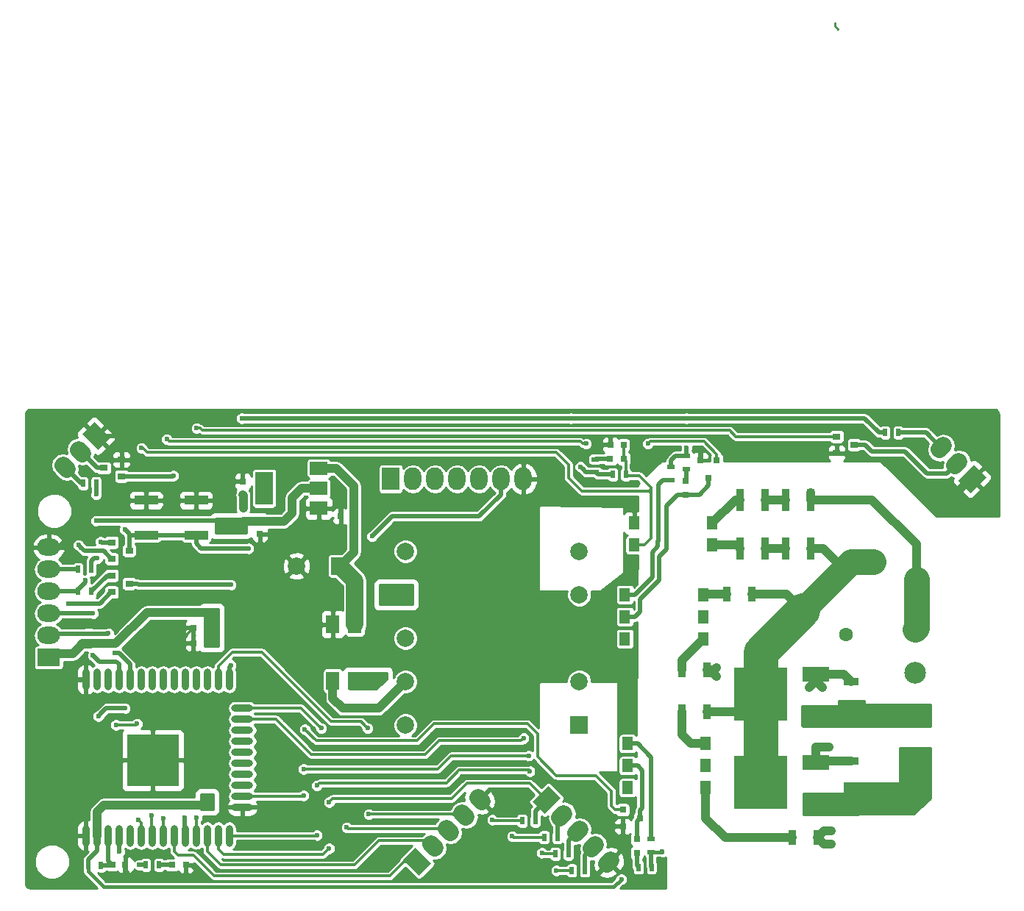
<source format=gbr>
%TF.GenerationSoftware,KiCad,Pcbnew,4.0.7*%
%TF.CreationDate,2017-11-04T19:59:07+02:00*%
%TF.ProjectId,BleTouchDimmer,426C65546F75636844696D6D65722E6B,rev?*%
%TF.FileFunction,Copper,L1,Top,Signal*%
%FSLAX46Y46*%
G04 Gerber Fmt 4.6, Leading zero omitted, Abs format (unit mm)*
G04 Created by KiCad (PCBNEW 4.0.7) date 11/04/17 19:59:07*
%MOMM*%
%LPD*%
G01*
G04 APERTURE LIST*
%ADD10C,0.100000*%
%ADD11R,2.750000X1.000000*%
%ADD12R,0.900000X2.500000*%
%ADD13R,1.300000X1.500000*%
%ADD14R,0.800100X0.800100*%
%ADD15R,0.900000X1.700000*%
%ADD16R,1.700000X0.900000*%
%ADD17R,1.550000X2.100000*%
%ADD18C,2.500000*%
%ADD19R,2.500000X2.500000*%
%ADD20R,3.048000X1.651000*%
%ADD21R,6.096000X6.096000*%
%ADD22R,2.000000X2.000000*%
%ADD23C,2.000000*%
%ADD24R,0.800000X0.750000*%
%ADD25R,0.750000X0.800000*%
%ADD26R,0.800000X0.800000*%
%ADD27C,2.000000*%
%ADD28O,2.000000X2.600000*%
%ADD29R,2.000000X2.600000*%
%ADD30O,2.600000X2.000000*%
%ADD31R,2.600000X2.000000*%
%ADD32R,0.900000X0.800000*%
%ADD33R,0.900000X0.500000*%
%ADD34R,0.500000X0.900000*%
%ADD35C,1.600000*%
%ADD36R,2.000000X1.500000*%
%ADD37R,2.000000X3.800000*%
%ADD38O,0.900000X2.500000*%
%ADD39O,2.500000X0.900000*%
%ADD40R,6.000000X6.000000*%
%ADD41C,0.600000*%
%ADD42C,0.250000*%
%ADD43C,0.300000*%
%ADD44C,0.500000*%
%ADD45C,1.000000*%
%ADD46C,0.400000*%
%ADD47C,3.000000*%
%ADD48C,4.000000*%
%ADD49C,0.254000*%
G04 APERTURE END LIST*
D10*
D11*
X124287000Y-78200000D03*
X118537000Y-78200000D03*
X118537000Y-74200000D03*
X124287000Y-74200000D03*
D12*
X189791000Y-79756000D03*
X186891000Y-79756000D03*
X189791000Y-74168000D03*
X186891000Y-74168000D03*
X194998000Y-79756000D03*
X192098000Y-79756000D03*
X194998000Y-74168000D03*
X192098000Y-74168000D03*
D13*
X174697000Y-79375000D03*
X174697000Y-76835000D03*
X183697000Y-76835000D03*
X183697000Y-79375000D03*
D14*
X184211000Y-69611240D03*
X182311000Y-69611240D03*
X183261000Y-71610220D03*
D13*
X182626000Y-85090000D03*
X182626000Y-87630000D03*
X182626000Y-90170000D03*
X173626000Y-90170000D03*
X173626000Y-87630000D03*
X173626000Y-85090000D03*
D14*
X173395640Y-109844800D03*
X173395640Y-111744800D03*
X175394620Y-110794800D03*
D15*
X185367000Y-85026500D03*
X188267000Y-85026500D03*
X180160000Y-93726000D03*
X183060000Y-93726000D03*
X180160000Y-98552000D03*
X183060000Y-98552000D03*
X192860000Y-113030000D03*
X195760000Y-113030000D03*
D16*
X199644000Y-95070000D03*
X199644000Y-97970000D03*
X199644000Y-104214000D03*
X199644000Y-107114000D03*
D13*
X182935000Y-102235000D03*
X182935000Y-104775000D03*
X182935000Y-107315000D03*
X173935000Y-107315000D03*
X173935000Y-104775000D03*
X173935000Y-102235000D03*
D17*
X142557500Y-94996000D03*
X140017500Y-94996000D03*
X140017500Y-88496000D03*
X142557500Y-88496000D03*
D18*
X207010000Y-89060000D03*
X207010000Y-94060000D03*
D19*
X207010000Y-104060000D03*
D18*
X207010000Y-99060000D03*
D20*
X195580000Y-98806000D03*
D21*
X189230000Y-96520000D03*
D20*
X195580000Y-94234000D03*
X195580000Y-108966000D03*
D21*
X189230000Y-106680000D03*
D20*
X195580000Y-104394000D03*
D22*
X168369000Y-100090000D03*
D23*
X168369000Y-95090000D03*
X168369000Y-85090000D03*
X168369000Y-80090000D03*
X148369000Y-80090000D03*
X148369000Y-85090000D03*
X148369000Y-90090000D03*
X148369000Y-95090000D03*
X148369000Y-100090000D03*
D24*
X173470000Y-67818000D03*
X171970000Y-67818000D03*
X140918500Y-76073000D03*
X142418500Y-76073000D03*
D25*
X131635500Y-76593000D03*
X131635500Y-78093000D03*
D26*
X129641600Y-72021800D03*
X129641600Y-73621800D03*
D27*
X109396030Y-70606234D02*
X108971766Y-70181970D01*
X111192081Y-68810183D02*
X110767817Y-68385919D01*
D10*
G36*
X112563868Y-65175654D02*
X114402346Y-67014132D01*
X112988132Y-68428346D01*
X111149654Y-66589868D01*
X112563868Y-65175654D01*
X112563868Y-65175654D01*
G37*
G36*
X215240346Y-71542868D02*
X213401868Y-73381346D01*
X211987654Y-71967132D01*
X213826132Y-70128654D01*
X215240346Y-71542868D01*
X215240346Y-71542868D01*
G37*
D27*
X211605817Y-70171081D02*
X212030081Y-69746817D01*
X209809766Y-68375030D02*
X210234030Y-67950766D01*
D28*
X161925000Y-71755000D03*
X159385000Y-71755000D03*
X156845000Y-71755000D03*
X154305000Y-71755000D03*
X151765000Y-71755000D03*
X149225000Y-71755000D03*
D29*
X146685000Y-71755000D03*
D30*
X107315000Y-79629000D03*
X107315000Y-82169000D03*
X107315000Y-84709000D03*
X107315000Y-87249000D03*
X107315000Y-89789000D03*
D31*
X107315000Y-92329000D03*
D27*
X156705073Y-108427663D02*
X157129337Y-108851927D01*
X154909022Y-110223714D02*
X155333286Y-110647978D01*
X153112970Y-112019766D02*
X153537234Y-112444030D01*
X151316919Y-113815817D02*
X151741183Y-114240081D01*
D10*
G36*
X149945132Y-117450346D02*
X148106654Y-115611868D01*
X149520868Y-114197654D01*
X151359346Y-116036132D01*
X149945132Y-117450346D01*
X149945132Y-117450346D01*
G37*
G36*
X162965654Y-108924132D02*
X164804132Y-107085654D01*
X166218346Y-108499868D01*
X164379868Y-110338346D01*
X162965654Y-108924132D01*
X162965654Y-108924132D01*
G37*
D27*
X166600183Y-110295919D02*
X166175919Y-110720183D01*
X168396234Y-112091970D02*
X167971970Y-112516234D01*
X170192286Y-113888022D02*
X169768022Y-114312286D01*
X171988337Y-115684073D02*
X171564073Y-116108337D01*
D32*
X115681000Y-71435000D03*
X115681000Y-69535000D03*
X113681000Y-70485000D03*
X200009000Y-67818000D03*
X198009000Y-68768000D03*
X198009000Y-66868000D03*
X116570000Y-80010000D03*
X114570000Y-80960000D03*
X114570000Y-79060000D03*
X114570000Y-82870000D03*
X114570000Y-84770000D03*
X116570000Y-83820000D03*
D33*
X129692400Y-75094400D03*
X129692400Y-76594400D03*
D34*
X163310000Y-111125000D03*
X161810000Y-111125000D03*
X164350000Y-113030000D03*
X165850000Y-113030000D03*
X167120000Y-114935000D03*
X165620000Y-114935000D03*
X169025000Y-116840000D03*
X167525000Y-116840000D03*
X112192500Y-82169000D03*
X110692500Y-82169000D03*
X110692500Y-84709000D03*
X112192500Y-84709000D03*
X111835500Y-116268500D03*
X113335500Y-116268500D03*
D35*
X207184000Y-83280000D03*
X202184000Y-81280000D03*
D24*
X123964000Y-88900000D03*
X125464000Y-88900000D03*
X116129500Y-116205000D03*
X114629500Y-116205000D03*
X123964000Y-90678000D03*
X125464000Y-90678000D03*
D26*
X123101000Y-116205000D03*
X121501000Y-116205000D03*
X171920000Y-69469000D03*
X173520000Y-69469000D03*
X180594000Y-73571000D03*
X180594000Y-71971000D03*
X175006000Y-114820600D03*
X175006000Y-113220600D03*
D34*
X112764000Y-72263000D03*
X111264000Y-72263000D03*
X205093000Y-66421000D03*
X203593000Y-66421000D03*
D33*
X111887000Y-89547000D03*
X111887000Y-91047000D03*
D34*
X120003000Y-116205000D03*
X118503000Y-116205000D03*
D33*
X170243500Y-70981000D03*
X170243500Y-69481000D03*
D34*
X172224000Y-71247000D03*
X173724000Y-71247000D03*
D33*
X180721000Y-69100000D03*
X180721000Y-70600000D03*
X178943000Y-71870000D03*
X178943000Y-70370000D03*
D34*
X175195800Y-116484400D03*
X176695800Y-116484400D03*
D33*
X176657000Y-113219800D03*
X176657000Y-114719800D03*
D36*
X138405000Y-75134500D03*
X138405000Y-70534500D03*
X138405000Y-72834500D03*
D37*
X132105000Y-72834500D03*
D38*
X111590000Y-94840000D03*
X112860000Y-94840000D03*
X114130000Y-94840000D03*
X115400000Y-94840000D03*
X116670000Y-94840000D03*
X117940000Y-94840000D03*
X119210000Y-94840000D03*
X120480000Y-94840000D03*
X121750000Y-94840000D03*
X123020000Y-94840000D03*
X124290000Y-94840000D03*
X125560000Y-94840000D03*
X126830000Y-94840000D03*
X128100000Y-94840000D03*
D39*
X129590000Y-98125000D03*
X129590000Y-99395000D03*
X129590000Y-100665000D03*
X129590000Y-101935000D03*
X129590000Y-103205000D03*
X129590000Y-104475000D03*
X129590000Y-105745000D03*
X129590000Y-107015000D03*
X129590000Y-108285000D03*
X129590000Y-109555000D03*
D38*
X128100000Y-112840000D03*
X126830000Y-112840000D03*
X125560000Y-112840000D03*
X124290000Y-112840000D03*
X123020000Y-112840000D03*
X121750000Y-112840000D03*
X120480000Y-112840000D03*
X119210000Y-112840000D03*
X117940000Y-112840000D03*
X116670000Y-112840000D03*
X115400000Y-112840000D03*
X114130000Y-112840000D03*
X112860000Y-112840000D03*
X111590000Y-112840000D03*
D40*
X119290000Y-104140000D03*
D22*
X140826500Y-81788000D03*
D23*
X135826500Y-81788000D03*
D35*
X194056000Y-86868000D03*
X199056000Y-89668000D03*
D41*
X157775990Y-111792007D03*
X142748000Y-102743000D03*
X142494000Y-100711000D03*
X142494000Y-104267000D03*
X142494000Y-105918000D03*
X142621000Y-107696000D03*
X145796000Y-104255010D03*
X151638000Y-104140002D03*
X152526998Y-105906010D03*
X149479000Y-105906010D03*
X145796000Y-105918000D03*
X152908000Y-107696000D03*
X149479000Y-107696004D03*
X145923000Y-107696000D03*
X152781000Y-109474000D03*
X149479000Y-109474000D03*
X145796000Y-109474000D03*
X151130006Y-111125000D03*
X147066000Y-111124984D03*
X143383000Y-111125000D03*
X160020000Y-102870000D03*
X151511000Y-101219000D03*
X154686000Y-100838000D03*
X160020000Y-100711000D03*
X157480000Y-100838000D03*
X162814000Y-92964000D03*
X175260000Y-69977000D03*
X165100000Y-71120000D03*
X195072000Y-68768000D03*
X127635000Y-64389000D03*
X122047000Y-64897000D03*
X168577561Y-68591911D03*
X168656000Y-69215000D03*
X177419000Y-69088000D03*
X187452000Y-68834000D03*
X187452000Y-65913000D03*
X200152000Y-66167000D03*
X204089000Y-64516000D03*
X111506000Y-77851000D03*
X109728000Y-78359000D03*
X122516010Y-89662000D03*
X122516010Y-90551000D03*
X115189000Y-87122000D03*
X114681000Y-85979006D03*
X111252002Y-88265000D03*
X110236000Y-88264994D03*
X109347000Y-88265000D03*
X111252000Y-92583000D03*
X110363000Y-93218000D03*
X109347000Y-93853000D03*
X163449000Y-106426000D03*
X162774772Y-104506000D03*
X172212000Y-106172000D03*
X170265831Y-107229169D03*
X168402000Y-109220000D03*
X174371000Y-108966000D03*
X170180000Y-110363000D03*
X162941000Y-87630000D03*
X162941000Y-98679000D03*
X162433000Y-102616000D03*
X171767629Y-112087065D03*
X154559000Y-98425000D03*
X157607000Y-98552000D03*
X160147000Y-98552000D03*
X177038000Y-118237000D03*
X133096000Y-101600000D03*
X134578838Y-99482162D03*
X136398000Y-111125000D03*
X132842000Y-105664000D03*
X141859000Y-114935000D03*
X130302000Y-113919000D03*
X124598673Y-114648011D03*
X143764000Y-116459000D03*
X134239000Y-114046000D03*
X142875000Y-113411000D03*
X145796000Y-115570000D03*
X148336000Y-117475000D03*
X124460000Y-117094000D03*
X147193000Y-74549000D03*
X150495000Y-74168000D03*
X153035000Y-74168000D03*
X155575000Y-74295000D03*
X154305000Y-88773000D03*
X157353000Y-88519000D03*
X160782000Y-88011000D03*
X154051000Y-80518000D03*
X157607000Y-80137000D03*
X159766000Y-77978000D03*
X161925000Y-75819000D03*
X140716000Y-73025000D03*
X116713000Y-65278000D03*
X140970000Y-73914000D03*
X182372000Y-68580000D03*
X116332000Y-117133000D03*
X173355000Y-114046000D03*
X162687000Y-116332000D03*
X158242000Y-116332000D03*
X153543000Y-116332000D03*
X155829000Y-114173000D03*
X160528000Y-114173000D03*
X212471000Y-65278000D03*
X215646000Y-69723000D03*
X215646000Y-69723000D03*
X210947000Y-73914000D03*
X106045000Y-95758000D03*
X106172000Y-111887000D03*
X106172000Y-104013000D03*
X132715000Y-109855000D03*
X168508092Y-70356775D03*
X180721000Y-64770000D03*
X167385996Y-64770000D03*
X129540000Y-64770000D03*
X173228000Y-117856000D03*
X177927000Y-114681000D03*
X180721000Y-68199000D03*
X112776000Y-76581000D03*
X112776000Y-73533000D03*
X126492000Y-90805000D03*
X126492000Y-90043000D03*
X126492000Y-89408000D03*
X126492000Y-88519000D03*
X125603000Y-109347000D03*
X125603000Y-108712000D03*
X129540000Y-77470000D03*
X128905000Y-77470000D03*
X128270000Y-77470000D03*
X127635000Y-77470000D03*
X127000000Y-76835000D03*
X127635000Y-76835000D03*
X128270000Y-76835000D03*
X114935000Y-91821000D03*
X114173000Y-89535000D03*
X112395000Y-87248998D03*
X112395002Y-92075000D03*
X194818000Y-95758000D03*
X196342000Y-95758000D03*
X184150000Y-94488000D03*
X184150000Y-93472000D03*
X197358000Y-112268000D03*
X197358000Y-113792000D03*
X197104000Y-102616000D03*
X195580000Y-102616000D03*
X117475000Y-99949000D03*
X117983000Y-68199000D03*
X115062000Y-100076000D03*
X117602000Y-110998000D03*
X113030000Y-99060000D03*
X116078000Y-98171000D03*
X116078000Y-77597000D03*
X130302000Y-79756000D03*
X130302000Y-79756000D03*
X144526000Y-78359000D03*
X114130000Y-114935000D03*
X144678400Y-94996000D03*
X145592800Y-94996000D03*
X145897600Y-85090000D03*
X165735000Y-116840000D03*
X164084000Y-114808000D03*
X160655000Y-112903000D03*
X158369000Y-110998000D03*
X109601000Y-82169000D03*
X109601000Y-86106000D03*
X111506000Y-83439000D03*
X110744000Y-79375000D03*
X144017998Y-100457000D03*
X144145000Y-110363000D03*
X138684000Y-100457000D03*
X141605000Y-111887004D03*
X139573000Y-108966000D03*
X139573004Y-114300000D03*
X138175996Y-107061000D03*
X162687000Y-105410000D03*
X138175998Y-112776000D03*
X136652000Y-105156000D03*
X162560000Y-103632000D03*
X136652000Y-108204000D03*
X161974012Y-101600006D03*
X176276000Y-67691000D03*
X169164000Y-67691000D03*
X120904000Y-67183000D03*
X119126000Y-110490000D03*
X136779000Y-100584000D03*
X120523000Y-110871000D03*
X121666000Y-71374006D03*
X122936000Y-110744000D03*
X124333004Y-65913000D03*
X124333000Y-110744000D03*
X112902994Y-80899000D03*
X113284000Y-78994000D03*
X128270000Y-83947000D03*
X128270000Y-93218000D03*
X117729000Y-116205000D03*
X115443000Y-114681000D03*
X187960000Y-102616000D03*
X189230000Y-102616000D03*
X190500000Y-102616000D03*
X187960000Y-100584000D03*
X189230000Y-100584000D03*
X190500000Y-100584000D03*
X190500000Y-101600000D03*
X189230000Y-101600000D03*
X187960000Y-101600000D03*
D42*
X197771000Y-19605000D02*
X197771000Y-19209000D01*
X198120000Y-19954000D02*
X197771000Y-19605000D01*
D43*
X157475991Y-111492008D02*
X157775990Y-111792007D01*
X159290990Y-108966006D02*
X157475991Y-110781005D01*
X159396990Y-108966006D02*
X159290990Y-108966006D01*
X157475991Y-110781005D02*
X157475991Y-111492008D01*
X143383000Y-111125000D02*
X143383000Y-110700736D01*
X143383000Y-110700736D02*
X142748000Y-110065736D01*
X145911008Y-104140002D02*
X145796000Y-104255010D01*
X151638000Y-104140002D02*
X145911008Y-104140002D01*
X149467010Y-105918000D02*
X149479000Y-105906010D01*
X145796000Y-105918000D02*
X149467010Y-105918000D01*
X152526998Y-105906010D02*
X149479000Y-105906010D01*
X152907996Y-107696004D02*
X152908000Y-107696000D01*
X149479000Y-107696004D02*
X152907996Y-107696004D01*
X145796000Y-109474000D02*
X149479000Y-109474000D01*
X151129990Y-111124984D02*
X151130006Y-111125000D01*
X147066000Y-111124984D02*
X151129990Y-111124984D01*
X160274000Y-102616000D02*
X160020000Y-102870000D01*
X162433000Y-102616000D02*
X160274000Y-102616000D01*
X151935264Y-101219000D02*
X151511000Y-101219000D01*
X159512000Y-101219000D02*
X151935264Y-101219000D01*
X160020000Y-100711000D02*
X159512000Y-101219000D01*
X177419000Y-69088000D02*
X176149000Y-69088000D01*
X176149000Y-69088000D02*
X175260000Y-69977000D01*
X161925000Y-71755000D02*
X164465000Y-71755000D01*
X164465000Y-71755000D02*
X165100000Y-71120000D01*
X198009000Y-68768000D02*
X195072000Y-68768000D01*
X187452000Y-68834000D02*
X195006000Y-68834000D01*
X195006000Y-68834000D02*
X195072000Y-68768000D01*
X122047000Y-64897000D02*
X127127000Y-64897000D01*
X127127000Y-64897000D02*
X127635000Y-64389000D01*
X122047000Y-64897000D02*
X127381000Y-64897000D01*
X169001825Y-68591911D02*
X168577561Y-68591911D01*
X168656000Y-69215000D02*
X168656000Y-68670350D01*
X171970000Y-67818000D02*
X171270000Y-67818000D01*
X168656000Y-68670350D02*
X168577561Y-68591911D01*
X170496089Y-68591911D02*
X169001825Y-68591911D01*
X171270000Y-67818000D02*
X170496089Y-68591911D01*
X200152000Y-66167000D02*
X198909001Y-66167000D01*
X198909001Y-66167000D02*
X198655001Y-65913000D01*
X198655001Y-65913000D02*
X187452000Y-65913000D01*
X212471000Y-65278000D02*
X204851000Y-65278000D01*
X204851000Y-65278000D02*
X204089000Y-64516000D01*
D44*
X107315000Y-79629000D02*
X108458000Y-79629000D01*
X108458000Y-79629000D02*
X109728000Y-78359000D01*
D43*
X122940274Y-89662000D02*
X122516010Y-89662000D01*
X123964000Y-88900000D02*
X123939000Y-88900000D01*
X122643010Y-90678000D02*
X122516010Y-90551000D01*
X123177000Y-89662000D02*
X122940274Y-89662000D01*
X123939000Y-88900000D02*
X123177000Y-89662000D01*
X123964000Y-90678000D02*
X122643010Y-90678000D01*
D44*
X115189000Y-86697736D02*
X115189000Y-87122000D01*
X115189000Y-86487006D02*
X115189000Y-86697736D01*
X114681000Y-85979006D02*
X115189000Y-86487006D01*
X111251996Y-88264994D02*
X111252002Y-88265000D01*
X110236000Y-88264994D02*
X111251996Y-88264994D01*
X110998000Y-92583000D02*
X111252000Y-92583000D01*
X110363000Y-93218000D02*
X110998000Y-92583000D01*
X109646999Y-94152999D02*
X109347000Y-93853000D01*
X110334000Y-94840000D02*
X109646999Y-94152999D01*
X111590000Y-94840000D02*
X110334000Y-94840000D01*
D43*
X163468036Y-104775000D02*
X163468036Y-106406964D01*
X163468036Y-106406964D02*
X163449000Y-106426000D01*
X162774772Y-104506000D02*
X163199036Y-104506000D01*
X163199036Y-104506000D02*
X163468036Y-104775000D01*
X163830000Y-106172000D02*
X163830000Y-105442998D01*
X163830000Y-105442998D02*
X162893002Y-104506000D01*
X162893002Y-104506000D02*
X162774772Y-104506000D01*
X170265831Y-107229169D02*
X165986905Y-107229169D01*
X165986905Y-107229169D02*
X164929736Y-106172000D01*
X170265831Y-107229169D02*
X169637687Y-106601025D01*
X169637687Y-106601025D02*
X165783025Y-106601025D01*
X165783025Y-106601025D02*
X165735000Y-106553000D01*
X164929736Y-106172000D02*
X164254264Y-106172000D01*
X167977736Y-109220000D02*
X164929736Y-106172000D01*
X168402000Y-109220000D02*
X167977736Y-109220000D01*
X164254264Y-106172000D02*
X163830000Y-106172000D01*
X170180000Y-110363000D02*
X170180000Y-107315000D01*
X170180000Y-107315000D02*
X170265831Y-107229169D01*
X168826264Y-109220000D02*
X168402000Y-109220000D01*
X169037000Y-109220000D02*
X168826264Y-109220000D01*
X170180000Y-110363000D02*
X169037000Y-109220000D01*
X171767629Y-112087065D02*
X171767629Y-111950629D01*
X171767629Y-111950629D02*
X170180000Y-110363000D01*
X162641001Y-98252001D02*
X162941000Y-98552000D01*
X162941000Y-98552000D02*
X162941000Y-98679000D01*
X160446999Y-98252001D02*
X162641001Y-98252001D01*
X171767629Y-112458629D02*
X171767629Y-112087065D01*
X173355000Y-114046000D02*
X171767629Y-112458629D01*
X154305000Y-88773000D02*
X154305000Y-98171000D01*
X154305000Y-98171000D02*
X154559000Y-98425000D01*
X160446999Y-98252001D02*
X160147000Y-98552000D01*
X160782000Y-97917000D02*
X160446999Y-98252001D01*
X160782000Y-88011000D02*
X160782000Y-97917000D01*
X173654999Y-114472999D02*
X173654999Y-116453601D01*
X173654999Y-116453601D02*
X175438398Y-118237000D01*
X175438398Y-118237000D02*
X177038000Y-118237000D01*
X173355000Y-114046000D02*
X173654999Y-114345999D01*
X173654999Y-114345999D02*
X173654999Y-114472999D01*
X132842000Y-105664000D02*
X132842000Y-101854000D01*
X132842000Y-101854000D02*
X133096000Y-101600000D01*
X132842000Y-105664000D02*
X132842000Y-105156000D01*
X132715000Y-109855000D02*
X135128000Y-109855000D01*
X135128000Y-109855000D02*
X136398000Y-111125000D01*
D44*
X142875000Y-113411000D02*
X142875000Y-113919000D01*
X142875000Y-113919000D02*
X141859000Y-114935000D01*
D43*
X134239000Y-114046000D02*
X130429000Y-114046000D01*
X130429000Y-114046000D02*
X130302000Y-113919000D01*
X145796000Y-115570000D02*
X144653000Y-115570000D01*
X144653000Y-115570000D02*
X143764000Y-116459000D01*
X153543000Y-116332000D02*
X153243001Y-116631999D01*
X123101000Y-116205000D02*
X123571000Y-116205000D01*
X123571000Y-116205000D02*
X124460000Y-117094000D01*
X150495000Y-74168000D02*
X147574000Y-74168000D01*
X147574000Y-74168000D02*
X147193000Y-74549000D01*
X153035000Y-74168000D02*
X150495000Y-74168000D01*
X155575000Y-74295000D02*
X153162000Y-74295000D01*
X153162000Y-74295000D02*
X153035000Y-74168000D01*
X154305000Y-81196264D02*
X154305000Y-88773000D01*
X154051000Y-80518000D02*
X154051000Y-80942264D01*
X154051000Y-80942264D02*
X154305000Y-81196264D01*
X157607000Y-80137000D02*
X157607000Y-88265000D01*
X157607000Y-88265000D02*
X157353000Y-88519000D01*
X160782000Y-79418264D02*
X160782000Y-88011000D01*
X159766000Y-77978000D02*
X159766000Y-78402264D01*
X159766000Y-78402264D02*
X160782000Y-79418264D01*
X157607000Y-80137000D02*
X154432000Y-80137000D01*
X154432000Y-80137000D02*
X154051000Y-80518000D01*
X159766000Y-77978000D02*
X157607000Y-80137000D01*
X161925000Y-75819000D02*
X159766000Y-77978000D01*
D44*
X140970000Y-73914000D02*
X140970000Y-73279000D01*
X140970000Y-73279000D02*
X140716000Y-73025000D01*
X112776000Y-66802000D02*
X115189000Y-66802000D01*
X115189000Y-66802000D02*
X116713000Y-65278000D01*
X140918500Y-76073000D02*
X140918500Y-73965500D01*
X140918500Y-73965500D02*
X140970000Y-73914000D01*
X182311000Y-69611240D02*
X182311000Y-68641000D01*
X182311000Y-68641000D02*
X182372000Y-68580000D01*
X116129500Y-116205000D02*
X116129500Y-116930500D01*
X116129500Y-116930500D02*
X116332000Y-117133000D01*
X153543000Y-116332000D02*
X158242000Y-116332000D01*
X160528000Y-114173000D02*
X155829000Y-114173000D01*
X215646000Y-69723000D02*
X215646000Y-68453000D01*
X215646000Y-68453000D02*
X212471000Y-65278000D01*
X213614000Y-71755000D02*
X213106000Y-71755000D01*
X213106000Y-71755000D02*
X210947000Y-73914000D01*
X115790000Y-104140000D02*
X106299000Y-104140000D01*
X106299000Y-104140000D02*
X106172000Y-104013000D01*
X119290000Y-104140000D02*
X115790000Y-104140000D01*
X129590000Y-109555000D02*
X132415000Y-109555000D01*
X132415000Y-109555000D02*
X132715000Y-109855000D01*
X135826500Y-81788000D02*
X136017000Y-81788000D01*
X121920000Y-105054200D02*
X121852400Y-104986600D01*
X170243500Y-70981000D02*
X169132317Y-70981000D01*
X169132317Y-70981000D02*
X168808091Y-70656774D01*
X168808091Y-70656774D02*
X168508092Y-70356775D01*
X181145264Y-64770000D02*
X180721000Y-64770000D01*
X202843000Y-66421000D02*
X201192000Y-64770000D01*
X167385996Y-64770000D02*
X180721000Y-64770000D01*
X201192000Y-64770000D02*
X181145264Y-64770000D01*
X203593000Y-66421000D02*
X202843000Y-66421000D01*
X129540000Y-64770000D02*
X167385996Y-64770000D01*
D45*
X111223001Y-90720999D02*
X115041999Y-90720999D01*
X115041999Y-90720999D02*
X118640998Y-87122000D01*
X110758000Y-91186000D02*
X111223001Y-90720999D01*
X118640998Y-87122000D02*
X125984000Y-87122000D01*
X107780001Y-91863999D02*
X110080001Y-91863999D01*
X110080001Y-91863999D02*
X110758000Y-91186000D01*
X107315000Y-92329000D02*
X107780001Y-91863999D01*
D46*
X111835500Y-116268500D02*
X111835500Y-116915500D01*
X111835500Y-116915500D02*
X113665000Y-118745000D01*
X113665000Y-118745000D02*
X172339000Y-118745000D01*
X172339000Y-118745000D02*
X173228000Y-117856000D01*
X176657000Y-114719800D02*
X177888200Y-114719800D01*
D44*
X177888200Y-114719800D02*
X177927000Y-114681000D01*
X180721000Y-69100000D02*
X180721000Y-68199000D01*
X178943000Y-70370000D02*
X178943000Y-69620000D01*
X178943000Y-69620000D02*
X179463000Y-69100000D01*
X179463000Y-69100000D02*
X180721000Y-69100000D01*
X172224000Y-71247000D02*
X170509500Y-71247000D01*
X170509500Y-71247000D02*
X170243500Y-70981000D01*
X176657000Y-114719800D02*
X176657000Y-116445600D01*
X176657000Y-116445600D02*
X176695800Y-116484400D01*
X112776000Y-76581000D02*
X126746000Y-76581000D01*
X126746000Y-76581000D02*
X127000000Y-76835000D01*
X112764000Y-72263000D02*
X112764000Y-73521000D01*
X112764000Y-73521000D02*
X112776000Y-73533000D01*
X111887000Y-91047000D02*
X110897000Y-91047000D01*
X110897000Y-91047000D02*
X110758000Y-91186000D01*
X111835500Y-116268500D02*
X111835500Y-115614500D01*
X111835500Y-115614500D02*
X112860000Y-114590000D01*
X112860000Y-114590000D02*
X112860000Y-112840000D01*
X126492000Y-90043000D02*
X126492000Y-90805000D01*
X126492000Y-88519000D02*
X126492000Y-89408000D01*
D45*
X113665000Y-109347000D02*
X125603000Y-109347000D01*
X112903000Y-110109000D02*
X113665000Y-109347000D01*
X112903000Y-111499219D02*
X112903000Y-110109000D01*
X112860000Y-112840000D02*
X112860000Y-111542219D01*
X112860000Y-111542219D02*
X112903000Y-111499219D01*
D44*
X129692400Y-76594400D02*
X128510600Y-76594400D01*
X128510600Y-76594400D02*
X128270000Y-76835000D01*
D45*
X129692400Y-76594400D02*
X131634100Y-76594400D01*
X131634100Y-76594400D02*
X131635500Y-76593000D01*
X135318500Y-75692000D02*
X134417500Y-76593000D01*
X134417500Y-76593000D02*
X131635500Y-76593000D01*
X135318500Y-73921000D02*
X135318500Y-75692000D01*
X138405000Y-72834500D02*
X136405000Y-72834500D01*
X136405000Y-72834500D02*
X135318500Y-73921000D01*
D44*
X115359264Y-91821000D02*
X114935000Y-91821000D01*
X115401000Y-91821000D02*
X115359264Y-91821000D01*
X116670000Y-94840000D02*
X116670000Y-93090000D01*
X116670000Y-93090000D02*
X115401000Y-91821000D01*
X114161000Y-89547000D02*
X114173000Y-89535000D01*
X111887000Y-89547000D02*
X114161000Y-89547000D01*
X111887000Y-89547000D02*
X107557000Y-89547000D01*
X107557000Y-89547000D02*
X107315000Y-89789000D01*
X116670000Y-94840000D02*
X116670000Y-93895773D01*
X116670000Y-93895773D02*
X116586000Y-93811773D01*
X107315000Y-87249000D02*
X112394998Y-87249000D01*
X112394998Y-87249000D02*
X112395000Y-87248998D01*
X115400000Y-93090000D02*
X115108001Y-92798001D01*
X115108001Y-92798001D02*
X113118003Y-92798001D01*
X113118003Y-92798001D02*
X112695001Y-92374999D01*
X115400000Y-94840000D02*
X115400000Y-93090000D01*
X112695001Y-92374999D02*
X112395002Y-92075000D01*
X120003000Y-116205000D02*
X121501000Y-116205000D01*
X171920000Y-69469000D02*
X170255500Y-69469000D01*
X170255500Y-69469000D02*
X170243500Y-69481000D01*
D45*
X192098000Y-79756000D02*
X189791000Y-79756000D01*
X183697000Y-79375000D02*
X186510000Y-79375000D01*
X186510000Y-79375000D02*
X186891000Y-79756000D01*
X192098000Y-74168000D02*
X189791000Y-74168000D01*
X186891000Y-74168000D02*
X186364000Y-74168000D01*
X186364000Y-74168000D02*
X183697000Y-76835000D01*
D44*
X180721000Y-70600000D02*
X180721000Y-71844000D01*
X180721000Y-71844000D02*
X180594000Y-71971000D01*
X180594000Y-73571000D02*
X182200270Y-73571000D01*
X182200270Y-73571000D02*
X183261000Y-72510270D01*
X183261000Y-72510270D02*
X183261000Y-71610220D01*
X174776000Y-87630000D02*
X175387000Y-87019000D01*
X180594000Y-73571000D02*
X179694000Y-73571000D01*
X179694000Y-73571000D02*
X178435000Y-74830000D01*
X178435000Y-74830000D02*
X178435000Y-79883000D01*
X178435000Y-79883000D02*
X177608010Y-80709990D01*
X177608010Y-80709990D02*
X177608010Y-83389374D01*
X177608010Y-83389374D02*
X175387000Y-85610384D01*
X175387000Y-85610384D02*
X175387000Y-87019000D01*
X173626000Y-87630000D02*
X174776000Y-87630000D01*
X173626000Y-85090000D02*
X174776000Y-85090000D01*
X177419000Y-78934384D02*
X177457010Y-78896374D01*
X174776000Y-85090000D02*
X176808000Y-83058000D01*
X176808000Y-83058000D02*
X176808000Y-80151010D01*
X177457010Y-78896374D02*
X177457010Y-72405990D01*
X176808000Y-80151010D02*
X177419000Y-79540010D01*
X177419000Y-79540010D02*
X177419000Y-78934384D01*
X177457010Y-72405990D02*
X177993000Y-71870000D01*
X177993000Y-71870000D02*
X178943000Y-71870000D01*
X175006000Y-114820600D02*
X175006000Y-116294600D01*
X175006000Y-116294600D02*
X175195800Y-116484400D01*
X175006000Y-113220600D02*
X175006000Y-111183420D01*
X175006000Y-111183420D02*
X175394620Y-110794800D01*
X175394620Y-110794800D02*
X175394620Y-109894750D01*
X175394620Y-109894750D02*
X175641000Y-109648370D01*
X175641000Y-109648370D02*
X175641000Y-105331000D01*
X175641000Y-105331000D02*
X175085000Y-104775000D01*
X175085000Y-104775000D02*
X173935000Y-104775000D01*
X173935000Y-102235000D02*
X175085000Y-102235000D01*
X175085000Y-102235000D02*
X176657000Y-103807000D01*
X176657000Y-112469800D02*
X176657000Y-113219800D01*
X176657000Y-103807000D02*
X176657000Y-112469800D01*
D45*
X185367000Y-85026500D02*
X182689500Y-85026500D01*
X182689500Y-85026500D02*
X182626000Y-85090000D01*
X180160000Y-93726000D02*
X180160000Y-92636000D01*
X180160000Y-92636000D02*
X182626000Y-90170000D01*
X195580000Y-94996000D02*
X194818000Y-95758000D01*
X195580000Y-94234000D02*
X195580000Y-94996000D01*
X195580000Y-94996000D02*
X196342000Y-95758000D01*
X183060000Y-93726000D02*
X183388000Y-93726000D01*
X183388000Y-93726000D02*
X184150000Y-94488000D01*
X183060000Y-93726000D02*
X183896000Y-93726000D01*
X183896000Y-93726000D02*
X184150000Y-93472000D01*
X195580000Y-94234000D02*
X198808000Y-94234000D01*
X198808000Y-94234000D02*
X199644000Y-95070000D01*
X180160000Y-98552000D02*
X180160000Y-101166000D01*
X180160000Y-101166000D02*
X181229000Y-102235000D01*
X181229000Y-102235000D02*
X182935000Y-102235000D01*
X192860000Y-113030000D02*
X185166000Y-113030000D01*
X185166000Y-113030000D02*
X182935000Y-110799000D01*
X182935000Y-110799000D02*
X182935000Y-107315000D01*
X197358000Y-113792000D02*
X196522000Y-113792000D01*
X196522000Y-113792000D02*
X195760000Y-113030000D01*
X197358000Y-112268000D02*
X196522000Y-112268000D01*
X196522000Y-112268000D02*
X195760000Y-113030000D01*
X195580000Y-102616000D02*
X197104000Y-102616000D01*
X195580000Y-104394000D02*
X195580000Y-102616000D01*
X199644000Y-104214000D02*
X195760000Y-104214000D01*
X195760000Y-104214000D02*
X195580000Y-104394000D01*
D43*
X176657000Y-73660000D02*
X176657000Y-73406000D01*
X176657000Y-73406000D02*
X176657000Y-73152000D01*
X176276000Y-73152000D02*
X176403000Y-73152000D01*
X176403000Y-73152000D02*
X176657000Y-73406000D01*
X176657000Y-73152000D02*
X176657000Y-72898000D01*
X176403000Y-73152000D02*
X176657000Y-72898000D01*
X176657000Y-72898000D02*
X176657000Y-72771000D01*
X117983000Y-68199000D02*
X118110000Y-68199000D01*
X118110000Y-68199000D02*
X118618000Y-68707000D01*
X168656000Y-73152000D02*
X173228000Y-73152000D01*
X118618000Y-68707000D02*
X165735000Y-68707000D01*
X165735000Y-68707000D02*
X167132000Y-70104000D01*
X167132000Y-70104000D02*
X167132000Y-71628000D01*
X167132000Y-71628000D02*
X168656000Y-73152000D01*
X173228000Y-73152000D02*
X175768000Y-73152000D01*
X117348000Y-100076000D02*
X117475000Y-99949000D01*
X115062000Y-100076000D02*
X117348000Y-100076000D01*
X175768000Y-73152000D02*
X176276000Y-73152000D01*
X176276000Y-73152000D02*
X176657000Y-73152000D01*
X176657000Y-78565000D02*
X176657000Y-73660000D01*
X117940000Y-112840000D02*
X117940000Y-111336000D01*
X117940000Y-111336000D02*
X117602000Y-110998000D01*
X176530000Y-72644000D02*
X175260000Y-71374000D01*
X176657000Y-72771000D02*
X176530000Y-72644000D01*
X175847000Y-79375000D02*
X176149000Y-79073000D01*
X176149000Y-79073000D02*
X176657000Y-78565000D01*
X174697000Y-79375000D02*
X175847000Y-79375000D01*
X175260000Y-71374000D02*
X173851000Y-71374000D01*
X173851000Y-71374000D02*
X173724000Y-71247000D01*
X173520000Y-69469000D02*
X173520000Y-67868000D01*
X173520000Y-67868000D02*
X173470000Y-67818000D01*
X173724000Y-71247000D02*
X173724000Y-69673000D01*
X173724000Y-69673000D02*
X173520000Y-69469000D01*
D44*
X113329999Y-98760001D02*
X113030000Y-99060000D01*
X116078000Y-98171000D02*
X113919000Y-98171000D01*
X113919000Y-98171000D02*
X113329999Y-98760001D01*
X116681000Y-78200000D02*
X116332000Y-77851000D01*
X116570000Y-80010000D02*
X116570000Y-78089000D01*
X116570000Y-78089000D02*
X116332000Y-77851000D01*
X116332000Y-77851000D02*
X116078000Y-77597000D01*
X118537000Y-78200000D02*
X116681000Y-78200000D01*
X124843000Y-79756000D02*
X130302000Y-79756000D01*
X124287000Y-78200000D02*
X124287000Y-79200000D01*
X124287000Y-79200000D02*
X124843000Y-79756000D01*
X156867000Y-76073000D02*
X146812000Y-76073000D01*
X146812000Y-76073000D02*
X144526000Y-78359000D01*
X159385000Y-71755000D02*
X159385000Y-73555000D01*
X159385000Y-73555000D02*
X156867000Y-76073000D01*
X118537000Y-78200000D02*
X124287000Y-78200000D01*
X114130000Y-114935000D02*
X114130000Y-115705500D01*
X114130000Y-112840000D02*
X114130000Y-114935000D01*
X114130000Y-115705500D02*
X114629500Y-116205000D01*
X113335500Y-116268500D02*
X114566000Y-116268500D01*
X114566000Y-116268500D02*
X114629500Y-116205000D01*
D45*
X138405000Y-70534500D02*
X140405000Y-70534500D01*
X140405000Y-70534500D02*
X142418500Y-72548000D01*
X142418500Y-74698000D02*
X142418500Y-76073000D01*
X142418500Y-72548000D02*
X142418500Y-74698000D01*
X142418500Y-76073000D02*
X142418500Y-80196000D01*
X142418500Y-80196000D02*
X140826500Y-81788000D01*
D27*
X142557500Y-88496000D02*
X142557500Y-83519000D01*
X142557500Y-83519000D02*
X140826500Y-81788000D01*
D45*
X145592800Y-94996000D02*
X144678400Y-94996000D01*
X148369000Y-85090000D02*
X145897600Y-85090000D01*
X129692400Y-75094400D02*
X129692400Y-73672600D01*
X129692400Y-73672600D02*
X129641600Y-73621800D01*
D44*
X111264000Y-72263000D02*
X111052796Y-72263000D01*
X111052796Y-72263000D02*
X109183898Y-70394102D01*
X113681000Y-70485000D02*
X112866898Y-70485000D01*
X112866898Y-70485000D02*
X110979949Y-68598051D01*
X208407000Y-71120000D02*
X210656898Y-71120000D01*
X210656898Y-71120000D02*
X211817949Y-69958949D01*
X205867000Y-68580000D02*
X208407000Y-71120000D01*
X202057000Y-68580000D02*
X205867000Y-68580000D01*
X201295000Y-67818000D02*
X202057000Y-68580000D01*
X200009000Y-67818000D02*
X201295000Y-67818000D01*
X205093000Y-66421000D02*
X208280000Y-66421000D01*
X208280000Y-66421000D02*
X210021898Y-68162898D01*
D43*
X167525000Y-116840000D02*
X165735000Y-116840000D01*
X165620000Y-114935000D02*
X164211000Y-114935000D01*
X164211000Y-114935000D02*
X164084000Y-114808000D01*
X164350000Y-113030000D02*
X160782000Y-113030000D01*
X160782000Y-113030000D02*
X160655000Y-112903000D01*
X161810000Y-111125000D02*
X158496000Y-111125000D01*
X158496000Y-111125000D02*
X158369000Y-110998000D01*
D44*
X114520000Y-84770000D02*
X113184000Y-86106000D01*
X114570000Y-84770000D02*
X114520000Y-84770000D01*
X110025264Y-86106000D02*
X109601000Y-86106000D01*
X113184000Y-86106000D02*
X110025264Y-86106000D01*
X110692500Y-82169000D02*
X109601000Y-82169000D01*
X109601000Y-82169000D02*
X107315000Y-82169000D01*
X111043999Y-79674999D02*
X110744000Y-79375000D01*
X113608999Y-80048999D02*
X111417999Y-80048999D01*
X114570000Y-80960000D02*
X114520000Y-80960000D01*
X114520000Y-80960000D02*
X113608999Y-80048999D01*
X111417999Y-80048999D02*
X111043999Y-79674999D01*
X111506000Y-83695500D02*
X111506000Y-83439000D01*
X110692500Y-84509000D02*
X111506000Y-83695500D01*
X110692500Y-84709000D02*
X110692500Y-84509000D01*
X114509000Y-80899000D02*
X114570000Y-80960000D01*
X110692500Y-84709000D02*
X107315000Y-84709000D01*
D43*
X143717999Y-100157001D02*
X144017998Y-100457000D01*
X131826000Y-91694000D02*
X139827000Y-99695000D01*
X128426000Y-91694000D02*
X131826000Y-91694000D01*
X126830000Y-93290000D02*
X128426000Y-91694000D01*
X126830000Y-94840000D02*
X126830000Y-93290000D01*
X144145000Y-100540736D02*
X144061264Y-100457000D01*
X143255998Y-99695000D02*
X143717999Y-100157001D01*
X139827000Y-99695000D02*
X143255998Y-99695000D01*
X144061264Y-100457000D02*
X144017998Y-100457000D01*
X153762018Y-110363000D02*
X144145000Y-110363000D01*
X155121154Y-110435846D02*
X153834864Y-110435846D01*
X153834864Y-110435846D02*
X153762018Y-110363000D01*
D44*
X127000000Y-94670000D02*
X126830000Y-94840000D01*
D43*
X138384001Y-100157001D02*
X138684000Y-100457000D01*
X136352000Y-98125000D02*
X138384001Y-100157001D01*
X129590000Y-98125000D02*
X136352000Y-98125000D01*
X153325102Y-112231898D02*
X153107204Y-112014000D01*
X153107204Y-112014000D02*
X141732000Y-112014000D01*
X141732000Y-112014000D02*
X141605000Y-111887000D01*
X141605000Y-111887000D02*
X141605000Y-111887004D01*
X151529051Y-114027949D02*
X150912102Y-113411000D01*
X150912102Y-113411000D02*
X145288000Y-113411000D01*
X145288000Y-113411000D02*
X142494000Y-116205000D01*
X142494000Y-116205000D02*
X127127000Y-116205000D01*
X127127000Y-116205000D02*
X125560000Y-114638000D01*
X125560000Y-114638000D02*
X125560000Y-112840000D01*
X149733000Y-115824000D02*
X148218786Y-115824000D01*
X148218786Y-115824000D02*
X146567786Y-117475000D01*
X126365000Y-117475000D02*
X123952000Y-115062000D01*
X146567786Y-117475000D02*
X126365000Y-117475000D01*
X123952000Y-115062000D02*
X122174000Y-115062000D01*
X122174000Y-115062000D02*
X121750000Y-114638000D01*
X121750000Y-114638000D02*
X121750000Y-112840000D01*
X164592000Y-108712000D02*
X162687000Y-106807000D01*
X162687000Y-106807000D02*
X155448000Y-106807000D01*
X155448000Y-106807000D02*
X153716005Y-108538995D01*
X153716005Y-108538995D02*
X140000005Y-108538995D01*
X140000005Y-108538995D02*
X139872999Y-108666001D01*
X139872999Y-108666001D02*
X139573000Y-108966000D01*
X139273005Y-114599999D02*
X139573004Y-114300000D01*
X138892005Y-114980999D02*
X139273005Y-114599999D01*
X127420999Y-114980999D02*
X138892005Y-114980999D01*
X126830000Y-114390000D02*
X127420999Y-114980999D01*
X126830000Y-112840000D02*
X126830000Y-114390000D01*
D44*
X163310000Y-111125000D02*
X163310000Y-109994000D01*
X163310000Y-109994000D02*
X164592000Y-108712000D01*
D43*
X162687000Y-105410000D02*
X162560000Y-105283000D01*
X162560000Y-105283000D02*
X154559000Y-105283000D01*
X154559000Y-105283000D02*
X153080999Y-106761001D01*
X153080999Y-106761001D02*
X138475995Y-106761001D01*
X138475995Y-106761001D02*
X138175996Y-107061000D01*
X138111998Y-112840000D02*
X138175998Y-112776000D01*
X128100000Y-112840000D02*
X138111998Y-112840000D01*
D44*
X165850000Y-113030000D02*
X165850000Y-111046102D01*
X165850000Y-111046102D02*
X166388051Y-110508051D01*
D43*
X152113004Y-105156000D02*
X137076264Y-105156000D01*
X162560000Y-103632000D02*
X153637004Y-103632000D01*
X153637004Y-103632000D02*
X152113004Y-105156000D01*
X137076264Y-105156000D02*
X136652000Y-105156000D01*
X136571000Y-108285000D02*
X136652000Y-108204000D01*
X129590000Y-108285000D02*
X136571000Y-108285000D01*
D44*
X167120000Y-114935000D02*
X167120000Y-113368204D01*
X167120000Y-113368204D02*
X168184102Y-112304102D01*
D43*
X129590000Y-99395000D02*
X133431000Y-99395000D01*
X133431000Y-99395000D02*
X137541000Y-103505000D01*
X137541000Y-103505000D02*
X150622000Y-103505000D01*
X152226995Y-101900005D02*
X161674013Y-101900005D01*
X150622000Y-103505000D02*
X152226995Y-101900005D01*
X161674013Y-101900005D02*
X161974012Y-101600006D01*
D44*
X129636000Y-99441000D02*
X129590000Y-99395000D01*
X169025000Y-116840000D02*
X169025000Y-115055308D01*
X169025000Y-115055308D02*
X169980154Y-114100154D01*
D45*
X194998000Y-74168000D02*
X194998000Y-73368000D01*
X202057000Y-74168000D02*
X207184000Y-79295000D01*
X207184000Y-79295000D02*
X207184000Y-83280000D01*
X194998000Y-74168000D02*
X202057000Y-74168000D01*
D47*
X207184000Y-83280000D02*
X207184000Y-88886000D01*
X207184000Y-88886000D02*
X207010000Y-89060000D01*
D43*
X120904000Y-67183000D02*
X121158000Y-67437000D01*
X121158000Y-67437000D02*
X168485736Y-67437000D01*
X168485736Y-67437000D02*
X168739736Y-67691000D01*
X168739736Y-67691000D02*
X169164000Y-67691000D01*
X184211000Y-69611240D02*
X184211000Y-68911190D01*
X184211000Y-68911190D02*
X182736810Y-67437000D01*
X176530000Y-67437000D02*
X176403000Y-67564000D01*
X182736810Y-67437000D02*
X176530000Y-67437000D01*
X176403000Y-67564000D02*
X176276000Y-67691000D01*
X119126000Y-110490000D02*
X119126000Y-112756000D01*
X119126000Y-112756000D02*
X119210000Y-112840000D01*
X136779000Y-100584000D02*
X138094999Y-101899999D01*
X138094999Y-101899999D02*
X149687001Y-101899999D01*
X149687001Y-101899999D02*
X151638000Y-99949000D01*
X151638000Y-99949000D02*
X161544000Y-99949000D01*
X172085000Y-107696000D02*
X170307000Y-105918000D01*
X172495590Y-109844800D02*
X172085000Y-109434210D01*
X163576000Y-101092000D02*
X162433000Y-99949000D01*
X172085000Y-109434210D02*
X172085000Y-107696000D01*
X170307000Y-105918000D02*
X165735000Y-105918000D01*
X165735000Y-105918000D02*
X163576000Y-103759000D01*
X163576000Y-103759000D02*
X163576000Y-101092000D01*
X162433000Y-99949000D02*
X162008736Y-99949000D01*
X162008736Y-99949000D02*
X161544000Y-99949000D01*
X173395640Y-109844800D02*
X172495590Y-109844800D01*
X172495590Y-109844800D02*
X172485390Y-109855000D01*
X161925000Y-99949000D02*
X161544000Y-99949000D01*
X120523000Y-110871000D02*
X120523000Y-112797000D01*
X120523000Y-112797000D02*
X120480000Y-112840000D01*
D44*
X115681000Y-71435000D02*
X121605006Y-71435000D01*
X121605006Y-71435000D02*
X121666000Y-71374006D01*
X122936000Y-110744000D02*
X122936000Y-112756000D01*
X122936000Y-112756000D02*
X123020000Y-112840000D01*
D43*
X198009000Y-66868000D02*
X186375000Y-66868000D01*
X186375000Y-66868000D02*
X185674000Y-66167000D01*
X185674000Y-66167000D02*
X125011268Y-66167000D01*
X125011268Y-66167000D02*
X124757268Y-65913000D01*
X124757268Y-65913000D02*
X124333004Y-65913000D01*
X124333004Y-65785996D02*
X124333004Y-65913000D01*
X124333000Y-110744000D02*
X124333000Y-112797000D01*
X124333000Y-112797000D02*
X124290000Y-112840000D01*
D44*
X112192500Y-81219000D02*
X112512500Y-80899000D01*
X112192500Y-82169000D02*
X112192500Y-81219000D01*
X112512500Y-80899000D02*
X112902994Y-80899000D01*
X113350000Y-79060000D02*
X113284000Y-78994000D01*
X114570000Y-79060000D02*
X113350000Y-79060000D01*
X114570000Y-82870000D02*
X114031500Y-82870000D01*
X114031500Y-82870000D02*
X112192500Y-84709000D01*
X117647000Y-83947000D02*
X128270000Y-83947000D01*
X116570000Y-83820000D02*
X117520000Y-83820000D01*
X117520000Y-83820000D02*
X117647000Y-83947000D01*
X128100000Y-94840000D02*
X128100000Y-93388000D01*
X128100000Y-93388000D02*
X128270000Y-93218000D01*
X117729000Y-116205000D02*
X118503000Y-116205000D01*
X115400000Y-112840000D02*
X115400000Y-114638000D01*
X115400000Y-114638000D02*
X115443000Y-114681000D01*
D45*
X183060000Y-98552000D02*
X187198000Y-98552000D01*
X194998000Y-79756000D02*
X196448000Y-79756000D01*
X196448000Y-79756000D02*
X197972000Y-81280000D01*
X197972000Y-81280000D02*
X199644000Y-81280000D01*
D47*
X199644000Y-81280000D02*
X199136000Y-81788000D01*
X199136000Y-81788000D02*
X194056000Y-86868000D01*
D45*
X198861000Y-81788000D02*
X199136000Y-81788000D01*
X188267000Y-85026500D02*
X192214500Y-85026500D01*
X192214500Y-85026500D02*
X194056000Y-86868000D01*
X187198000Y-98552000D02*
X189230000Y-96520000D01*
D48*
X189230000Y-96520000D02*
X189230000Y-101346000D01*
X189230000Y-101346000D02*
X189230000Y-106680000D01*
X189230000Y-96520000D02*
X189230000Y-91694000D01*
X189230000Y-91694000D02*
X194056000Y-86868000D01*
D47*
X202184000Y-81280000D02*
X199644000Y-81280000D01*
D45*
X141142500Y-98171000D02*
X145288000Y-98171000D01*
X148369000Y-95090000D02*
X147369001Y-96089999D01*
X147369001Y-96089999D02*
X145288000Y-98171000D01*
X140017500Y-94996000D02*
X140017500Y-97046000D01*
X140017500Y-97046000D02*
X141142500Y-98171000D01*
D49*
G36*
X201232776Y-97617461D02*
X201249669Y-97664959D01*
X201283711Y-97702143D01*
X201329537Y-97723153D01*
X201358500Y-97726500D01*
X208790854Y-97726500D01*
X208848581Y-100266500D01*
X194203610Y-100266500D01*
X194032661Y-100209517D01*
X193992500Y-100203000D01*
X193992500Y-97917000D01*
X198120000Y-97917000D01*
X198169410Y-97906994D01*
X198211035Y-97878553D01*
X198238315Y-97836159D01*
X198247000Y-97790000D01*
X198247000Y-97282000D01*
X201184853Y-97282000D01*
X201232776Y-97617461D01*
X201232776Y-97617461D01*
G37*
X201232776Y-97617461D02*
X201249669Y-97664959D01*
X201283711Y-97702143D01*
X201329537Y-97723153D01*
X201358500Y-97726500D01*
X208790854Y-97726500D01*
X208848581Y-100266500D01*
X194203610Y-100266500D01*
X194032661Y-100209517D01*
X193992500Y-100203000D01*
X193992500Y-97917000D01*
X198120000Y-97917000D01*
X198169410Y-97906994D01*
X198211035Y-97878553D01*
X198238315Y-97836159D01*
X198247000Y-97790000D01*
X198247000Y-97282000D01*
X201184853Y-97282000D01*
X201232776Y-97617461D01*
G36*
X208788000Y-108531171D02*
X206894848Y-110363253D01*
X194183000Y-110425873D01*
X194183000Y-107950000D01*
X198755000Y-107950000D01*
X198804410Y-107939994D01*
X198846035Y-107911553D01*
X198873315Y-107869159D01*
X198882000Y-107823000D01*
X198882000Y-106807000D01*
X205105000Y-106807000D01*
X205154410Y-106796994D01*
X205196035Y-106768553D01*
X205223315Y-106726159D01*
X205232000Y-106680000D01*
X205232000Y-102679500D01*
X208788000Y-102679500D01*
X208788000Y-108531171D01*
X208788000Y-108531171D01*
G37*
X208788000Y-108531171D02*
X206894848Y-110363253D01*
X194183000Y-110425873D01*
X194183000Y-107950000D01*
X198755000Y-107950000D01*
X198804410Y-107939994D01*
X198846035Y-107911553D01*
X198873315Y-107869159D01*
X198882000Y-107823000D01*
X198882000Y-106807000D01*
X205105000Y-106807000D01*
X205154410Y-106796994D01*
X205196035Y-106768553D01*
X205223315Y-106726159D01*
X205232000Y-106680000D01*
X205232000Y-102679500D01*
X208788000Y-102679500D01*
X208788000Y-108531171D01*
G36*
X216346935Y-63796211D02*
X216510498Y-63905502D01*
X216619789Y-64069065D01*
X216668000Y-64311441D01*
X216668000Y-76073000D01*
X209475606Y-76073000D01*
X206503407Y-73100801D01*
X212447804Y-73100801D01*
X212447804Y-73325307D01*
X213042169Y-73919672D01*
X213275558Y-74016345D01*
X213528177Y-74016346D01*
X213761566Y-73919673D01*
X214568064Y-73113175D01*
X214568064Y-72888669D01*
X213614000Y-71934605D01*
X212447804Y-73100801D01*
X206503407Y-73100801D01*
X203162803Y-69760197D01*
X203120789Y-69732334D01*
X203073000Y-69723000D01*
X198778446Y-69723000D01*
X198818698Y-69706327D01*
X198997327Y-69527699D01*
X199094000Y-69294310D01*
X199094000Y-69053750D01*
X198935250Y-68895000D01*
X198136000Y-68895000D01*
X198136000Y-68915000D01*
X197882000Y-68915000D01*
X197882000Y-68895000D01*
X197082750Y-68895000D01*
X196924000Y-69053750D01*
X196924000Y-69294310D01*
X197020673Y-69527699D01*
X197199302Y-69706327D01*
X197239554Y-69723000D01*
X185046415Y-69723000D01*
X185046415Y-69211190D01*
X185016641Y-69052953D01*
X184923123Y-68907623D01*
X184780431Y-68810126D01*
X184767371Y-68807481D01*
X184744078Y-68690381D01*
X184647895Y-68546433D01*
X184619001Y-68503189D01*
X184618998Y-68503187D01*
X184357502Y-68241690D01*
X196924000Y-68241690D01*
X196924000Y-68482250D01*
X197082750Y-68641000D01*
X197882000Y-68641000D01*
X197882000Y-67891750D01*
X198136000Y-67891750D01*
X198136000Y-68641000D01*
X198935250Y-68641000D01*
X199094000Y-68482250D01*
X199094000Y-68241690D01*
X198997327Y-68008301D01*
X198818698Y-67829673D01*
X198585309Y-67733000D01*
X198294750Y-67733000D01*
X198136000Y-67891750D01*
X197882000Y-67891750D01*
X197723250Y-67733000D01*
X197432691Y-67733000D01*
X197199302Y-67829673D01*
X197020673Y-68008301D01*
X196924000Y-68241690D01*
X184357502Y-68241690D01*
X183144811Y-67028999D01*
X182957618Y-66903922D01*
X182736810Y-66859999D01*
X182736805Y-66860000D01*
X176530000Y-66860000D01*
X176309192Y-66903922D01*
X176219353Y-66963950D01*
X176132025Y-66963874D01*
X175864725Y-67074320D01*
X175660039Y-67278650D01*
X175549126Y-67545756D01*
X175548874Y-67834975D01*
X175659320Y-68102275D01*
X175863650Y-68306961D01*
X176130756Y-68417874D01*
X176419975Y-68418126D01*
X176687275Y-68307680D01*
X176891961Y-68103350D01*
X176929063Y-68014000D01*
X180010634Y-68014000D01*
X179994126Y-68053756D01*
X179993874Y-68342975D01*
X180026940Y-68423000D01*
X179463000Y-68423000D01*
X179203923Y-68474534D01*
X179000773Y-68610275D01*
X178984289Y-68621289D01*
X178464289Y-69141289D01*
X178317534Y-69360923D01*
X178266000Y-69620000D01*
X178266000Y-69723000D01*
X177800000Y-69723000D01*
X177750590Y-69733006D01*
X177710197Y-69760197D01*
X176086198Y-71384196D01*
X175668001Y-70965999D01*
X175480808Y-70840922D01*
X175260000Y-70796999D01*
X175259995Y-70797000D01*
X174409365Y-70797000D01*
X174379591Y-70638763D01*
X174301000Y-70516630D01*
X174301000Y-70067746D01*
X174321064Y-70038381D01*
X174355365Y-69869000D01*
X174355365Y-69069000D01*
X174325591Y-68910763D01*
X174232073Y-68765433D01*
X174097000Y-68673142D01*
X174097000Y-68554343D01*
X174173567Y-68505073D01*
X174271064Y-68362381D01*
X174305365Y-68193000D01*
X174305365Y-67443000D01*
X174275591Y-67284763D01*
X174182073Y-67139433D01*
X174039381Y-67041936D01*
X173870000Y-67007635D01*
X173070000Y-67007635D01*
X172911763Y-67037409D01*
X172881749Y-67056723D01*
X172729698Y-66904673D01*
X172496309Y-66808000D01*
X172255750Y-66808000D01*
X172097000Y-66966750D01*
X172097000Y-67691000D01*
X172117000Y-67691000D01*
X172117000Y-67945000D01*
X172097000Y-67945000D01*
X172097000Y-67965000D01*
X171843000Y-67965000D01*
X171843000Y-67945000D01*
X171093750Y-67945000D01*
X170935000Y-68103750D01*
X170935000Y-68319310D01*
X171031673Y-68552699D01*
X171210302Y-68731327D01*
X171238235Y-68742897D01*
X171216433Y-68756927D01*
X171192469Y-68792000D01*
X170255500Y-68792000D01*
X170237225Y-68795635D01*
X169793500Y-68795635D01*
X169635263Y-68825409D01*
X169489933Y-68918927D01*
X169392436Y-69061619D01*
X169358135Y-69231000D01*
X169358135Y-69731000D01*
X169387909Y-69889237D01*
X169481427Y-70034567D01*
X169624119Y-70132064D01*
X169793500Y-70166365D01*
X170693500Y-70166365D01*
X170801732Y-70146000D01*
X171190831Y-70146000D01*
X171207927Y-70172567D01*
X171350619Y-70270064D01*
X171520000Y-70304365D01*
X172320000Y-70304365D01*
X172478237Y-70274591D01*
X172623567Y-70181073D01*
X172721064Y-70038381D01*
X172721188Y-70037771D01*
X172807927Y-70172567D01*
X172950619Y-70270064D01*
X173120000Y-70304365D01*
X173147000Y-70304365D01*
X173147000Y-70519222D01*
X173072936Y-70627619D01*
X173038635Y-70797000D01*
X173038635Y-71697000D01*
X173068409Y-71855237D01*
X173161927Y-72000567D01*
X173304619Y-72098064D01*
X173474000Y-72132365D01*
X173974000Y-72132365D01*
X174132237Y-72102591D01*
X174277567Y-72009073D01*
X174317246Y-71951000D01*
X175020998Y-71951000D01*
X175270196Y-72200198D01*
X175170197Y-72300197D01*
X175142334Y-72342211D01*
X175133003Y-72389136D01*
X175131739Y-72575000D01*
X168895001Y-72575000D01*
X167709000Y-71388998D01*
X167709000Y-70500750D01*
X167780966Y-70500750D01*
X167891412Y-70768050D01*
X168095742Y-70972736D01*
X168216968Y-71023074D01*
X168329380Y-71135486D01*
X168329383Y-71135488D01*
X168653606Y-71459711D01*
X168873240Y-71606466D01*
X169132317Y-71658000D01*
X169752193Y-71658000D01*
X169793500Y-71666365D01*
X169971443Y-71666365D01*
X170030789Y-71725711D01*
X170250423Y-71872466D01*
X170509500Y-71924000D01*
X171612657Y-71924000D01*
X171661927Y-72000567D01*
X171804619Y-72098064D01*
X171974000Y-72132365D01*
X172474000Y-72132365D01*
X172632237Y-72102591D01*
X172777567Y-72009073D01*
X172875064Y-71866381D01*
X172909365Y-71697000D01*
X172909365Y-70797000D01*
X172879591Y-70638763D01*
X172786073Y-70493433D01*
X172643381Y-70395936D01*
X172474000Y-70361635D01*
X171974000Y-70361635D01*
X171815763Y-70391409D01*
X171670433Y-70484927D01*
X171612305Y-70570000D01*
X171097313Y-70570000D01*
X171005573Y-70427433D01*
X170862881Y-70329936D01*
X170693500Y-70295635D01*
X169793500Y-70295635D01*
X169749043Y-70304000D01*
X169412739Y-70304000D01*
X169286805Y-70178066D01*
X169286803Y-70178063D01*
X169174436Y-70065697D01*
X169124772Y-69945500D01*
X168920442Y-69740814D01*
X168653336Y-69629901D01*
X168364117Y-69629649D01*
X168096817Y-69740095D01*
X167892131Y-69944425D01*
X167781218Y-70211531D01*
X167780966Y-70500750D01*
X167709000Y-70500750D01*
X167709000Y-70104000D01*
X167665078Y-69883192D01*
X167540001Y-69695999D01*
X167539998Y-69695997D01*
X166143001Y-68298999D01*
X165955808Y-68173922D01*
X165735000Y-68129999D01*
X165734995Y-68130000D01*
X118857001Y-68130000D01*
X118659498Y-67932497D01*
X118599680Y-67787725D01*
X118395350Y-67583039D01*
X118128244Y-67472126D01*
X117839025Y-67471874D01*
X117571725Y-67582320D01*
X117367039Y-67786650D01*
X117256126Y-68053756D01*
X117255874Y-68342975D01*
X117366320Y-68610275D01*
X117570650Y-68814961D01*
X117837756Y-68925874D01*
X118021032Y-68926034D01*
X118209997Y-69114998D01*
X118209999Y-69115001D01*
X118302495Y-69176804D01*
X118397191Y-69240078D01*
X118618000Y-69284000D01*
X165495998Y-69284000D01*
X166555000Y-70343001D01*
X166555000Y-71627995D01*
X166554999Y-71628000D01*
X166598922Y-71848808D01*
X166723999Y-72036001D01*
X168247997Y-73559998D01*
X168247999Y-73560001D01*
X168329031Y-73614144D01*
X168435191Y-73685078D01*
X168656000Y-73729000D01*
X175123888Y-73729000D01*
X175112181Y-75450000D01*
X174982750Y-75450000D01*
X174824000Y-75608750D01*
X174824000Y-76708000D01*
X174844000Y-76708000D01*
X174844000Y-76962000D01*
X174824000Y-76962000D01*
X174824000Y-76982000D01*
X174570000Y-76982000D01*
X174570000Y-76962000D01*
X174550000Y-76962000D01*
X174550000Y-76708000D01*
X174570000Y-76708000D01*
X174570000Y-75608750D01*
X174411250Y-75450000D01*
X173920691Y-75450000D01*
X173687302Y-75546673D01*
X173508673Y-75725301D01*
X173482000Y-75789695D01*
X173482000Y-75057000D01*
X173473919Y-75012422D01*
X173447207Y-74969668D01*
X173405966Y-74940675D01*
X173356693Y-74930011D01*
X163831693Y-74803011D01*
X163783841Y-74811685D01*
X163741447Y-74838965D01*
X163713006Y-74880590D01*
X163703000Y-74930000D01*
X163703000Y-84582000D01*
X163711685Y-84628159D01*
X163738965Y-84670553D01*
X163780590Y-84698994D01*
X163830000Y-84709000D01*
X166982072Y-84709000D01*
X166942248Y-84804907D01*
X166941752Y-85372603D01*
X167158543Y-85897275D01*
X167559614Y-86299047D01*
X168083907Y-86516752D01*
X168651603Y-86517248D01*
X169176275Y-86300457D01*
X169578047Y-85899386D01*
X169795752Y-85375093D01*
X169796248Y-84807397D01*
X169755591Y-84709000D01*
X170688000Y-84709000D01*
X170719601Y-84705006D01*
X170764967Y-84683020D01*
X173431967Y-82651020D01*
X173471994Y-82599410D01*
X173482000Y-82550000D01*
X173482000Y-77880305D01*
X173508673Y-77944699D01*
X173687302Y-78123327D01*
X173909737Y-78215463D01*
X173888763Y-78219409D01*
X173743433Y-78312927D01*
X173645936Y-78455619D01*
X173611635Y-78625000D01*
X173611635Y-80125000D01*
X173641409Y-80283237D01*
X173734927Y-80428567D01*
X173877619Y-80526064D01*
X174047000Y-80560365D01*
X175077416Y-80560365D01*
X175055014Y-83853564D01*
X174688753Y-84219825D01*
X174681591Y-84181763D01*
X174588073Y-84036433D01*
X174445381Y-83938936D01*
X174276000Y-83904635D01*
X172976000Y-83904635D01*
X172817763Y-83934409D01*
X172672433Y-84027927D01*
X172574936Y-84170619D01*
X172540635Y-84340000D01*
X172540635Y-85840000D01*
X172570409Y-85998237D01*
X172663927Y-86143567D01*
X172806619Y-86241064D01*
X172976000Y-86275365D01*
X174276000Y-86275365D01*
X174434237Y-86245591D01*
X174579567Y-86152073D01*
X174677064Y-86009381D01*
X174710000Y-85846740D01*
X174710000Y-86738577D01*
X174688753Y-86759825D01*
X174681591Y-86721763D01*
X174588073Y-86576433D01*
X174445381Y-86478936D01*
X174276000Y-86444635D01*
X172976000Y-86444635D01*
X172817763Y-86474409D01*
X172672433Y-86567927D01*
X172574936Y-86710619D01*
X172540635Y-86880000D01*
X172540635Y-88380000D01*
X172570409Y-88538237D01*
X172663927Y-88683567D01*
X172806619Y-88781064D01*
X172976000Y-88815365D01*
X174276000Y-88815365D01*
X174434237Y-88785591D01*
X174579567Y-88692073D01*
X174677064Y-88549381D01*
X174711365Y-88380000D01*
X174711365Y-88307000D01*
X174776000Y-88307000D01*
X175025055Y-88257459D01*
X174936718Y-101243042D01*
X174897073Y-101181433D01*
X174754381Y-101083936D01*
X174585000Y-101049635D01*
X173285000Y-101049635D01*
X173126763Y-101079409D01*
X172981433Y-101172927D01*
X172883936Y-101315619D01*
X172849635Y-101485000D01*
X172849635Y-102985000D01*
X172879409Y-103143237D01*
X172972927Y-103288567D01*
X173115619Y-103386064D01*
X173285000Y-103420365D01*
X174585000Y-103420365D01*
X174743237Y-103390591D01*
X174888567Y-103297073D01*
X174923089Y-103246549D01*
X174919620Y-103756471D01*
X174897073Y-103721433D01*
X174754381Y-103623936D01*
X174585000Y-103589635D01*
X173285000Y-103589635D01*
X173126763Y-103619409D01*
X172981433Y-103712927D01*
X172883936Y-103855619D01*
X172849635Y-104025000D01*
X172849635Y-105525000D01*
X172879409Y-105683237D01*
X172972927Y-105828567D01*
X173115619Y-105926064D01*
X173285000Y-105960365D01*
X174585000Y-105960365D01*
X174743237Y-105930591D01*
X174888567Y-105837073D01*
X174905636Y-105812092D01*
X174902522Y-106269900D01*
X174897073Y-106261433D01*
X174754381Y-106163936D01*
X174585000Y-106129635D01*
X173285000Y-106129635D01*
X173126763Y-106159409D01*
X172981433Y-106252927D01*
X172883936Y-106395619D01*
X172849635Y-106565000D01*
X172849635Y-108065000D01*
X172879409Y-108223237D01*
X172972927Y-108368567D01*
X173115619Y-108466064D01*
X173285000Y-108500365D01*
X174585000Y-108500365D01*
X174743237Y-108470591D01*
X174888185Y-108377319D01*
X174880761Y-109468641D01*
X174769154Y-109635673D01*
X174717620Y-109894750D01*
X174717620Y-110065549D01*
X174691003Y-110082677D01*
X174593506Y-110225369D01*
X174559205Y-110394750D01*
X174559205Y-110672793D01*
X174527289Y-110704709D01*
X174380534Y-110924343D01*
X174357285Y-111041225D01*
X174334017Y-110985052D01*
X174155389Y-110806423D01*
X173922000Y-110709750D01*
X173681390Y-110709750D01*
X173522640Y-110868500D01*
X173522640Y-111617800D01*
X173542640Y-111617800D01*
X173542640Y-111871800D01*
X173522640Y-111871800D01*
X173522640Y-112621100D01*
X173681390Y-112779850D01*
X173922000Y-112779850D01*
X174155389Y-112683177D01*
X174242881Y-112595685D01*
X174204936Y-112651219D01*
X174170635Y-112820600D01*
X174170635Y-113620600D01*
X174200409Y-113778837D01*
X174293927Y-113924167D01*
X174436619Y-114021664D01*
X174437229Y-114021788D01*
X174302433Y-114108527D01*
X174204936Y-114251219D01*
X174170635Y-114420600D01*
X174170635Y-115220600D01*
X174200409Y-115378837D01*
X174293927Y-115524167D01*
X174329000Y-115548131D01*
X174329000Y-116294600D01*
X174380534Y-116553677D01*
X174510435Y-116748087D01*
X174510435Y-116934400D01*
X174540209Y-117092637D01*
X174633727Y-117237967D01*
X174776419Y-117335464D01*
X174945800Y-117369765D01*
X175445800Y-117369765D01*
X175604037Y-117339991D01*
X175749367Y-117246473D01*
X175846864Y-117103781D01*
X175881165Y-116934400D01*
X175881165Y-116034400D01*
X175851391Y-115876163D01*
X175757873Y-115730833D01*
X175683000Y-115679675D01*
X175683000Y-115549769D01*
X175709567Y-115532673D01*
X175807064Y-115389981D01*
X175841365Y-115220600D01*
X175841365Y-115190130D01*
X175894927Y-115273367D01*
X175980000Y-115331495D01*
X175980000Y-116445600D01*
X176010435Y-116598606D01*
X176010435Y-116934400D01*
X176040209Y-117092637D01*
X176133727Y-117237967D01*
X176276419Y-117335464D01*
X176445800Y-117369765D01*
X176945800Y-117369765D01*
X177104037Y-117339991D01*
X177249367Y-117246473D01*
X177346864Y-117103781D01*
X177381165Y-116934400D01*
X177381165Y-116034400D01*
X177351391Y-115876163D01*
X177334000Y-115849137D01*
X177334000Y-115346800D01*
X177634675Y-115346800D01*
X177781756Y-115407874D01*
X178070975Y-115408126D01*
X178308000Y-115310189D01*
X178308000Y-118878000D01*
X173092712Y-118878000D01*
X173398578Y-118572134D01*
X173639275Y-118472680D01*
X173843961Y-118268350D01*
X173954874Y-118001244D01*
X173955126Y-117712025D01*
X173844680Y-117444725D01*
X173640350Y-117240039D01*
X173373244Y-117129126D01*
X173084025Y-117128874D01*
X172816725Y-117239320D01*
X172612039Y-117443650D01*
X172511489Y-117685799D01*
X172079288Y-118118000D01*
X113924712Y-118118000D01*
X112928855Y-117122143D01*
X113085500Y-117153865D01*
X113585500Y-117153865D01*
X113743737Y-117124091D01*
X113889067Y-117030573D01*
X113947195Y-116945500D01*
X114008069Y-116945500D01*
X114060119Y-116981064D01*
X114229500Y-117015365D01*
X115029500Y-117015365D01*
X115187737Y-116985591D01*
X115217751Y-116966277D01*
X115369802Y-117118327D01*
X115603191Y-117215000D01*
X115843750Y-117215000D01*
X116002500Y-117056250D01*
X116002500Y-116332000D01*
X115982500Y-116332000D01*
X115982500Y-116078000D01*
X116002500Y-116078000D01*
X116002500Y-115353750D01*
X116256500Y-115353750D01*
X116256500Y-116078000D01*
X116276500Y-116078000D01*
X116276500Y-116332000D01*
X116256500Y-116332000D01*
X116256500Y-117056250D01*
X116415250Y-117215000D01*
X116655809Y-117215000D01*
X116889198Y-117118327D01*
X117067827Y-116939699D01*
X117164500Y-116706310D01*
X117164500Y-116668546D01*
X117316650Y-116820961D01*
X117583756Y-116931874D01*
X117872975Y-116932126D01*
X117913214Y-116915500D01*
X117940927Y-116958567D01*
X118083619Y-117056064D01*
X118253000Y-117090365D01*
X118753000Y-117090365D01*
X118911237Y-117060591D01*
X119056567Y-116967073D01*
X119154064Y-116824381D01*
X119188365Y-116655000D01*
X119188365Y-115755000D01*
X119158591Y-115596763D01*
X119065073Y-115451433D01*
X118922381Y-115353936D01*
X118753000Y-115319635D01*
X118253000Y-115319635D01*
X118094763Y-115349409D01*
X117949433Y-115442927D01*
X117914080Y-115494668D01*
X117874244Y-115478126D01*
X117585025Y-115477874D01*
X117317725Y-115588320D01*
X117164500Y-115741279D01*
X117164500Y-115703690D01*
X117067827Y-115470301D01*
X116889198Y-115291673D01*
X116655809Y-115195000D01*
X116415250Y-115195000D01*
X116256500Y-115353750D01*
X116002500Y-115353750D01*
X115900393Y-115251643D01*
X116058961Y-115093350D01*
X116169874Y-114826244D01*
X116170126Y-114537025D01*
X116077000Y-114311643D01*
X116077000Y-114311117D01*
X116334387Y-114483096D01*
X116670000Y-114549854D01*
X117005613Y-114483096D01*
X117290133Y-114292987D01*
X117305000Y-114270737D01*
X117319867Y-114292987D01*
X117604387Y-114483096D01*
X117940000Y-114549854D01*
X118275613Y-114483096D01*
X118560133Y-114292987D01*
X118575000Y-114270737D01*
X118589867Y-114292987D01*
X118874387Y-114483096D01*
X119210000Y-114549854D01*
X119545613Y-114483096D01*
X119830133Y-114292987D01*
X119845000Y-114270737D01*
X119859867Y-114292987D01*
X120144387Y-114483096D01*
X120480000Y-114549854D01*
X120815613Y-114483096D01*
X121100133Y-114292987D01*
X121115000Y-114270737D01*
X121129867Y-114292987D01*
X121173000Y-114321807D01*
X121173000Y-114637995D01*
X121172999Y-114638000D01*
X121216922Y-114858808D01*
X121341999Y-115046001D01*
X121665634Y-115369635D01*
X121101000Y-115369635D01*
X120942763Y-115399409D01*
X120797433Y-115492927D01*
X120773469Y-115528000D01*
X120614343Y-115528000D01*
X120565073Y-115451433D01*
X120422381Y-115353936D01*
X120253000Y-115319635D01*
X119753000Y-115319635D01*
X119594763Y-115349409D01*
X119449433Y-115442927D01*
X119351936Y-115585619D01*
X119317635Y-115755000D01*
X119317635Y-116655000D01*
X119347409Y-116813237D01*
X119440927Y-116958567D01*
X119583619Y-117056064D01*
X119753000Y-117090365D01*
X120253000Y-117090365D01*
X120411237Y-117060591D01*
X120556567Y-116967073D01*
X120614695Y-116882000D01*
X120771831Y-116882000D01*
X120788927Y-116908567D01*
X120931619Y-117006064D01*
X121101000Y-117040365D01*
X121901000Y-117040365D01*
X122059237Y-117010591D01*
X122155914Y-116948381D01*
X122162673Y-116964699D01*
X122341302Y-117143327D01*
X122574691Y-117240000D01*
X122815250Y-117240000D01*
X122974000Y-117081250D01*
X122974000Y-116332000D01*
X123228000Y-116332000D01*
X123228000Y-117081250D01*
X123386750Y-117240000D01*
X123627309Y-117240000D01*
X123860698Y-117143327D01*
X124039327Y-116964699D01*
X124136000Y-116731310D01*
X124136000Y-116490750D01*
X123977250Y-116332000D01*
X123228000Y-116332000D01*
X122974000Y-116332000D01*
X122954000Y-116332000D01*
X122954000Y-116078000D01*
X122974000Y-116078000D01*
X122974000Y-116058000D01*
X123228000Y-116058000D01*
X123228000Y-116078000D01*
X123977250Y-116078000D01*
X124064624Y-115990626D01*
X125956997Y-117882998D01*
X125956999Y-117883001D01*
X126052186Y-117946602D01*
X126144192Y-118008078D01*
X126365000Y-118052000D01*
X146567781Y-118052000D01*
X146567786Y-118052001D01*
X146788594Y-118008078D01*
X146975787Y-117883001D01*
X148368937Y-116489851D01*
X149637282Y-117758196D01*
X149770226Y-117849032D01*
X149939118Y-117885669D01*
X150108957Y-117853712D01*
X150252982Y-117758196D01*
X151027203Y-116983975D01*
X165007874Y-116983975D01*
X165118320Y-117251275D01*
X165322650Y-117455961D01*
X165589756Y-117566874D01*
X165878975Y-117567126D01*
X166146275Y-117456680D01*
X166186024Y-117417000D01*
X166863531Y-117417000D01*
X166869409Y-117448237D01*
X166962927Y-117593567D01*
X167105619Y-117691064D01*
X167275000Y-117725365D01*
X167775000Y-117725365D01*
X167933237Y-117695591D01*
X168078567Y-117602073D01*
X168176064Y-117459381D01*
X168210365Y-117290000D01*
X168210365Y-116390000D01*
X168180591Y-116231763D01*
X168087073Y-116086433D01*
X167944381Y-115988936D01*
X167775000Y-115954635D01*
X167275000Y-115954635D01*
X167116763Y-115984409D01*
X166971433Y-116077927D01*
X166873936Y-116220619D01*
X166865354Y-116263000D01*
X166186243Y-116263000D01*
X166147350Y-116224039D01*
X165880244Y-116113126D01*
X165591025Y-116112874D01*
X165323725Y-116223320D01*
X165119039Y-116427650D01*
X165008126Y-116694756D01*
X165007874Y-116983975D01*
X151027203Y-116983975D01*
X151667196Y-116343982D01*
X151758032Y-116211038D01*
X151794669Y-116042146D01*
X151762712Y-115872307D01*
X151667196Y-115728282D01*
X151596351Y-115657437D01*
X151765107Y-115691004D01*
X152311196Y-115582381D01*
X152774148Y-115273046D01*
X152988681Y-114951975D01*
X163356874Y-114951975D01*
X163467320Y-115219275D01*
X163671650Y-115423961D01*
X163938756Y-115534874D01*
X164227975Y-115535126D01*
X164283944Y-115512000D01*
X164958531Y-115512000D01*
X164964409Y-115543237D01*
X165057927Y-115688567D01*
X165200619Y-115786064D01*
X165370000Y-115820365D01*
X165870000Y-115820365D01*
X166028237Y-115790591D01*
X166173567Y-115697073D01*
X166271064Y-115554381D01*
X166305365Y-115385000D01*
X166305365Y-114485000D01*
X166275591Y-114326763D01*
X166182073Y-114181433D01*
X166039381Y-114083936D01*
X165870000Y-114049635D01*
X165370000Y-114049635D01*
X165211763Y-114079409D01*
X165066433Y-114172927D01*
X164968936Y-114315619D01*
X164960354Y-114358000D01*
X164662022Y-114358000D01*
X164496350Y-114192039D01*
X164229244Y-114081126D01*
X163940025Y-114080874D01*
X163672725Y-114191320D01*
X163468039Y-114395650D01*
X163357126Y-114662756D01*
X163356874Y-114951975D01*
X152988681Y-114951975D01*
X153083483Y-114810094D01*
X153192106Y-114264005D01*
X153100470Y-113803317D01*
X153561158Y-113894953D01*
X154107247Y-113786330D01*
X154570199Y-113476995D01*
X154857529Y-113046975D01*
X159927874Y-113046975D01*
X160038320Y-113314275D01*
X160242650Y-113518961D01*
X160509756Y-113629874D01*
X160798975Y-113630126D01*
X160854944Y-113607000D01*
X163688531Y-113607000D01*
X163694409Y-113638237D01*
X163787927Y-113783567D01*
X163930619Y-113881064D01*
X164100000Y-113915365D01*
X164600000Y-113915365D01*
X164758237Y-113885591D01*
X164903567Y-113792073D01*
X165001064Y-113649381D01*
X165035365Y-113480000D01*
X165035365Y-112580000D01*
X165005591Y-112421763D01*
X164912073Y-112276433D01*
X164769381Y-112178936D01*
X164600000Y-112144635D01*
X164100000Y-112144635D01*
X163941763Y-112174409D01*
X163796433Y-112267927D01*
X163698936Y-112410619D01*
X163690354Y-112453000D01*
X161233022Y-112453000D01*
X161067350Y-112287039D01*
X160800244Y-112176126D01*
X160511025Y-112175874D01*
X160243725Y-112286320D01*
X160039039Y-112490650D01*
X159928126Y-112757756D01*
X159927874Y-113046975D01*
X154857529Y-113046975D01*
X154879534Y-113014043D01*
X154988157Y-112467954D01*
X154896521Y-112007265D01*
X155357210Y-112098901D01*
X155903299Y-111990278D01*
X156366251Y-111680943D01*
X156675586Y-111217991D01*
X156690706Y-111141975D01*
X157641874Y-111141975D01*
X157752320Y-111409275D01*
X157956650Y-111613961D01*
X158223756Y-111724874D01*
X158512975Y-111725126D01*
X158568944Y-111702000D01*
X161148531Y-111702000D01*
X161154409Y-111733237D01*
X161247927Y-111878567D01*
X161390619Y-111976064D01*
X161560000Y-112010365D01*
X162060000Y-112010365D01*
X162218237Y-111980591D01*
X162363567Y-111887073D01*
X162461064Y-111744381D01*
X162495365Y-111575000D01*
X162495365Y-110675000D01*
X162465591Y-110516763D01*
X162372073Y-110371433D01*
X162229381Y-110273936D01*
X162060000Y-110239635D01*
X161560000Y-110239635D01*
X161401763Y-110269409D01*
X161256433Y-110362927D01*
X161158936Y-110505619D01*
X161150354Y-110548000D01*
X158947022Y-110548000D01*
X158781350Y-110382039D01*
X158514244Y-110271126D01*
X158225025Y-110270874D01*
X157957725Y-110381320D01*
X157753039Y-110585650D01*
X157642126Y-110852756D01*
X157641874Y-111141975D01*
X156690706Y-111141975D01*
X156784209Y-110671902D01*
X156735036Y-110424688D01*
X157256337Y-110486927D01*
X157872357Y-110313870D01*
X157984717Y-110245322D01*
X158079531Y-109981726D01*
X156917205Y-108819400D01*
X156903063Y-108833543D01*
X156723458Y-108653938D01*
X156737600Y-108639795D01*
X157096810Y-108639795D01*
X158259136Y-109802121D01*
X158522732Y-109707307D01*
X158591280Y-109594947D01*
X158764337Y-108978927D01*
X158688481Y-108343572D01*
X158375259Y-107785610D01*
X158163127Y-107573478D01*
X157096810Y-108639795D01*
X156737600Y-108639795D01*
X156723458Y-108625653D01*
X156903063Y-108446048D01*
X156917205Y-108460190D01*
X157983522Y-107393873D01*
X157973649Y-107384000D01*
X162447998Y-107384000D01*
X163169042Y-108105044D01*
X162657804Y-108616282D01*
X162566968Y-108749226D01*
X162530331Y-108918118D01*
X162562288Y-109087957D01*
X162657804Y-109231982D01*
X162886200Y-109460378D01*
X162831289Y-109515289D01*
X162684534Y-109734923D01*
X162633000Y-109994000D01*
X162633000Y-110633693D01*
X162624635Y-110675000D01*
X162624635Y-111575000D01*
X162654409Y-111733237D01*
X162747927Y-111878567D01*
X162890619Y-111976064D01*
X163060000Y-112010365D01*
X163560000Y-112010365D01*
X163718237Y-111980591D01*
X163863567Y-111887073D01*
X163961064Y-111744381D01*
X163995365Y-111575000D01*
X163995365Y-110675000D01*
X163987000Y-110630543D01*
X163987000Y-110561178D01*
X164072018Y-110646196D01*
X164204962Y-110737032D01*
X164373854Y-110773669D01*
X164543693Y-110741712D01*
X164687718Y-110646196D01*
X164758563Y-110575351D01*
X164724996Y-110744107D01*
X164833619Y-111290196D01*
X165142954Y-111753148D01*
X165173000Y-111773224D01*
X165173000Y-112538693D01*
X165164635Y-112580000D01*
X165164635Y-113480000D01*
X165194409Y-113638237D01*
X165287927Y-113783567D01*
X165430619Y-113881064D01*
X165600000Y-113915365D01*
X166100000Y-113915365D01*
X166258237Y-113885591D01*
X166403567Y-113792073D01*
X166443000Y-113734361D01*
X166443000Y-114443693D01*
X166434635Y-114485000D01*
X166434635Y-115385000D01*
X166464409Y-115543237D01*
X166557927Y-115688567D01*
X166700619Y-115786064D01*
X166870000Y-115820365D01*
X167370000Y-115820365D01*
X167528237Y-115790591D01*
X167673567Y-115697073D01*
X167771064Y-115554381D01*
X167805365Y-115385000D01*
X167805365Y-114485000D01*
X167797000Y-114440543D01*
X167797000Y-113937112D01*
X167948046Y-113967157D01*
X168408735Y-113875521D01*
X168317099Y-114336210D01*
X168406522Y-114785773D01*
X168399534Y-114796231D01*
X168348000Y-115055308D01*
X168348000Y-116348693D01*
X168339635Y-116390000D01*
X168339635Y-117290000D01*
X168369409Y-117448237D01*
X168462927Y-117593567D01*
X168605619Y-117691064D01*
X168775000Y-117725365D01*
X169275000Y-117725365D01*
X169433237Y-117695591D01*
X169578567Y-117602073D01*
X169676064Y-117459381D01*
X169710365Y-117290000D01*
X169710365Y-117238136D01*
X170613879Y-117238136D01*
X170708693Y-117501732D01*
X170821053Y-117570280D01*
X171437073Y-117743337D01*
X172072428Y-117667481D01*
X172630390Y-117354259D01*
X172842522Y-117142127D01*
X171776205Y-116075810D01*
X170613879Y-117238136D01*
X169710365Y-117238136D01*
X169710365Y-116390000D01*
X169702000Y-116345543D01*
X169702000Y-115754835D01*
X169744098Y-115763209D01*
X169991312Y-115714035D01*
X169929073Y-116235337D01*
X170102130Y-116851357D01*
X170170678Y-116963717D01*
X170434274Y-117058531D01*
X171596600Y-115896205D01*
X171955810Y-115896205D01*
X173022127Y-116962522D01*
X173234259Y-116750390D01*
X173547481Y-116192428D01*
X173623337Y-115557073D01*
X173450280Y-114941053D01*
X173381732Y-114828693D01*
X173118136Y-114733879D01*
X171955810Y-115896205D01*
X171596600Y-115896205D01*
X171582458Y-115882063D01*
X171762063Y-115702458D01*
X171776205Y-115716600D01*
X172938531Y-114554274D01*
X172843717Y-114290678D01*
X172731357Y-114222130D01*
X172115337Y-114049073D01*
X171594036Y-114111312D01*
X171643209Y-113864098D01*
X171534586Y-113318009D01*
X171225251Y-112855057D01*
X170762299Y-112545722D01*
X170216210Y-112437099D01*
X169755521Y-112528735D01*
X169847157Y-112068046D01*
X169839699Y-112030550D01*
X172360590Y-112030550D01*
X172360590Y-112271159D01*
X172457263Y-112504548D01*
X172635891Y-112683177D01*
X172869280Y-112779850D01*
X173109890Y-112779850D01*
X173268640Y-112621100D01*
X173268640Y-111871800D01*
X172519340Y-111871800D01*
X172360590Y-112030550D01*
X169839699Y-112030550D01*
X169738534Y-111521957D01*
X169535731Y-111218441D01*
X172360590Y-111218441D01*
X172360590Y-111459050D01*
X172519340Y-111617800D01*
X173268640Y-111617800D01*
X173268640Y-110868500D01*
X173109890Y-110709750D01*
X172869280Y-110709750D01*
X172635891Y-110806423D01*
X172457263Y-110985052D01*
X172360590Y-111218441D01*
X169535731Y-111218441D01*
X169429199Y-111059005D01*
X168966247Y-110749670D01*
X168420158Y-110641047D01*
X167959470Y-110732683D01*
X168051106Y-110271995D01*
X167942483Y-109725906D01*
X167633148Y-109262954D01*
X167170196Y-108953619D01*
X166624107Y-108844996D01*
X166455351Y-108878563D01*
X166526196Y-108807718D01*
X166617032Y-108674774D01*
X166653669Y-108505882D01*
X166621712Y-108336043D01*
X166526196Y-108192018D01*
X165111982Y-106777804D01*
X164979038Y-106686968D01*
X164810146Y-106650331D01*
X164640307Y-106682288D01*
X164496282Y-106777804D01*
X163985044Y-107289042D01*
X163095001Y-106398999D01*
X162907808Y-106273922D01*
X162687000Y-106229999D01*
X162686995Y-106230000D01*
X155448005Y-106230000D01*
X155448000Y-106229999D01*
X155227192Y-106273922D01*
X155039999Y-106398999D01*
X155039997Y-106399002D01*
X153477003Y-107961995D01*
X140000010Y-107961995D01*
X140000005Y-107961994D01*
X139779197Y-108005917D01*
X139592004Y-108130994D01*
X139592002Y-108130997D01*
X139484076Y-108238922D01*
X139429025Y-108238874D01*
X139161725Y-108349320D01*
X138957039Y-108553650D01*
X138846126Y-108820756D01*
X138845874Y-109109975D01*
X138956320Y-109377275D01*
X139160650Y-109581961D01*
X139427756Y-109692874D01*
X139716975Y-109693126D01*
X139984275Y-109582680D01*
X140188961Y-109378350D01*
X140297901Y-109115995D01*
X153716000Y-109115995D01*
X153716005Y-109115996D01*
X153936813Y-109072073D01*
X154124006Y-108946996D01*
X155187173Y-107883828D01*
X155070073Y-108300663D01*
X155132312Y-108821965D01*
X154885098Y-108772791D01*
X154339009Y-108881414D01*
X153876057Y-109190749D01*
X153566722Y-109653701D01*
X153540406Y-109786000D01*
X144596243Y-109786000D01*
X144557350Y-109747039D01*
X144290244Y-109636126D01*
X144001025Y-109635874D01*
X143733725Y-109746320D01*
X143529039Y-109950650D01*
X143418126Y-110217756D01*
X143417874Y-110506975D01*
X143528320Y-110774275D01*
X143732650Y-110978961D01*
X143999756Y-111089874D01*
X144288975Y-111090126D01*
X144556275Y-110979680D01*
X144596024Y-110940000D01*
X152150048Y-110940000D01*
X152080005Y-110986801D01*
X151779191Y-111437000D01*
X142183018Y-111437000D01*
X142017350Y-111271043D01*
X141750244Y-111160130D01*
X141461025Y-111159878D01*
X141193725Y-111270324D01*
X140989039Y-111474654D01*
X140878126Y-111741760D01*
X140877874Y-112030979D01*
X140988320Y-112298279D01*
X141192650Y-112502965D01*
X141459756Y-112613878D01*
X141748975Y-112614130D01*
X141804954Y-112591000D01*
X150571080Y-112591000D01*
X150283954Y-112782852D01*
X150249778Y-112834000D01*
X145288005Y-112834000D01*
X145288000Y-112833999D01*
X145071988Y-112876968D01*
X145067192Y-112877922D01*
X144879999Y-113002999D01*
X144879997Y-113003002D01*
X142254998Y-115628000D01*
X127366001Y-115628000D01*
X127264962Y-115526961D01*
X127420999Y-115558000D01*
X127421004Y-115557999D01*
X138892000Y-115557999D01*
X138892005Y-115558000D01*
X139112813Y-115514077D01*
X139300006Y-115389000D01*
X139661927Y-115027078D01*
X139716979Y-115027126D01*
X139984279Y-114916680D01*
X140188965Y-114712350D01*
X140299878Y-114445244D01*
X140300130Y-114156025D01*
X140189684Y-113888725D01*
X139985354Y-113684039D01*
X139718248Y-113573126D01*
X139429029Y-113572874D01*
X139161729Y-113683320D01*
X138957043Y-113887650D01*
X138846130Y-114154756D01*
X138846081Y-114210922D01*
X138653003Y-114403999D01*
X128553991Y-114403999D01*
X128720133Y-114292987D01*
X128910242Y-114008467D01*
X128977000Y-113672854D01*
X128977000Y-113417000D01*
X137823948Y-113417000D01*
X138030754Y-113502874D01*
X138319973Y-113503126D01*
X138587273Y-113392680D01*
X138791959Y-113188350D01*
X138902872Y-112921244D01*
X138903124Y-112632025D01*
X138792678Y-112364725D01*
X138588348Y-112160039D01*
X138321242Y-112049126D01*
X138032023Y-112048874D01*
X137764723Y-112159320D01*
X137660862Y-112263000D01*
X128977000Y-112263000D01*
X128977000Y-112007146D01*
X128910242Y-111671533D01*
X128720133Y-111387013D01*
X128435613Y-111196904D01*
X128100000Y-111130146D01*
X127764387Y-111196904D01*
X127479867Y-111387013D01*
X127465000Y-111409263D01*
X127450133Y-111387013D01*
X127165613Y-111196904D01*
X126830000Y-111130146D01*
X126494387Y-111196904D01*
X126209867Y-111387013D01*
X126195000Y-111409263D01*
X126180133Y-111387013D01*
X125895613Y-111196904D01*
X125560000Y-111130146D01*
X125224387Y-111196904D01*
X124939867Y-111387013D01*
X124925000Y-111409263D01*
X124910133Y-111387013D01*
X124910000Y-111386924D01*
X124910000Y-111195243D01*
X124948961Y-111156350D01*
X125059874Y-110889244D01*
X125060111Y-110617000D01*
X126365000Y-110617000D01*
X126595795Y-110573573D01*
X126807767Y-110437173D01*
X126949971Y-110229051D01*
X127000000Y-109982000D01*
X127000000Y-109849001D01*
X127745592Y-109849001D01*
X127932987Y-110232408D01*
X128257456Y-110508808D01*
X128663000Y-110640000D01*
X129463000Y-110640000D01*
X129463000Y-109682000D01*
X129717000Y-109682000D01*
X129717000Y-110640000D01*
X130517000Y-110640000D01*
X130922544Y-110508808D01*
X131247013Y-110232408D01*
X131434408Y-109849001D01*
X131307502Y-109682000D01*
X129717000Y-109682000D01*
X129463000Y-109682000D01*
X127872498Y-109682000D01*
X127745592Y-109849001D01*
X127000000Y-109849001D01*
X127000000Y-109260999D01*
X127745592Y-109260999D01*
X127872498Y-109428000D01*
X129463000Y-109428000D01*
X129463000Y-109408000D01*
X129717000Y-109408000D01*
X129717000Y-109428000D01*
X131307502Y-109428000D01*
X131434408Y-109260999D01*
X131247013Y-108877592D01*
X131228709Y-108862000D01*
X136340890Y-108862000D01*
X136506756Y-108930874D01*
X136795975Y-108931126D01*
X137063275Y-108820680D01*
X137267961Y-108616350D01*
X137378874Y-108349244D01*
X137379126Y-108060025D01*
X137268680Y-107792725D01*
X137064350Y-107588039D01*
X136797244Y-107477126D01*
X136508025Y-107476874D01*
X136240725Y-107587320D01*
X136119835Y-107708000D01*
X131071807Y-107708000D01*
X131042987Y-107664867D01*
X131020737Y-107650000D01*
X131042987Y-107635133D01*
X131233096Y-107350613D01*
X131262065Y-107204975D01*
X137448870Y-107204975D01*
X137559316Y-107472275D01*
X137763646Y-107676961D01*
X138030752Y-107787874D01*
X138319971Y-107788126D01*
X138587271Y-107677680D01*
X138791957Y-107473350D01*
X138848159Y-107338001D01*
X153080994Y-107338001D01*
X153080999Y-107338002D01*
X153301807Y-107294079D01*
X153489000Y-107169002D01*
X154798002Y-105860000D01*
X162108978Y-105860000D01*
X162274650Y-106025961D01*
X162541756Y-106136874D01*
X162830975Y-106137126D01*
X163098275Y-106026680D01*
X163302961Y-105822350D01*
X163413874Y-105555244D01*
X163414126Y-105266025D01*
X163303680Y-104998725D01*
X163099350Y-104794039D01*
X162832244Y-104683126D01*
X162543025Y-104682874D01*
X162487056Y-104706000D01*
X154559005Y-104706000D01*
X154559000Y-104705999D01*
X154338192Y-104749922D01*
X154150999Y-104874999D01*
X152841997Y-106184001D01*
X138476000Y-106184001D01*
X138475995Y-106184000D01*
X138255187Y-106227923D01*
X138096534Y-106333930D01*
X138032021Y-106333874D01*
X137764721Y-106444320D01*
X137560035Y-106648650D01*
X137449122Y-106915756D01*
X137448870Y-107204975D01*
X131262065Y-107204975D01*
X131299854Y-107015000D01*
X131233096Y-106679387D01*
X131042987Y-106394867D01*
X131020737Y-106380000D01*
X131042987Y-106365133D01*
X131233096Y-106080613D01*
X131299854Y-105745000D01*
X131233096Y-105409387D01*
X131159990Y-105299975D01*
X135924874Y-105299975D01*
X136035320Y-105567275D01*
X136239650Y-105771961D01*
X136506756Y-105882874D01*
X136795975Y-105883126D01*
X137063275Y-105772680D01*
X137103024Y-105733000D01*
X152112999Y-105733000D01*
X152113004Y-105733001D01*
X152333812Y-105689078D01*
X152521005Y-105564001D01*
X153876005Y-104209000D01*
X162108757Y-104209000D01*
X162147650Y-104247961D01*
X162414756Y-104358874D01*
X162703975Y-104359126D01*
X162971275Y-104248680D01*
X163122024Y-104098193D01*
X163167999Y-104167001D01*
X165326999Y-106326001D01*
X165514192Y-106451078D01*
X165735000Y-106495000D01*
X170067998Y-106495000D01*
X171508000Y-107935001D01*
X171508000Y-109434205D01*
X171507999Y-109434210D01*
X171551922Y-109655018D01*
X171676999Y-109842211D01*
X172036311Y-110201523D01*
X172077389Y-110263001D01*
X172264582Y-110388078D01*
X172485390Y-110432001D01*
X172536672Y-110421800D01*
X172602041Y-110421800D01*
X172683517Y-110548417D01*
X172826209Y-110645914D01*
X172995590Y-110680215D01*
X173795690Y-110680215D01*
X173953927Y-110650441D01*
X174099257Y-110556923D01*
X174196754Y-110414231D01*
X174231055Y-110244850D01*
X174231055Y-109444750D01*
X174201281Y-109286513D01*
X174107763Y-109141183D01*
X173965071Y-109043686D01*
X173795690Y-109009385D01*
X172995590Y-109009385D01*
X172837353Y-109039159D01*
X172692023Y-109132677D01*
X172662000Y-109176617D01*
X172662000Y-107696005D01*
X172662001Y-107696000D01*
X172618078Y-107475192D01*
X172540059Y-107358427D01*
X172493001Y-107287999D01*
X172492998Y-107287997D01*
X170742002Y-105537000D01*
X172720000Y-105537000D01*
X172766159Y-105528315D01*
X172808553Y-105501035D01*
X172836994Y-105459410D01*
X172847000Y-105410000D01*
X172847000Y-95250000D01*
X172838315Y-95203841D01*
X172811035Y-95161447D01*
X172769410Y-95133006D01*
X172720000Y-95123000D01*
X169795972Y-95123000D01*
X169796248Y-94807397D01*
X169579457Y-94282725D01*
X169178386Y-93880953D01*
X168654093Y-93663248D01*
X168086397Y-93662752D01*
X167561725Y-93879543D01*
X167159953Y-94280614D01*
X166942248Y-94804907D01*
X166941970Y-95123000D01*
X163830000Y-95123000D01*
X163783841Y-95131685D01*
X163741447Y-95158965D01*
X163713006Y-95200590D01*
X163703000Y-95250000D01*
X163703000Y-100402998D01*
X162841001Y-99540999D01*
X162653808Y-99415922D01*
X162433000Y-99371999D01*
X162432995Y-99372000D01*
X151638000Y-99372000D01*
X151417192Y-99415922D01*
X151229999Y-99540999D01*
X151229997Y-99541002D01*
X149447999Y-101322999D01*
X149121719Y-101322999D01*
X149176275Y-101300457D01*
X149578047Y-100899386D01*
X149795752Y-100375093D01*
X149796248Y-99807397D01*
X149579457Y-99282725D01*
X149178386Y-98880953D01*
X148654093Y-98663248D01*
X148086397Y-98662752D01*
X147561725Y-98879543D01*
X147159953Y-99280614D01*
X146942248Y-99804907D01*
X146941752Y-100372603D01*
X147158543Y-100897275D01*
X147559614Y-101299047D01*
X147617297Y-101322999D01*
X138334000Y-101322999D01*
X137506078Y-100495076D01*
X137506126Y-100440025D01*
X137395680Y-100172725D01*
X137191350Y-99968039D01*
X136924244Y-99857126D01*
X136635025Y-99856874D01*
X136367725Y-99967320D01*
X136163039Y-100171650D01*
X136052126Y-100438756D01*
X136051874Y-100727975D01*
X136162320Y-100995275D01*
X136366650Y-101199961D01*
X136633756Y-101310874D01*
X136689921Y-101310923D01*
X137686996Y-102307997D01*
X137686998Y-102308000D01*
X137816842Y-102394758D01*
X137874191Y-102433077D01*
X138094999Y-102477000D01*
X138095004Y-102476999D01*
X149686996Y-102476999D01*
X149687001Y-102477000D01*
X149907809Y-102433077D01*
X150095002Y-102308000D01*
X151877001Y-100526000D01*
X162193998Y-100526000D01*
X162999000Y-101331002D01*
X162999000Y-103042735D01*
X162972350Y-103016039D01*
X162705244Y-102905126D01*
X162416025Y-102904874D01*
X162148725Y-103015320D01*
X162108976Y-103055000D01*
X153637004Y-103055000D01*
X153416195Y-103098922D01*
X153369684Y-103130000D01*
X153229003Y-103223999D01*
X153229001Y-103224002D01*
X151874002Y-104579000D01*
X137103243Y-104579000D01*
X137064350Y-104540039D01*
X136797244Y-104429126D01*
X136508025Y-104428874D01*
X136240725Y-104539320D01*
X136036039Y-104743650D01*
X135925126Y-105010756D01*
X135924874Y-105299975D01*
X131159990Y-105299975D01*
X131042987Y-105124867D01*
X131020737Y-105110000D01*
X131042987Y-105095133D01*
X131233096Y-104810613D01*
X131299854Y-104475000D01*
X131233096Y-104139387D01*
X131042987Y-103854867D01*
X131020737Y-103840000D01*
X131042987Y-103825133D01*
X131233096Y-103540613D01*
X131299854Y-103205000D01*
X131233096Y-102869387D01*
X131042987Y-102584867D01*
X131020737Y-102570000D01*
X131042987Y-102555133D01*
X131233096Y-102270613D01*
X131299854Y-101935000D01*
X131233096Y-101599387D01*
X131042987Y-101314867D01*
X131020737Y-101300000D01*
X131042987Y-101285133D01*
X131233096Y-101000613D01*
X131299854Y-100665000D01*
X131233096Y-100329387D01*
X131042987Y-100044867D01*
X131020737Y-100030000D01*
X131042987Y-100015133D01*
X131071807Y-99972000D01*
X133191998Y-99972000D01*
X137132997Y-103912998D01*
X137132999Y-103913001D01*
X137232984Y-103979808D01*
X137320192Y-104038078D01*
X137541000Y-104082001D01*
X137541005Y-104082000D01*
X150621995Y-104082000D01*
X150622000Y-104082001D01*
X150842808Y-104038078D01*
X151030001Y-103913001D01*
X152465996Y-102477005D01*
X161674008Y-102477005D01*
X161674013Y-102477006D01*
X161894821Y-102433083D01*
X162053474Y-102327076D01*
X162117987Y-102327132D01*
X162385287Y-102216686D01*
X162589973Y-102012356D01*
X162700886Y-101745250D01*
X162701138Y-101456031D01*
X162590692Y-101188731D01*
X162386362Y-100984045D01*
X162119256Y-100873132D01*
X161830037Y-100872880D01*
X161562737Y-100983326D01*
X161358051Y-101187656D01*
X161301849Y-101323005D01*
X152227000Y-101323005D01*
X152226995Y-101323004D01*
X152006217Y-101366921D01*
X152006187Y-101366927D01*
X151818994Y-101492004D01*
X151818992Y-101492007D01*
X150382998Y-102928000D01*
X137780001Y-102928000D01*
X133839001Y-98986999D01*
X133651808Y-98861922D01*
X133431000Y-98817999D01*
X133430995Y-98818000D01*
X131071807Y-98818000D01*
X131042987Y-98774867D01*
X131020737Y-98760000D01*
X131042987Y-98745133D01*
X131071807Y-98702000D01*
X136112998Y-98702000D01*
X137956922Y-100545923D01*
X137956874Y-100600975D01*
X138067320Y-100868275D01*
X138271650Y-101072961D01*
X138538756Y-101183874D01*
X138827975Y-101184126D01*
X139095275Y-101073680D01*
X139299961Y-100869350D01*
X139410874Y-100602244D01*
X139411126Y-100313025D01*
X139300680Y-100045725D01*
X139096350Y-99841039D01*
X138829244Y-99730126D01*
X138773078Y-99730077D01*
X136760001Y-97716999D01*
X136572808Y-97591922D01*
X136352000Y-97547999D01*
X136351995Y-97548000D01*
X131071807Y-97548000D01*
X131042987Y-97504867D01*
X130758467Y-97314758D01*
X130422854Y-97248000D01*
X128757146Y-97248000D01*
X128421533Y-97314758D01*
X128137013Y-97504867D01*
X127946904Y-97789387D01*
X127880146Y-98125000D01*
X127946904Y-98460613D01*
X128137013Y-98745133D01*
X128159263Y-98760000D01*
X128137013Y-98774867D01*
X127946904Y-99059387D01*
X127880146Y-99395000D01*
X127946904Y-99730613D01*
X128137013Y-100015133D01*
X128159263Y-100030000D01*
X128137013Y-100044867D01*
X127946904Y-100329387D01*
X127880146Y-100665000D01*
X127946904Y-101000613D01*
X128137013Y-101285133D01*
X128159263Y-101300000D01*
X128137013Y-101314867D01*
X127946904Y-101599387D01*
X127880146Y-101935000D01*
X127946904Y-102270613D01*
X128137013Y-102555133D01*
X128159263Y-102570000D01*
X128137013Y-102584867D01*
X127946904Y-102869387D01*
X127880146Y-103205000D01*
X127946904Y-103540613D01*
X128137013Y-103825133D01*
X128159263Y-103840000D01*
X128137013Y-103854867D01*
X127946904Y-104139387D01*
X127880146Y-104475000D01*
X127946904Y-104810613D01*
X128137013Y-105095133D01*
X128159263Y-105110000D01*
X128137013Y-105124867D01*
X127946904Y-105409387D01*
X127880146Y-105745000D01*
X127946904Y-106080613D01*
X128137013Y-106365133D01*
X128159263Y-106380000D01*
X128137013Y-106394867D01*
X127946904Y-106679387D01*
X127880146Y-107015000D01*
X127946904Y-107350613D01*
X128137013Y-107635133D01*
X128159263Y-107650000D01*
X128137013Y-107664867D01*
X127946904Y-107949387D01*
X127880146Y-108285000D01*
X127946904Y-108620613D01*
X128051280Y-108776824D01*
X127932987Y-108877592D01*
X127745592Y-109260999D01*
X127000000Y-109260999D01*
X127000000Y-107950000D01*
X126956573Y-107719205D01*
X126820173Y-107507233D01*
X126612051Y-107365029D01*
X126365000Y-107315000D01*
X124714000Y-107315000D01*
X124483205Y-107358427D01*
X124271233Y-107494827D01*
X124129029Y-107702949D01*
X124079000Y-107950000D01*
X124079000Y-108420000D01*
X113665000Y-108420000D01*
X113310253Y-108490563D01*
X113009512Y-108691512D01*
X112247512Y-109453512D01*
X112046564Y-109754252D01*
X111976000Y-110109000D01*
X111976000Y-111040558D01*
X111884001Y-110995592D01*
X111717000Y-111122498D01*
X111717000Y-112713000D01*
X111737000Y-112713000D01*
X111737000Y-112967000D01*
X111717000Y-112967000D01*
X111717000Y-114557502D01*
X111840913Y-114651665D01*
X111356789Y-115135789D01*
X111210034Y-115355423D01*
X111158500Y-115614500D01*
X111158500Y-115777193D01*
X111150135Y-115818500D01*
X111150135Y-116718500D01*
X111179909Y-116876737D01*
X111210132Y-116923705D01*
X111256228Y-117155443D01*
X111346136Y-117290000D01*
X111392144Y-117358856D01*
X112911288Y-118878000D01*
X105205441Y-118878000D01*
X104963065Y-118829789D01*
X104799502Y-118720498D01*
X104690211Y-118556935D01*
X104642000Y-118314559D01*
X104642000Y-116225426D01*
X105668649Y-116225426D01*
X105976591Y-116970703D01*
X106546298Y-117541405D01*
X107291036Y-117850647D01*
X108097426Y-117851351D01*
X108842703Y-117543409D01*
X109413405Y-116973702D01*
X109722647Y-116228964D01*
X109723351Y-115422574D01*
X109415409Y-114677297D01*
X108845702Y-114106595D01*
X108100964Y-113797353D01*
X107294574Y-113796649D01*
X106549297Y-114104591D01*
X105978595Y-114674298D01*
X105669353Y-115419036D01*
X105668649Y-116225426D01*
X104642000Y-116225426D01*
X104642000Y-112967000D01*
X110505000Y-112967000D01*
X110505000Y-113767000D01*
X110636192Y-114172544D01*
X110912592Y-114497013D01*
X111295999Y-114684408D01*
X111463000Y-114557502D01*
X111463000Y-112967000D01*
X110505000Y-112967000D01*
X104642000Y-112967000D01*
X104642000Y-111913000D01*
X110505000Y-111913000D01*
X110505000Y-112713000D01*
X111463000Y-112713000D01*
X111463000Y-111122498D01*
X111295999Y-110995592D01*
X110912592Y-111182987D01*
X110636192Y-111507456D01*
X110505000Y-111913000D01*
X104642000Y-111913000D01*
X104642000Y-104425750D01*
X115655000Y-104425750D01*
X115655000Y-107266309D01*
X115751673Y-107499698D01*
X115930301Y-107678327D01*
X116163690Y-107775000D01*
X119004250Y-107775000D01*
X119163000Y-107616250D01*
X119163000Y-104267000D01*
X119417000Y-104267000D01*
X119417000Y-107616250D01*
X119575750Y-107775000D01*
X122416310Y-107775000D01*
X122649699Y-107678327D01*
X122828327Y-107499698D01*
X122925000Y-107266309D01*
X122925000Y-104425750D01*
X122766250Y-104267000D01*
X119417000Y-104267000D01*
X119163000Y-104267000D01*
X115813750Y-104267000D01*
X115655000Y-104425750D01*
X104642000Y-104425750D01*
X104642000Y-100219975D01*
X114334874Y-100219975D01*
X114445320Y-100487275D01*
X114649650Y-100691961D01*
X114916756Y-100802874D01*
X115205975Y-100803126D01*
X115473275Y-100692680D01*
X115513024Y-100653000D01*
X115878974Y-100653000D01*
X115751673Y-100780302D01*
X115655000Y-101013691D01*
X115655000Y-103854250D01*
X115813750Y-104013000D01*
X119163000Y-104013000D01*
X119163000Y-100663750D01*
X119417000Y-100663750D01*
X119417000Y-104013000D01*
X122766250Y-104013000D01*
X122925000Y-103854250D01*
X122925000Y-101013691D01*
X122828327Y-100780302D01*
X122649699Y-100601673D01*
X122416310Y-100505000D01*
X119575750Y-100505000D01*
X119417000Y-100663750D01*
X119163000Y-100663750D01*
X119004250Y-100505000D01*
X117947061Y-100505000D01*
X118090961Y-100361350D01*
X118201874Y-100094244D01*
X118202126Y-99805025D01*
X118091680Y-99537725D01*
X117887350Y-99333039D01*
X117620244Y-99222126D01*
X117331025Y-99221874D01*
X117063725Y-99332320D01*
X116896755Y-99499000D01*
X115513243Y-99499000D01*
X115474350Y-99460039D01*
X115207244Y-99349126D01*
X114918025Y-99348874D01*
X114650725Y-99459320D01*
X114446039Y-99663650D01*
X114335126Y-99930756D01*
X114334874Y-100219975D01*
X104642000Y-100219975D01*
X104642000Y-99203975D01*
X112302874Y-99203975D01*
X112413320Y-99471275D01*
X112617650Y-99675961D01*
X112884756Y-99786874D01*
X113173975Y-99787126D01*
X113441275Y-99676680D01*
X113645961Y-99472350D01*
X113696299Y-99351124D01*
X113808711Y-99238712D01*
X113808713Y-99238709D01*
X114199422Y-98848000D01*
X115812647Y-98848000D01*
X115932756Y-98897874D01*
X116221975Y-98898126D01*
X116489275Y-98787680D01*
X116693961Y-98583350D01*
X116804874Y-98316244D01*
X116805126Y-98027025D01*
X116694680Y-97759725D01*
X116490350Y-97555039D01*
X116223244Y-97444126D01*
X115934025Y-97443874D01*
X115812711Y-97494000D01*
X113919000Y-97494000D01*
X113659923Y-97545534D01*
X113519835Y-97639138D01*
X113440289Y-97692289D01*
X112851291Y-98281287D01*
X112851288Y-98281289D01*
X112738922Y-98393656D01*
X112618725Y-98443320D01*
X112414039Y-98647650D01*
X112303126Y-98914756D01*
X112302874Y-99203975D01*
X104642000Y-99203975D01*
X104642000Y-94967000D01*
X110505000Y-94967000D01*
X110505000Y-95767000D01*
X110636192Y-96172544D01*
X110912592Y-96497013D01*
X111295999Y-96684408D01*
X111463000Y-96557502D01*
X111463000Y-94967000D01*
X110505000Y-94967000D01*
X104642000Y-94967000D01*
X104642000Y-93913000D01*
X110505000Y-93913000D01*
X110505000Y-94713000D01*
X111463000Y-94713000D01*
X111463000Y-93122498D01*
X111295999Y-92995592D01*
X110912592Y-93182987D01*
X110636192Y-93507456D01*
X110505000Y-93913000D01*
X104642000Y-93913000D01*
X104642000Y-80009434D01*
X105424876Y-80009434D01*
X105455856Y-80137355D01*
X105769078Y-80695317D01*
X106181704Y-81019923D01*
X105972125Y-81159959D01*
X105662790Y-81622911D01*
X105554166Y-82169000D01*
X105662790Y-82715089D01*
X105972125Y-83178041D01*
X106362677Y-83439000D01*
X105972125Y-83699959D01*
X105662790Y-84162911D01*
X105554166Y-84709000D01*
X105662790Y-85255089D01*
X105972125Y-85718041D01*
X106362677Y-85979000D01*
X105972125Y-86239959D01*
X105662790Y-86702911D01*
X105554166Y-87249000D01*
X105662790Y-87795089D01*
X105972125Y-88258041D01*
X106362677Y-88519000D01*
X105972125Y-88779959D01*
X105662790Y-89242911D01*
X105554166Y-89789000D01*
X105662790Y-90335089D01*
X105972125Y-90798041D01*
X106115191Y-90893635D01*
X106015000Y-90893635D01*
X105856763Y-90923409D01*
X105711433Y-91016927D01*
X105613936Y-91159619D01*
X105579635Y-91329000D01*
X105579635Y-93329000D01*
X105609409Y-93487237D01*
X105702927Y-93632567D01*
X105845619Y-93730064D01*
X106015000Y-93764365D01*
X108615000Y-93764365D01*
X108773237Y-93734591D01*
X108918567Y-93641073D01*
X109016064Y-93498381D01*
X109050365Y-93329000D01*
X109050365Y-92790999D01*
X110080001Y-92790999D01*
X110434749Y-92720435D01*
X110735489Y-92519487D01*
X111522611Y-91732365D01*
X111750093Y-91732365D01*
X111668128Y-91929756D01*
X111667876Y-92218975D01*
X111778322Y-92486275D01*
X111982652Y-92690961D01*
X112103878Y-92741299D01*
X112216290Y-92853711D01*
X112216293Y-92853713D01*
X112553661Y-93191081D01*
X112524387Y-93196904D01*
X112368176Y-93301280D01*
X112267408Y-93182987D01*
X111884001Y-92995592D01*
X111717000Y-93122498D01*
X111717000Y-94713000D01*
X111737000Y-94713000D01*
X111737000Y-94967000D01*
X111717000Y-94967000D01*
X111717000Y-96557502D01*
X111884001Y-96684408D01*
X112267408Y-96497013D01*
X112368176Y-96378720D01*
X112524387Y-96483096D01*
X112860000Y-96549854D01*
X113195613Y-96483096D01*
X113480133Y-96292987D01*
X113495000Y-96270737D01*
X113509867Y-96292987D01*
X113794387Y-96483096D01*
X114130000Y-96549854D01*
X114465613Y-96483096D01*
X114750133Y-96292987D01*
X114765000Y-96270737D01*
X114779867Y-96292987D01*
X115064387Y-96483096D01*
X115400000Y-96549854D01*
X115735613Y-96483096D01*
X116020133Y-96292987D01*
X116035000Y-96270737D01*
X116049867Y-96292987D01*
X116334387Y-96483096D01*
X116670000Y-96549854D01*
X117005613Y-96483096D01*
X117290133Y-96292987D01*
X117305000Y-96270737D01*
X117319867Y-96292987D01*
X117604387Y-96483096D01*
X117940000Y-96549854D01*
X118275613Y-96483096D01*
X118560133Y-96292987D01*
X118575000Y-96270737D01*
X118589867Y-96292987D01*
X118874387Y-96483096D01*
X119210000Y-96549854D01*
X119545613Y-96483096D01*
X119830133Y-96292987D01*
X119845000Y-96270737D01*
X119859867Y-96292987D01*
X120144387Y-96483096D01*
X120480000Y-96549854D01*
X120815613Y-96483096D01*
X121100133Y-96292987D01*
X121115000Y-96270737D01*
X121129867Y-96292987D01*
X121414387Y-96483096D01*
X121750000Y-96549854D01*
X122085613Y-96483096D01*
X122370133Y-96292987D01*
X122385000Y-96270737D01*
X122399867Y-96292987D01*
X122684387Y-96483096D01*
X123020000Y-96549854D01*
X123355613Y-96483096D01*
X123640133Y-96292987D01*
X123655000Y-96270737D01*
X123669867Y-96292987D01*
X123954387Y-96483096D01*
X124290000Y-96549854D01*
X124625613Y-96483096D01*
X124910133Y-96292987D01*
X124925000Y-96270737D01*
X124939867Y-96292987D01*
X125224387Y-96483096D01*
X125560000Y-96549854D01*
X125895613Y-96483096D01*
X126180133Y-96292987D01*
X126195000Y-96270737D01*
X126209867Y-96292987D01*
X126494387Y-96483096D01*
X126830000Y-96549854D01*
X127165613Y-96483096D01*
X127450133Y-96292987D01*
X127465000Y-96270737D01*
X127479867Y-96292987D01*
X127764387Y-96483096D01*
X128100000Y-96549854D01*
X128435613Y-96483096D01*
X128720133Y-96292987D01*
X128910242Y-96008467D01*
X128977000Y-95672854D01*
X128977000Y-94007146D01*
X128910242Y-93671533D01*
X128884020Y-93632288D01*
X128885961Y-93630350D01*
X128996874Y-93363244D01*
X128997126Y-93074025D01*
X128886680Y-92806725D01*
X128682350Y-92602039D01*
X128436182Y-92499820D01*
X128665002Y-92271000D01*
X131586998Y-92271000D01*
X139418997Y-100102998D01*
X139418999Y-100103001D01*
X139572015Y-100205242D01*
X139606192Y-100228078D01*
X139827000Y-100272001D01*
X139827005Y-100272000D01*
X143016996Y-100272000D01*
X143290920Y-100545924D01*
X143290872Y-100600975D01*
X143401318Y-100868275D01*
X143605648Y-101072961D01*
X143872754Y-101183874D01*
X144161973Y-101184126D01*
X144429273Y-101073680D01*
X144633959Y-100869350D01*
X144744872Y-100602244D01*
X144745124Y-100313025D01*
X144634678Y-100045725D01*
X144430348Y-99841039D01*
X144163242Y-99730126D01*
X144107077Y-99730077D01*
X143663999Y-99286999D01*
X143476806Y-99161922D01*
X143255998Y-99117999D01*
X143255993Y-99118000D01*
X140066001Y-99118000D01*
X134894002Y-93946000D01*
X138807135Y-93946000D01*
X138807135Y-96046000D01*
X138836909Y-96204237D01*
X138930427Y-96349567D01*
X139073119Y-96447064D01*
X139090500Y-96450584D01*
X139090500Y-97046000D01*
X139161064Y-97400748D01*
X139319243Y-97637480D01*
X139362012Y-97701488D01*
X140487012Y-98826488D01*
X140787752Y-99027436D01*
X141142500Y-99098000D01*
X145288000Y-99098000D01*
X145642748Y-99027436D01*
X145943488Y-98826488D01*
X148253076Y-96516900D01*
X148651603Y-96517248D01*
X149176275Y-96300457D01*
X149578047Y-95899386D01*
X149795752Y-95375093D01*
X149796248Y-94807397D01*
X149579457Y-94282725D01*
X149178386Y-93880953D01*
X148654093Y-93663248D01*
X148086397Y-93662752D01*
X147561725Y-93879543D01*
X147159953Y-94280614D01*
X146989800Y-94690389D01*
X146989800Y-93929200D01*
X146946373Y-93698405D01*
X146809973Y-93486433D01*
X146601851Y-93344229D01*
X146354800Y-93294200D01*
X141782800Y-93294200D01*
X141552005Y-93337627D01*
X141340033Y-93474027D01*
X141197829Y-93682149D01*
X141181624Y-93762173D01*
X141104573Y-93642433D01*
X140961881Y-93544936D01*
X140792500Y-93510635D01*
X139242500Y-93510635D01*
X139084263Y-93540409D01*
X138938933Y-93633927D01*
X138841436Y-93776619D01*
X138807135Y-93946000D01*
X134894002Y-93946000D01*
X132234001Y-91285999D01*
X132046808Y-91160922D01*
X131826000Y-91116999D01*
X131825995Y-91117000D01*
X128426005Y-91117000D01*
X128426000Y-91116999D01*
X128205192Y-91160922D01*
X128017999Y-91285999D01*
X126421999Y-92881999D01*
X126296922Y-93069192D01*
X126252999Y-93290000D01*
X126253000Y-93290005D01*
X126253000Y-93358193D01*
X126209867Y-93387013D01*
X126195000Y-93409263D01*
X126180133Y-93387013D01*
X125895613Y-93196904D01*
X125560000Y-93130146D01*
X125224387Y-93196904D01*
X124939867Y-93387013D01*
X124925000Y-93409263D01*
X124910133Y-93387013D01*
X124625613Y-93196904D01*
X124290000Y-93130146D01*
X123954387Y-93196904D01*
X123669867Y-93387013D01*
X123655000Y-93409263D01*
X123640133Y-93387013D01*
X123355613Y-93196904D01*
X123020000Y-93130146D01*
X122684387Y-93196904D01*
X122399867Y-93387013D01*
X122385000Y-93409263D01*
X122370133Y-93387013D01*
X122085613Y-93196904D01*
X121750000Y-93130146D01*
X121414387Y-93196904D01*
X121129867Y-93387013D01*
X121115000Y-93409263D01*
X121100133Y-93387013D01*
X120815613Y-93196904D01*
X120480000Y-93130146D01*
X120144387Y-93196904D01*
X119859867Y-93387013D01*
X119845000Y-93409263D01*
X119830133Y-93387013D01*
X119545613Y-93196904D01*
X119210000Y-93130146D01*
X118874387Y-93196904D01*
X118589867Y-93387013D01*
X118575000Y-93409263D01*
X118560133Y-93387013D01*
X118275613Y-93196904D01*
X117940000Y-93130146D01*
X117604387Y-93196904D01*
X117347000Y-93368883D01*
X117347000Y-93090000D01*
X117295466Y-92830923D01*
X117148711Y-92611289D01*
X115879711Y-91342289D01*
X115854721Y-91325591D01*
X115790976Y-91282998D01*
X116110224Y-90963750D01*
X122929000Y-90963750D01*
X122929000Y-91179310D01*
X123025673Y-91412699D01*
X123204302Y-91591327D01*
X123437691Y-91688000D01*
X123678250Y-91688000D01*
X123837000Y-91529250D01*
X123837000Y-90805000D01*
X123087750Y-90805000D01*
X122929000Y-90963750D01*
X116110224Y-90963750D01*
X117888224Y-89185750D01*
X122929000Y-89185750D01*
X122929000Y-89401310D01*
X123025673Y-89634699D01*
X123179975Y-89789000D01*
X123025673Y-89943301D01*
X122929000Y-90176690D01*
X122929000Y-90392250D01*
X123087750Y-90551000D01*
X123837000Y-90551000D01*
X123837000Y-89826750D01*
X123799250Y-89789000D01*
X123837000Y-89751250D01*
X123837000Y-89027000D01*
X123087750Y-89027000D01*
X122929000Y-89185750D01*
X117888224Y-89185750D01*
X119024974Y-88049000D01*
X123141975Y-88049000D01*
X123025673Y-88165301D01*
X122929000Y-88398690D01*
X122929000Y-88614250D01*
X123087750Y-88773000D01*
X123837000Y-88773000D01*
X123837000Y-88753000D01*
X124091000Y-88753000D01*
X124091000Y-88773000D01*
X124111000Y-88773000D01*
X124111000Y-89027000D01*
X124091000Y-89027000D01*
X124091000Y-89751250D01*
X124128750Y-89789000D01*
X124091000Y-89826750D01*
X124091000Y-90551000D01*
X124111000Y-90551000D01*
X124111000Y-90805000D01*
X124091000Y-90805000D01*
X124091000Y-91529250D01*
X124249750Y-91688000D01*
X124490309Y-91688000D01*
X124638456Y-91626636D01*
X124639827Y-91628767D01*
X124847949Y-91770971D01*
X125095000Y-91821000D01*
X127000000Y-91821000D01*
X127230795Y-91777573D01*
X127442767Y-91641173D01*
X127584971Y-91433051D01*
X127635000Y-91186000D01*
X127635000Y-90372603D01*
X146941752Y-90372603D01*
X147158543Y-90897275D01*
X147559614Y-91299047D01*
X148083907Y-91516752D01*
X148651603Y-91517248D01*
X149176275Y-91300457D01*
X149578047Y-90899386D01*
X149795752Y-90375093D01*
X149796248Y-89807397D01*
X149636179Y-89420000D01*
X172540635Y-89420000D01*
X172540635Y-90920000D01*
X172570409Y-91078237D01*
X172663927Y-91223567D01*
X172806619Y-91321064D01*
X172976000Y-91355365D01*
X174276000Y-91355365D01*
X174434237Y-91325591D01*
X174579567Y-91232073D01*
X174677064Y-91089381D01*
X174711365Y-90920000D01*
X174711365Y-89420000D01*
X174681591Y-89261763D01*
X174588073Y-89116433D01*
X174445381Y-89018936D01*
X174276000Y-88984635D01*
X172976000Y-88984635D01*
X172817763Y-89014409D01*
X172672433Y-89107927D01*
X172574936Y-89250619D01*
X172540635Y-89420000D01*
X149636179Y-89420000D01*
X149579457Y-89282725D01*
X149178386Y-88880953D01*
X148654093Y-88663248D01*
X148086397Y-88662752D01*
X147561725Y-88879543D01*
X147159953Y-89280614D01*
X146942248Y-89804907D01*
X146941752Y-90372603D01*
X127635000Y-90372603D01*
X127635000Y-88781750D01*
X138607500Y-88781750D01*
X138607500Y-89672310D01*
X138704173Y-89905699D01*
X138882802Y-90084327D01*
X139116191Y-90181000D01*
X139731750Y-90181000D01*
X139890500Y-90022250D01*
X139890500Y-88623000D01*
X138766250Y-88623000D01*
X138607500Y-88781750D01*
X127635000Y-88781750D01*
X127635000Y-87319690D01*
X138607500Y-87319690D01*
X138607500Y-88210250D01*
X138766250Y-88369000D01*
X139890500Y-88369000D01*
X139890500Y-86969750D01*
X139731750Y-86811000D01*
X139116191Y-86811000D01*
X138882802Y-86907673D01*
X138704173Y-87086301D01*
X138607500Y-87319690D01*
X127635000Y-87319690D01*
X127635000Y-86614000D01*
X127591573Y-86383205D01*
X127455173Y-86171233D01*
X127247051Y-86029029D01*
X127000000Y-85979000D01*
X125095000Y-85979000D01*
X124864205Y-86022427D01*
X124652233Y-86158827D01*
X124627517Y-86195000D01*
X118640998Y-86195000D01*
X118286250Y-86265564D01*
X118018251Y-86444635D01*
X117985510Y-86466512D01*
X114899986Y-89552036D01*
X114900126Y-89391025D01*
X114789680Y-89123725D01*
X114585350Y-88919039D01*
X114318244Y-88808126D01*
X114029025Y-88807874D01*
X113878668Y-88870000D01*
X112378307Y-88870000D01*
X112337000Y-88861635D01*
X111437000Y-88861635D01*
X111392543Y-88870000D01*
X108718039Y-88870000D01*
X108657875Y-88779959D01*
X108267323Y-88519000D01*
X108657875Y-88258041D01*
X108879738Y-87926000D01*
X112129652Y-87926000D01*
X112249756Y-87975872D01*
X112538975Y-87976124D01*
X112806275Y-87865678D01*
X113010961Y-87661348D01*
X113121874Y-87394242D01*
X113122126Y-87105023D01*
X113011680Y-86837723D01*
X112957052Y-86783000D01*
X113184000Y-86783000D01*
X113443077Y-86731466D01*
X113662711Y-86584711D01*
X114642058Y-85605365D01*
X115020000Y-85605365D01*
X115178237Y-85575591D01*
X115323567Y-85482073D01*
X115421064Y-85339381D01*
X115455365Y-85170000D01*
X115455365Y-84370000D01*
X115425591Y-84211763D01*
X115332073Y-84066433D01*
X115189381Y-83968936D01*
X115020000Y-83934635D01*
X114120000Y-83934635D01*
X113961763Y-83964409D01*
X113816433Y-84057927D01*
X113718936Y-84200619D01*
X113684635Y-84370000D01*
X113684635Y-84647942D01*
X112903578Y-85429000D01*
X112774814Y-85429000D01*
X112843564Y-85328381D01*
X112877865Y-85159000D01*
X112877865Y-84981057D01*
X114153557Y-83705365D01*
X115020000Y-83705365D01*
X115178237Y-83675591D01*
X115323567Y-83582073D01*
X115421064Y-83439381D01*
X115424988Y-83420000D01*
X115684635Y-83420000D01*
X115684635Y-84220000D01*
X115714409Y-84378237D01*
X115807927Y-84523567D01*
X115950619Y-84621064D01*
X116120000Y-84655365D01*
X117020000Y-84655365D01*
X117178237Y-84625591D01*
X117323567Y-84532073D01*
X117324791Y-84530282D01*
X117387923Y-84572466D01*
X117647000Y-84624000D01*
X128004647Y-84624000D01*
X128124756Y-84673874D01*
X128413975Y-84674126D01*
X128681275Y-84563680D01*
X128885961Y-84359350D01*
X128996874Y-84092244D01*
X128997126Y-83803025D01*
X128886680Y-83535725D01*
X128682350Y-83331039D01*
X128415244Y-83220126D01*
X128126025Y-83219874D01*
X128004711Y-83270000D01*
X117892020Y-83270000D01*
X117779077Y-83194534D01*
X117520000Y-83143000D01*
X117349169Y-83143000D01*
X117332073Y-83116433D01*
X117189381Y-83018936D01*
X117020000Y-82984635D01*
X116120000Y-82984635D01*
X115961763Y-83014409D01*
X115816433Y-83107927D01*
X115718936Y-83250619D01*
X115684635Y-83420000D01*
X115424988Y-83420000D01*
X115455365Y-83270000D01*
X115455365Y-82940532D01*
X134853573Y-82940532D01*
X134952236Y-83207387D01*
X135561961Y-83433908D01*
X136211960Y-83409856D01*
X136700764Y-83207387D01*
X136799427Y-82940532D01*
X135826500Y-81967605D01*
X134853573Y-82940532D01*
X115455365Y-82940532D01*
X115455365Y-82470000D01*
X115425591Y-82311763D01*
X115332073Y-82166433D01*
X115189381Y-82068936D01*
X115020000Y-82034635D01*
X114120000Y-82034635D01*
X113961763Y-82064409D01*
X113816433Y-82157927D01*
X113744517Y-82263180D01*
X113552789Y-82391289D01*
X112166717Y-83777361D01*
X112179620Y-83712493D01*
X112232874Y-83584244D01*
X112233126Y-83295025D01*
X112133687Y-83054365D01*
X112442500Y-83054365D01*
X112600737Y-83024591D01*
X112746067Y-82931073D01*
X112843564Y-82788381D01*
X112877865Y-82619000D01*
X112877865Y-81719000D01*
X112869500Y-81674543D01*
X112869500Y-81625971D01*
X113046969Y-81626126D01*
X113314269Y-81515680D01*
X113518955Y-81311350D01*
X113629868Y-81044244D01*
X113629883Y-81027305D01*
X113684635Y-81082057D01*
X113684635Y-81360000D01*
X113714409Y-81518237D01*
X113807927Y-81663567D01*
X113950619Y-81761064D01*
X114120000Y-81795365D01*
X115020000Y-81795365D01*
X115178237Y-81765591D01*
X115323567Y-81672073D01*
X115421064Y-81529381D01*
X115422262Y-81523461D01*
X134180592Y-81523461D01*
X134204644Y-82173460D01*
X134407113Y-82662264D01*
X134673968Y-82760927D01*
X135646895Y-81788000D01*
X136006105Y-81788000D01*
X136979032Y-82760927D01*
X137245887Y-82662264D01*
X137472408Y-82052539D01*
X137448356Y-81402540D01*
X137245887Y-80913736D01*
X136979032Y-80815073D01*
X136006105Y-81788000D01*
X135646895Y-81788000D01*
X134673968Y-80815073D01*
X134407113Y-80913736D01*
X134180592Y-81523461D01*
X115422262Y-81523461D01*
X115455365Y-81360000D01*
X115455365Y-80560000D01*
X115425591Y-80401763D01*
X115332073Y-80256433D01*
X115189381Y-80158936D01*
X115020000Y-80124635D01*
X114642057Y-80124635D01*
X114412787Y-79895365D01*
X115020000Y-79895365D01*
X115178237Y-79865591D01*
X115323567Y-79772073D01*
X115421064Y-79629381D01*
X115455365Y-79460000D01*
X115455365Y-78660000D01*
X115425591Y-78501763D01*
X115332073Y-78356433D01*
X115189381Y-78258936D01*
X115020000Y-78224635D01*
X114120000Y-78224635D01*
X113961763Y-78254409D01*
X113816433Y-78347927D01*
X113792469Y-78383000D01*
X113701302Y-78383000D01*
X113696350Y-78378039D01*
X113429244Y-78267126D01*
X113140025Y-78266874D01*
X112872725Y-78377320D01*
X112668039Y-78581650D01*
X112557126Y-78848756D01*
X112556874Y-79137975D01*
X112653571Y-79371999D01*
X111698421Y-79371999D01*
X111522713Y-79196291D01*
X111522711Y-79196288D01*
X111410344Y-79083922D01*
X111360680Y-78963725D01*
X111156350Y-78759039D01*
X110889244Y-78648126D01*
X110600025Y-78647874D01*
X110332725Y-78758320D01*
X110128039Y-78962650D01*
X110017126Y-79229756D01*
X110016874Y-79518975D01*
X110127320Y-79786275D01*
X110331650Y-79990961D01*
X110452876Y-80041299D01*
X110565288Y-80153711D01*
X110565291Y-80153713D01*
X110939288Y-80527710D01*
X111158922Y-80674465D01*
X111417999Y-80725999D01*
X111728079Y-80725999D01*
X111713789Y-80740289D01*
X111567034Y-80959923D01*
X111515500Y-81219000D01*
X111515500Y-81677693D01*
X111507135Y-81719000D01*
X111507135Y-82619000D01*
X111524637Y-82712016D01*
X111362025Y-82711874D01*
X111358786Y-82713212D01*
X111377865Y-82619000D01*
X111377865Y-81719000D01*
X111348091Y-81560763D01*
X111254573Y-81415433D01*
X111111881Y-81317936D01*
X110942500Y-81283635D01*
X110442500Y-81283635D01*
X110284263Y-81313409D01*
X110138933Y-81406927D01*
X110080805Y-81492000D01*
X109866353Y-81492000D01*
X109746244Y-81442126D01*
X109457025Y-81441874D01*
X109335711Y-81492000D01*
X108879738Y-81492000D01*
X108657875Y-81159959D01*
X108448296Y-81019923D01*
X108860922Y-80695317D01*
X109174144Y-80137355D01*
X109205124Y-80009434D01*
X109085777Y-79756000D01*
X107442000Y-79756000D01*
X107442000Y-79776000D01*
X107188000Y-79776000D01*
X107188000Y-79756000D01*
X105544223Y-79756000D01*
X105424876Y-80009434D01*
X104642000Y-80009434D01*
X104642000Y-79248566D01*
X105424876Y-79248566D01*
X105544223Y-79502000D01*
X107188000Y-79502000D01*
X107188000Y-77994000D01*
X107442000Y-77994000D01*
X107442000Y-79502000D01*
X109085777Y-79502000D01*
X109205124Y-79248566D01*
X109174144Y-79120645D01*
X108860922Y-78562683D01*
X108358020Y-78167058D01*
X107742000Y-77994000D01*
X107442000Y-77994000D01*
X107188000Y-77994000D01*
X106888000Y-77994000D01*
X106271980Y-78167058D01*
X105769078Y-78562683D01*
X105455856Y-79120645D01*
X105424876Y-79248566D01*
X104642000Y-79248566D01*
X104642000Y-75839426D01*
X105922649Y-75839426D01*
X106230591Y-76584703D01*
X106800298Y-77155405D01*
X107545036Y-77464647D01*
X108351426Y-77465351D01*
X109096703Y-77157409D01*
X109529892Y-76724975D01*
X112048874Y-76724975D01*
X112159320Y-76992275D01*
X112363650Y-77196961D01*
X112630756Y-77307874D01*
X112919975Y-77308126D01*
X113041289Y-77258000D01*
X115431581Y-77258000D01*
X115351126Y-77451756D01*
X115350874Y-77740975D01*
X115461320Y-78008275D01*
X115665650Y-78212961D01*
X115786877Y-78263299D01*
X115893000Y-78369422D01*
X115893000Y-79248657D01*
X115816433Y-79297927D01*
X115718936Y-79440619D01*
X115684635Y-79610000D01*
X115684635Y-80410000D01*
X115714409Y-80568237D01*
X115807927Y-80713567D01*
X115950619Y-80811064D01*
X116120000Y-80845365D01*
X117020000Y-80845365D01*
X117178237Y-80815591D01*
X117323567Y-80722073D01*
X117382741Y-80635468D01*
X134853573Y-80635468D01*
X135826500Y-81608395D01*
X136799427Y-80635468D01*
X136700764Y-80368613D01*
X136091039Y-80142092D01*
X135441040Y-80166144D01*
X134952236Y-80368613D01*
X134853573Y-80635468D01*
X117382741Y-80635468D01*
X117421064Y-80579381D01*
X117455365Y-80410000D01*
X117455365Y-79610000D01*
X117425591Y-79451763D01*
X117332073Y-79306433D01*
X117247000Y-79248305D01*
X117247000Y-79135365D01*
X119912000Y-79135365D01*
X120070237Y-79105591D01*
X120215567Y-79012073D01*
X120307858Y-78877000D01*
X122518483Y-78877000D01*
X122599927Y-79003567D01*
X122742619Y-79101064D01*
X122912000Y-79135365D01*
X123610000Y-79135365D01*
X123610000Y-79200000D01*
X123661534Y-79459077D01*
X123775328Y-79629381D01*
X123808289Y-79678711D01*
X124364289Y-80234711D01*
X124583924Y-80381467D01*
X124843000Y-80433000D01*
X130036647Y-80433000D01*
X130156756Y-80482874D01*
X130445975Y-80483126D01*
X130713275Y-80372680D01*
X130917961Y-80168350D01*
X131028874Y-79901244D01*
X131029126Y-79612025D01*
X130918680Y-79344725D01*
X130714350Y-79140039D01*
X130447244Y-79029126D01*
X130158025Y-79028874D01*
X130036711Y-79079000D01*
X125861560Y-79079000D01*
X125965567Y-79012073D01*
X126063064Y-78869381D01*
X126097365Y-78700000D01*
X126097365Y-78675907D01*
X126117949Y-78689971D01*
X126365000Y-78740000D01*
X130175000Y-78740000D01*
X130405795Y-78696573D01*
X130617767Y-78560173D01*
X130625500Y-78548855D01*
X130625500Y-78619309D01*
X130722173Y-78852698D01*
X130900801Y-79031327D01*
X131134190Y-79128000D01*
X131349750Y-79128000D01*
X131508500Y-78969250D01*
X131508500Y-78220000D01*
X131762500Y-78220000D01*
X131762500Y-78969250D01*
X131921250Y-79128000D01*
X132136810Y-79128000D01*
X132370199Y-79031327D01*
X132548827Y-78852698D01*
X132645500Y-78619309D01*
X132645500Y-78378750D01*
X132486750Y-78220000D01*
X131762500Y-78220000D01*
X131508500Y-78220000D01*
X131488500Y-78220000D01*
X131488500Y-77966000D01*
X131508500Y-77966000D01*
X131508500Y-77946000D01*
X131762500Y-77946000D01*
X131762500Y-77966000D01*
X132486750Y-77966000D01*
X132645500Y-77807250D01*
X132645500Y-77566691D01*
X132626160Y-77520000D01*
X134417500Y-77520000D01*
X134772248Y-77449436D01*
X135072988Y-77248488D01*
X135973988Y-76347488D01*
X136046041Y-76239653D01*
X136174936Y-76046748D01*
X136245500Y-75692000D01*
X136245500Y-75420250D01*
X136770000Y-75420250D01*
X136770000Y-76010810D01*
X136866673Y-76244199D01*
X137045302Y-76422827D01*
X137278691Y-76519500D01*
X138119250Y-76519500D01*
X138278000Y-76360750D01*
X138278000Y-75261500D01*
X138532000Y-75261500D01*
X138532000Y-76360750D01*
X138690750Y-76519500D01*
X139531309Y-76519500D01*
X139764698Y-76422827D01*
X139943327Y-76244199D01*
X139961634Y-76200002D01*
X140042248Y-76200002D01*
X139883500Y-76358750D01*
X139883500Y-76574310D01*
X139980173Y-76807699D01*
X140158802Y-76986327D01*
X140392191Y-77083000D01*
X140632750Y-77083000D01*
X140791500Y-76924250D01*
X140791500Y-76200000D01*
X140771500Y-76200000D01*
X140771500Y-75946000D01*
X140791500Y-75946000D01*
X140791500Y-75221750D01*
X140632750Y-75063000D01*
X140392191Y-75063000D01*
X140158802Y-75159673D01*
X139980173Y-75338301D01*
X139973694Y-75353944D01*
X139881250Y-75261500D01*
X138532000Y-75261500D01*
X138278000Y-75261500D01*
X136928750Y-75261500D01*
X136770000Y-75420250D01*
X136245500Y-75420250D01*
X136245500Y-74304976D01*
X136788976Y-73761500D01*
X137011483Y-73761500D01*
X137061619Y-73839414D01*
X137045302Y-73846173D01*
X136866673Y-74024801D01*
X136770000Y-74258190D01*
X136770000Y-74848750D01*
X136928750Y-75007500D01*
X138278000Y-75007500D01*
X138278000Y-74987500D01*
X138532000Y-74987500D01*
X138532000Y-75007500D01*
X139881250Y-75007500D01*
X140040000Y-74848750D01*
X140040000Y-74258190D01*
X139943327Y-74024801D01*
X139764698Y-73846173D01*
X139747789Y-73839169D01*
X139806064Y-73753881D01*
X139840365Y-73584500D01*
X139840365Y-72084500D01*
X139810591Y-71926263D01*
X139717073Y-71780933D01*
X139574381Y-71683436D01*
X139573771Y-71683312D01*
X139708567Y-71596573D01*
X139800858Y-71461500D01*
X140021024Y-71461500D01*
X141491500Y-72931976D01*
X141491500Y-75082340D01*
X141444809Y-75063000D01*
X141204250Y-75063000D01*
X141045500Y-75221750D01*
X141045500Y-75946000D01*
X141065500Y-75946000D01*
X141065500Y-76200000D01*
X141045500Y-76200000D01*
X141045500Y-76924250D01*
X141204250Y-77083000D01*
X141444809Y-77083000D01*
X141491500Y-77063660D01*
X141491500Y-79812024D01*
X140950889Y-80352635D01*
X139826500Y-80352635D01*
X139668263Y-80382409D01*
X139522933Y-80475927D01*
X139425436Y-80618619D01*
X139391135Y-80788000D01*
X139391135Y-82788000D01*
X139420909Y-82946237D01*
X139514427Y-83091567D01*
X139657119Y-83189064D01*
X139826500Y-83223365D01*
X140243783Y-83223365D01*
X141130500Y-84110083D01*
X141130500Y-86898685D01*
X140918809Y-86811000D01*
X140303250Y-86811000D01*
X140144500Y-86969750D01*
X140144500Y-88369000D01*
X140164500Y-88369000D01*
X140164500Y-88623000D01*
X140144500Y-88623000D01*
X140144500Y-90022250D01*
X140303250Y-90181000D01*
X140918809Y-90181000D01*
X141152198Y-90084327D01*
X141330827Y-89905699D01*
X141399642Y-89739565D01*
X141470427Y-89849567D01*
X141613119Y-89947064D01*
X141782500Y-89981365D01*
X143332500Y-89981365D01*
X143490737Y-89951591D01*
X143636067Y-89858073D01*
X143733564Y-89715381D01*
X143767865Y-89546000D01*
X143767865Y-89203739D01*
X143875876Y-89042089D01*
X143984500Y-88496000D01*
X143984500Y-83820000D01*
X144653000Y-83820000D01*
X144653000Y-86360000D01*
X144696427Y-86590795D01*
X144832827Y-86802767D01*
X145040949Y-86944971D01*
X145288000Y-86995000D01*
X149301200Y-86995000D01*
X149531995Y-86951573D01*
X149743967Y-86815173D01*
X149886171Y-86607051D01*
X149936200Y-86360000D01*
X149936200Y-83820000D01*
X149892773Y-83589205D01*
X149756373Y-83377233D01*
X149548251Y-83235029D01*
X149301200Y-83185000D01*
X145288000Y-83185000D01*
X145057205Y-83228427D01*
X144845233Y-83364827D01*
X144703029Y-83572949D01*
X144653000Y-83820000D01*
X143984500Y-83820000D01*
X143984500Y-83519000D01*
X143875876Y-82972911D01*
X143824570Y-82896126D01*
X143566542Y-82509959D01*
X142491029Y-81434447D01*
X143073988Y-80851488D01*
X143124109Y-80776476D01*
X143274936Y-80550748D01*
X143310371Y-80372603D01*
X146941752Y-80372603D01*
X147158543Y-80897275D01*
X147559614Y-81299047D01*
X148083907Y-81516752D01*
X148651603Y-81517248D01*
X149176275Y-81300457D01*
X149578047Y-80899386D01*
X149795752Y-80375093D01*
X149796248Y-79807397D01*
X149579457Y-79282725D01*
X149178386Y-78880953D01*
X148654093Y-78663248D01*
X148086397Y-78662752D01*
X147561725Y-78879543D01*
X147159953Y-79280614D01*
X146942248Y-79804907D01*
X146941752Y-80372603D01*
X143310371Y-80372603D01*
X143345500Y-80196000D01*
X143345500Y-78502975D01*
X143798874Y-78502975D01*
X143909320Y-78770275D01*
X144113650Y-78974961D01*
X144380756Y-79085874D01*
X144669975Y-79086126D01*
X144937275Y-78975680D01*
X145141961Y-78771350D01*
X145192299Y-78650123D01*
X147092422Y-76750000D01*
X156867000Y-76750000D01*
X157126077Y-76698466D01*
X157345711Y-76551711D01*
X159863711Y-74033711D01*
X160010467Y-73814076D01*
X160062000Y-73555000D01*
X160062000Y-73319738D01*
X160394041Y-73097875D01*
X160534077Y-72888296D01*
X160858683Y-73300922D01*
X161416645Y-73614144D01*
X161544566Y-73645124D01*
X161798000Y-73525777D01*
X161798000Y-71882000D01*
X162052000Y-71882000D01*
X162052000Y-73525777D01*
X162305434Y-73645124D01*
X162433355Y-73614144D01*
X162991317Y-73300922D01*
X163386942Y-72798020D01*
X163560000Y-72182000D01*
X163560000Y-71882000D01*
X162052000Y-71882000D01*
X161798000Y-71882000D01*
X161778000Y-71882000D01*
X161778000Y-71628000D01*
X161798000Y-71628000D01*
X161798000Y-69984223D01*
X162052000Y-69984223D01*
X162052000Y-71628000D01*
X163560000Y-71628000D01*
X163560000Y-71328000D01*
X163386942Y-70711980D01*
X162991317Y-70209078D01*
X162433355Y-69895856D01*
X162305434Y-69864876D01*
X162052000Y-69984223D01*
X161798000Y-69984223D01*
X161544566Y-69864876D01*
X161416645Y-69895856D01*
X160858683Y-70209078D01*
X160534077Y-70621704D01*
X160394041Y-70412125D01*
X159931089Y-70102790D01*
X159385000Y-69994166D01*
X158838911Y-70102790D01*
X158375959Y-70412125D01*
X158115000Y-70802677D01*
X157854041Y-70412125D01*
X157391089Y-70102790D01*
X156845000Y-69994166D01*
X156298911Y-70102790D01*
X155835959Y-70412125D01*
X155575000Y-70802677D01*
X155314041Y-70412125D01*
X154851089Y-70102790D01*
X154305000Y-69994166D01*
X153758911Y-70102790D01*
X153295959Y-70412125D01*
X153035000Y-70802677D01*
X152774041Y-70412125D01*
X152311089Y-70102790D01*
X151765000Y-69994166D01*
X151218911Y-70102790D01*
X150755959Y-70412125D01*
X150495000Y-70802677D01*
X150234041Y-70412125D01*
X149771089Y-70102790D01*
X149225000Y-69994166D01*
X148678911Y-70102790D01*
X148215959Y-70412125D01*
X148120365Y-70555191D01*
X148120365Y-70455000D01*
X148090591Y-70296763D01*
X147997073Y-70151433D01*
X147854381Y-70053936D01*
X147685000Y-70019635D01*
X145685000Y-70019635D01*
X145526763Y-70049409D01*
X145381433Y-70142927D01*
X145283936Y-70285619D01*
X145249635Y-70455000D01*
X145249635Y-73055000D01*
X145279409Y-73213237D01*
X145372927Y-73358567D01*
X145515619Y-73456064D01*
X145685000Y-73490365D01*
X147685000Y-73490365D01*
X147843237Y-73460591D01*
X147988567Y-73367073D01*
X148086064Y-73224381D01*
X148120365Y-73055000D01*
X148120365Y-72954809D01*
X148215959Y-73097875D01*
X148678911Y-73407210D01*
X149225000Y-73515834D01*
X149771089Y-73407210D01*
X150234041Y-73097875D01*
X150495000Y-72707323D01*
X150755959Y-73097875D01*
X151218911Y-73407210D01*
X151765000Y-73515834D01*
X152311089Y-73407210D01*
X152774041Y-73097875D01*
X153035000Y-72707323D01*
X153295959Y-73097875D01*
X153758911Y-73407210D01*
X154305000Y-73515834D01*
X154851089Y-73407210D01*
X155314041Y-73097875D01*
X155575000Y-72707323D01*
X155835959Y-73097875D01*
X156298911Y-73407210D01*
X156845000Y-73515834D01*
X157391089Y-73407210D01*
X157854041Y-73097875D01*
X158115000Y-72707323D01*
X158375959Y-73097875D01*
X158680929Y-73301649D01*
X156586578Y-75396000D01*
X146812000Y-75396000D01*
X146552923Y-75447534D01*
X146392933Y-75554436D01*
X146333289Y-75594289D01*
X144234923Y-77692655D01*
X144114725Y-77742320D01*
X143910039Y-77946650D01*
X143799126Y-78213756D01*
X143798874Y-78502975D01*
X143345500Y-78502975D01*
X143345500Y-72548000D01*
X143274936Y-72193252D01*
X143073988Y-71892512D01*
X141060488Y-69879012D01*
X140990201Y-69832048D01*
X140759748Y-69678064D01*
X140405000Y-69607500D01*
X139798517Y-69607500D01*
X139717073Y-69480933D01*
X139574381Y-69383436D01*
X139405000Y-69349135D01*
X137405000Y-69349135D01*
X137246763Y-69378909D01*
X137101433Y-69472427D01*
X137003936Y-69615119D01*
X136969635Y-69784500D01*
X136969635Y-71284500D01*
X136999409Y-71442737D01*
X137092927Y-71588067D01*
X137235619Y-71685564D01*
X137236229Y-71685688D01*
X137101433Y-71772427D01*
X137009142Y-71907500D01*
X136405000Y-71907500D01*
X136050252Y-71978064D01*
X135776352Y-72161078D01*
X135749512Y-72179012D01*
X134663012Y-73265512D01*
X134462064Y-73566252D01*
X134391500Y-73921000D01*
X134391500Y-75308024D01*
X134033524Y-75666000D01*
X132401649Y-75666000D01*
X132327051Y-75615029D01*
X132080000Y-75565000D01*
X130508468Y-75565000D01*
X130543464Y-75513781D01*
X130577765Y-75344400D01*
X130577765Y-75303713D01*
X130619400Y-75094400D01*
X130619400Y-73672600D01*
X130548836Y-73317852D01*
X130473950Y-73205777D01*
X130447191Y-73063563D01*
X130384981Y-72966886D01*
X130401299Y-72960127D01*
X130579927Y-72781498D01*
X130669635Y-72564924D01*
X130669635Y-74734500D01*
X130699409Y-74892737D01*
X130792927Y-75038067D01*
X130935619Y-75135564D01*
X131105000Y-75169865D01*
X133105000Y-75169865D01*
X133263237Y-75140091D01*
X133408567Y-75046573D01*
X133506064Y-74903881D01*
X133540365Y-74734500D01*
X133540365Y-70934500D01*
X133510591Y-70776263D01*
X133417073Y-70630933D01*
X133274381Y-70533436D01*
X133105000Y-70499135D01*
X131105000Y-70499135D01*
X130946763Y-70528909D01*
X130801433Y-70622427D01*
X130703936Y-70765119D01*
X130669635Y-70934500D01*
X130669635Y-71478676D01*
X130579927Y-71262102D01*
X130401299Y-71083473D01*
X130167910Y-70986800D01*
X129927350Y-70986800D01*
X129768600Y-71145550D01*
X129768600Y-71894800D01*
X129788600Y-71894800D01*
X129788600Y-72148800D01*
X129768600Y-72148800D01*
X129768600Y-72168800D01*
X129514600Y-72168800D01*
X129514600Y-72148800D01*
X128765350Y-72148800D01*
X128606600Y-72307550D01*
X128606600Y-72548109D01*
X128703273Y-72781498D01*
X128881901Y-72960127D01*
X128898811Y-72967131D01*
X128840536Y-73052419D01*
X128806235Y-73221800D01*
X128806235Y-73235518D01*
X128785164Y-73267053D01*
X128714600Y-73621800D01*
X128765400Y-73877187D01*
X128765400Y-75094400D01*
X128807035Y-75303713D01*
X128807035Y-75344400D01*
X128836809Y-75502637D01*
X128876939Y-75565000D01*
X126365000Y-75565000D01*
X126134205Y-75608427D01*
X125922233Y-75744827D01*
X125813474Y-75904000D01*
X113041353Y-75904000D01*
X112921244Y-75854126D01*
X112632025Y-75853874D01*
X112364725Y-75964320D01*
X112160039Y-76168650D01*
X112049126Y-76435756D01*
X112048874Y-76724975D01*
X109529892Y-76724975D01*
X109667405Y-76587702D01*
X109976647Y-75842964D01*
X109977351Y-75036574D01*
X109749756Y-74485750D01*
X116527000Y-74485750D01*
X116527000Y-74826310D01*
X116623673Y-75059699D01*
X116802302Y-75238327D01*
X117035691Y-75335000D01*
X118251250Y-75335000D01*
X118410000Y-75176250D01*
X118410000Y-74327000D01*
X118664000Y-74327000D01*
X118664000Y-75176250D01*
X118822750Y-75335000D01*
X120038309Y-75335000D01*
X120271698Y-75238327D01*
X120450327Y-75059699D01*
X120547000Y-74826310D01*
X120547000Y-74485750D01*
X122277000Y-74485750D01*
X122277000Y-74826310D01*
X122373673Y-75059699D01*
X122552302Y-75238327D01*
X122785691Y-75335000D01*
X124001250Y-75335000D01*
X124160000Y-75176250D01*
X124160000Y-74327000D01*
X124414000Y-74327000D01*
X124414000Y-75176250D01*
X124572750Y-75335000D01*
X125788309Y-75335000D01*
X126021698Y-75238327D01*
X126200327Y-75059699D01*
X126297000Y-74826310D01*
X126297000Y-74485750D01*
X126138250Y-74327000D01*
X124414000Y-74327000D01*
X124160000Y-74327000D01*
X122435750Y-74327000D01*
X122277000Y-74485750D01*
X120547000Y-74485750D01*
X120388250Y-74327000D01*
X118664000Y-74327000D01*
X118410000Y-74327000D01*
X116685750Y-74327000D01*
X116527000Y-74485750D01*
X109749756Y-74485750D01*
X109669409Y-74291297D01*
X109099702Y-73720595D01*
X108994654Y-73676975D01*
X112048874Y-73676975D01*
X112159320Y-73944275D01*
X112363650Y-74148961D01*
X112630756Y-74259874D01*
X112919975Y-74260126D01*
X113187275Y-74149680D01*
X113391961Y-73945350D01*
X113502874Y-73678244D01*
X113502965Y-73573690D01*
X116527000Y-73573690D01*
X116527000Y-73914250D01*
X116685750Y-74073000D01*
X118410000Y-74073000D01*
X118410000Y-73223750D01*
X118664000Y-73223750D01*
X118664000Y-74073000D01*
X120388250Y-74073000D01*
X120547000Y-73914250D01*
X120547000Y-73573690D01*
X122277000Y-73573690D01*
X122277000Y-73914250D01*
X122435750Y-74073000D01*
X124160000Y-74073000D01*
X124160000Y-73223750D01*
X124414000Y-73223750D01*
X124414000Y-74073000D01*
X126138250Y-74073000D01*
X126297000Y-73914250D01*
X126297000Y-73573690D01*
X126200327Y-73340301D01*
X126021698Y-73161673D01*
X125788309Y-73065000D01*
X124572750Y-73065000D01*
X124414000Y-73223750D01*
X124160000Y-73223750D01*
X124001250Y-73065000D01*
X122785691Y-73065000D01*
X122552302Y-73161673D01*
X122373673Y-73340301D01*
X122277000Y-73573690D01*
X120547000Y-73573690D01*
X120450327Y-73340301D01*
X120271698Y-73161673D01*
X120038309Y-73065000D01*
X118822750Y-73065000D01*
X118664000Y-73223750D01*
X118410000Y-73223750D01*
X118251250Y-73065000D01*
X117035691Y-73065000D01*
X116802302Y-73161673D01*
X116623673Y-73340301D01*
X116527000Y-73573690D01*
X113502965Y-73573690D01*
X113503126Y-73389025D01*
X113441000Y-73238668D01*
X113441000Y-72754307D01*
X113449365Y-72713000D01*
X113449365Y-71813000D01*
X113419591Y-71654763D01*
X113326073Y-71509433D01*
X113183381Y-71411936D01*
X113014000Y-71377635D01*
X112514000Y-71377635D01*
X112355763Y-71407409D01*
X112210433Y-71500927D01*
X112112936Y-71643619D01*
X112078635Y-71813000D01*
X112078635Y-72713000D01*
X112087000Y-72757457D01*
X112087000Y-73296546D01*
X112049126Y-73387756D01*
X112048874Y-73676975D01*
X108994654Y-73676975D01*
X108354964Y-73411353D01*
X107548574Y-73410649D01*
X106803297Y-73718591D01*
X106232595Y-74288298D01*
X105923353Y-75033036D01*
X105922649Y-75839426D01*
X104642000Y-75839426D01*
X104642000Y-70158046D01*
X107520843Y-70158046D01*
X107629466Y-70704135D01*
X107938801Y-71167087D01*
X108410912Y-71639199D01*
X108873864Y-71948534D01*
X109419954Y-72057157D01*
X109811624Y-71979250D01*
X110574085Y-72741711D01*
X110585468Y-72749317D01*
X110608409Y-72871237D01*
X110701927Y-73016567D01*
X110844619Y-73114064D01*
X111014000Y-73148365D01*
X111514000Y-73148365D01*
X111672237Y-73118591D01*
X111817567Y-73025073D01*
X111915064Y-72882381D01*
X111949365Y-72713000D01*
X111949365Y-71813000D01*
X111919591Y-71654763D01*
X111826073Y-71509433D01*
X111683381Y-71411936D01*
X111514000Y-71377635D01*
X111124853Y-71377635D01*
X110769046Y-71021828D01*
X110846953Y-70630158D01*
X110755317Y-70169470D01*
X111216005Y-70261106D01*
X111607675Y-70183199D01*
X112388187Y-70963711D01*
X112607821Y-71110466D01*
X112866898Y-71162000D01*
X112901831Y-71162000D01*
X112918927Y-71188567D01*
X113061619Y-71286064D01*
X113231000Y-71320365D01*
X114131000Y-71320365D01*
X114289237Y-71290591D01*
X114434567Y-71197073D01*
X114532064Y-71054381D01*
X114535988Y-71035000D01*
X114795635Y-71035000D01*
X114795635Y-71835000D01*
X114825409Y-71993237D01*
X114918927Y-72138567D01*
X115061619Y-72236064D01*
X115231000Y-72270365D01*
X116131000Y-72270365D01*
X116289237Y-72240591D01*
X116434567Y-72147073D01*
X116458531Y-72112000D01*
X121605006Y-72112000D01*
X121660298Y-72101002D01*
X121809975Y-72101132D01*
X122077275Y-71990686D01*
X122281961Y-71786356D01*
X122392874Y-71519250D01*
X122392894Y-71495491D01*
X128606600Y-71495491D01*
X128606600Y-71736050D01*
X128765350Y-71894800D01*
X129514600Y-71894800D01*
X129514600Y-71145550D01*
X129355850Y-70986800D01*
X129115290Y-70986800D01*
X128881901Y-71083473D01*
X128703273Y-71262102D01*
X128606600Y-71495491D01*
X122392894Y-71495491D01*
X122393126Y-71230031D01*
X122282680Y-70962731D01*
X122078350Y-70758045D01*
X121811244Y-70647132D01*
X121522025Y-70646880D01*
X121254725Y-70757326D01*
X121254050Y-70758000D01*
X116460169Y-70758000D01*
X116443073Y-70731433D01*
X116300381Y-70633936D01*
X116131000Y-70599635D01*
X115231000Y-70599635D01*
X115072763Y-70629409D01*
X114927433Y-70722927D01*
X114829936Y-70865619D01*
X114795635Y-71035000D01*
X114535988Y-71035000D01*
X114566365Y-70885000D01*
X114566365Y-70085000D01*
X114536591Y-69926763D01*
X114468373Y-69820750D01*
X114596000Y-69820750D01*
X114596000Y-70061310D01*
X114692673Y-70294699D01*
X114871302Y-70473327D01*
X115104691Y-70570000D01*
X115395250Y-70570000D01*
X115554000Y-70411250D01*
X115554000Y-69662000D01*
X115808000Y-69662000D01*
X115808000Y-70411250D01*
X115966750Y-70570000D01*
X116257309Y-70570000D01*
X116490698Y-70473327D01*
X116669327Y-70294699D01*
X116766000Y-70061310D01*
X116766000Y-69820750D01*
X116607250Y-69662000D01*
X115808000Y-69662000D01*
X115554000Y-69662000D01*
X114754750Y-69662000D01*
X114596000Y-69820750D01*
X114468373Y-69820750D01*
X114443073Y-69781433D01*
X114300381Y-69683936D01*
X114131000Y-69649635D01*
X113231000Y-69649635D01*
X113072763Y-69679409D01*
X113039885Y-69700565D01*
X112565097Y-69225777D01*
X112618593Y-68956832D01*
X112628434Y-68966673D01*
X112861823Y-69063346D01*
X113114442Y-69063345D01*
X113246390Y-69008690D01*
X114596000Y-69008690D01*
X114596000Y-69249250D01*
X114754750Y-69408000D01*
X115554000Y-69408000D01*
X115554000Y-68658750D01*
X115808000Y-68658750D01*
X115808000Y-69408000D01*
X116607250Y-69408000D01*
X116766000Y-69249250D01*
X116766000Y-69008690D01*
X116669327Y-68775301D01*
X116490698Y-68596673D01*
X116257309Y-68500000D01*
X115966750Y-68500000D01*
X115808000Y-68658750D01*
X115554000Y-68658750D01*
X115395250Y-68500000D01*
X115104691Y-68500000D01*
X114871302Y-68596673D01*
X114692673Y-68775301D01*
X114596000Y-69008690D01*
X113246390Y-69008690D01*
X113347831Y-68966672D01*
X113942196Y-68372307D01*
X113942196Y-68147801D01*
X112776000Y-66981605D01*
X112761858Y-66995748D01*
X112582253Y-66816143D01*
X112596395Y-66802000D01*
X112955605Y-66802000D01*
X114121801Y-67968196D01*
X114346307Y-67968196D01*
X114940672Y-67373831D01*
X114960080Y-67326975D01*
X120176874Y-67326975D01*
X120287320Y-67594275D01*
X120491650Y-67798961D01*
X120758756Y-67909874D01*
X120847205Y-67909951D01*
X120937192Y-67970078D01*
X121158000Y-68014000D01*
X168246735Y-68014000D01*
X168331733Y-68098998D01*
X168331735Y-68099001D01*
X168518928Y-68224078D01*
X168706072Y-68261304D01*
X168751650Y-68306961D01*
X169018756Y-68417874D01*
X169307975Y-68418126D01*
X169575275Y-68307680D01*
X169779961Y-68103350D01*
X169890874Y-67836244D01*
X169891126Y-67547025D01*
X169795954Y-67316690D01*
X170935000Y-67316690D01*
X170935000Y-67532250D01*
X171093750Y-67691000D01*
X171843000Y-67691000D01*
X171843000Y-66966750D01*
X171684250Y-66808000D01*
X171443691Y-66808000D01*
X171210302Y-66904673D01*
X171031673Y-67083301D01*
X170935000Y-67316690D01*
X169795954Y-67316690D01*
X169780680Y-67279725D01*
X169576350Y-67075039D01*
X169309244Y-66964126D01*
X169020025Y-66963874D01*
X168881767Y-67021001D01*
X168706544Y-66903922D01*
X168485736Y-66859999D01*
X168485731Y-66860000D01*
X121557154Y-66860000D01*
X121520680Y-66771725D01*
X121316350Y-66567039D01*
X121049244Y-66456126D01*
X120760025Y-66455874D01*
X120492725Y-66566320D01*
X120288039Y-66770650D01*
X120177126Y-67037756D01*
X120176874Y-67326975D01*
X114960080Y-67326975D01*
X115037345Y-67140442D01*
X115037346Y-66887823D01*
X114940673Y-66654434D01*
X114343214Y-66056975D01*
X123605878Y-66056975D01*
X123716324Y-66324275D01*
X123920654Y-66528961D01*
X124187760Y-66639874D01*
X124476979Y-66640126D01*
X124615237Y-66582999D01*
X124790460Y-66700078D01*
X125011268Y-66744000D01*
X185434998Y-66744000D01*
X185966997Y-67275998D01*
X185966999Y-67276001D01*
X186067559Y-67343192D01*
X186154192Y-67401078D01*
X186375000Y-67445001D01*
X186375005Y-67445000D01*
X197165483Y-67445000D01*
X197246927Y-67571567D01*
X197389619Y-67669064D01*
X197559000Y-67703365D01*
X198459000Y-67703365D01*
X198617237Y-67673591D01*
X198762567Y-67580073D01*
X198860064Y-67437381D01*
X198863988Y-67418000D01*
X199123635Y-67418000D01*
X199123635Y-68218000D01*
X199153409Y-68376237D01*
X199246927Y-68521567D01*
X199389619Y-68619064D01*
X199559000Y-68653365D01*
X200459000Y-68653365D01*
X200617237Y-68623591D01*
X200762567Y-68530073D01*
X200786531Y-68495000D01*
X201014578Y-68495000D01*
X201578289Y-69058711D01*
X201797924Y-69205467D01*
X202057000Y-69257000D01*
X205586578Y-69257000D01*
X207928288Y-71598711D01*
X208012533Y-71655001D01*
X208147923Y-71745466D01*
X208407000Y-71797000D01*
X210656898Y-71797000D01*
X210915975Y-71745466D01*
X211135609Y-71598711D01*
X211190223Y-71544097D01*
X211459168Y-71597593D01*
X211449327Y-71607434D01*
X211352654Y-71840823D01*
X211352655Y-72093442D01*
X211449328Y-72326831D01*
X212043693Y-72921196D01*
X212268199Y-72921196D01*
X213434395Y-71755000D01*
X213793605Y-71755000D01*
X214747669Y-72709064D01*
X214972175Y-72709064D01*
X215778673Y-71902566D01*
X215875346Y-71669177D01*
X215875345Y-71416558D01*
X215778672Y-71183169D01*
X215184307Y-70588804D01*
X214959801Y-70588804D01*
X213793605Y-71755000D01*
X213434395Y-71755000D01*
X213420253Y-71740858D01*
X213599858Y-71561253D01*
X213614000Y-71575395D01*
X214780196Y-70409199D01*
X214780196Y-70184693D01*
X214185831Y-69590328D01*
X213952442Y-69493655D01*
X213699823Y-69493654D01*
X213466434Y-69590327D01*
X213456593Y-69600168D01*
X213372381Y-69176804D01*
X213063046Y-68713852D01*
X212600094Y-68404517D01*
X212054005Y-68295894D01*
X211593317Y-68387530D01*
X211684953Y-67926842D01*
X211576330Y-67380753D01*
X211266995Y-66917801D01*
X210804043Y-66608466D01*
X210257954Y-66499843D01*
X209711864Y-66608466D01*
X209539835Y-66723413D01*
X208758711Y-65942289D01*
X208714877Y-65913000D01*
X208539077Y-65795534D01*
X208280000Y-65744000D01*
X205704343Y-65744000D01*
X205655073Y-65667433D01*
X205512381Y-65569936D01*
X205343000Y-65535635D01*
X204843000Y-65535635D01*
X204684763Y-65565409D01*
X204539433Y-65658927D01*
X204441936Y-65801619D01*
X204407635Y-65971000D01*
X204407635Y-66871000D01*
X204437409Y-67029237D01*
X204530927Y-67174567D01*
X204673619Y-67272064D01*
X204843000Y-67306365D01*
X205343000Y-67306365D01*
X205501237Y-67276591D01*
X205646567Y-67183073D01*
X205704695Y-67098000D01*
X207999578Y-67098000D01*
X208582413Y-67680835D01*
X208467466Y-67852865D01*
X208358843Y-68398954D01*
X208467466Y-68945043D01*
X208776801Y-69407995D01*
X209239753Y-69717330D01*
X209785842Y-69825953D01*
X210246530Y-69734317D01*
X210154894Y-70195005D01*
X210204223Y-70443000D01*
X208687423Y-70443000D01*
X206345711Y-68101289D01*
X206274573Y-68053756D01*
X206126077Y-67954534D01*
X205867000Y-67903000D01*
X202337422Y-67903000D01*
X201773711Y-67339289D01*
X201724437Y-67306365D01*
X201554077Y-67192534D01*
X201295000Y-67141000D01*
X200788169Y-67141000D01*
X200771073Y-67114433D01*
X200628381Y-67016936D01*
X200459000Y-66982635D01*
X199559000Y-66982635D01*
X199400763Y-67012409D01*
X199255433Y-67105927D01*
X199157936Y-67248619D01*
X199123635Y-67418000D01*
X198863988Y-67418000D01*
X198894365Y-67268000D01*
X198894365Y-66468000D01*
X198864591Y-66309763D01*
X198771073Y-66164433D01*
X198628381Y-66066936D01*
X198459000Y-66032635D01*
X197559000Y-66032635D01*
X197400763Y-66062409D01*
X197255433Y-66155927D01*
X197163142Y-66291000D01*
X186614001Y-66291000D01*
X186082001Y-65758999D01*
X185894808Y-65633922D01*
X185674000Y-65589999D01*
X185673995Y-65590000D01*
X125250270Y-65590000D01*
X125165269Y-65504999D01*
X124978076Y-65379922D01*
X124790931Y-65342695D01*
X124745354Y-65297039D01*
X124478248Y-65186126D01*
X124189029Y-65185874D01*
X123921729Y-65296320D01*
X123717043Y-65500650D01*
X123606130Y-65767756D01*
X123605878Y-66056975D01*
X114343214Y-66056975D01*
X114134175Y-65847936D01*
X113909669Y-65847936D01*
X112955605Y-66802000D01*
X112596395Y-66802000D01*
X111430199Y-65635804D01*
X111205693Y-65635804D01*
X110611328Y-66230169D01*
X110514655Y-66463558D01*
X110514654Y-66716177D01*
X110611327Y-66949566D01*
X110621168Y-66959407D01*
X110197804Y-67043619D01*
X109734852Y-67352954D01*
X109425517Y-67815906D01*
X109316894Y-68361995D01*
X109408530Y-68822683D01*
X108947842Y-68731047D01*
X108401753Y-68839670D01*
X107938801Y-69149005D01*
X107629466Y-69611957D01*
X107520843Y-70158046D01*
X104642000Y-70158046D01*
X104642000Y-65231693D01*
X111609804Y-65231693D01*
X111609804Y-65456199D01*
X112776000Y-66622395D01*
X113730064Y-65668331D01*
X113730064Y-65443825D01*
X113200214Y-64913975D01*
X128812874Y-64913975D01*
X128923320Y-65181275D01*
X129127650Y-65385961D01*
X129394756Y-65496874D01*
X129683975Y-65497126D01*
X129805289Y-65447000D01*
X167120643Y-65447000D01*
X167240752Y-65496874D01*
X167529971Y-65497126D01*
X167651285Y-65447000D01*
X180455647Y-65447000D01*
X180575756Y-65496874D01*
X180864975Y-65497126D01*
X180986289Y-65447000D01*
X200911578Y-65447000D01*
X202364289Y-66899712D01*
X202583924Y-67046467D01*
X202843000Y-67098000D01*
X202981657Y-67098000D01*
X203030927Y-67174567D01*
X203173619Y-67272064D01*
X203343000Y-67306365D01*
X203843000Y-67306365D01*
X204001237Y-67276591D01*
X204146567Y-67183073D01*
X204244064Y-67040381D01*
X204278365Y-66871000D01*
X204278365Y-65971000D01*
X204248591Y-65812763D01*
X204155073Y-65667433D01*
X204012381Y-65569936D01*
X203843000Y-65535635D01*
X203343000Y-65535635D01*
X203184763Y-65565409D01*
X203039433Y-65658927D01*
X203038993Y-65659570D01*
X201670711Y-64291289D01*
X201626877Y-64262000D01*
X201451077Y-64144534D01*
X201192000Y-64093000D01*
X180986353Y-64093000D01*
X180866244Y-64043126D01*
X180577025Y-64042874D01*
X180455711Y-64093000D01*
X167651349Y-64093000D01*
X167531240Y-64043126D01*
X167242021Y-64042874D01*
X167120707Y-64093000D01*
X129805353Y-64093000D01*
X129685244Y-64043126D01*
X129396025Y-64042874D01*
X129128725Y-64153320D01*
X128924039Y-64357650D01*
X128813126Y-64624756D01*
X128812874Y-64913975D01*
X113200214Y-64913975D01*
X112923566Y-64637327D01*
X112690177Y-64540654D01*
X112437558Y-64540655D01*
X112204169Y-64637328D01*
X111609804Y-65231693D01*
X104642000Y-65231693D01*
X104642000Y-64311441D01*
X104690211Y-64069065D01*
X104799502Y-63905502D01*
X104963065Y-63796211D01*
X105205441Y-63748000D01*
X216104559Y-63748000D01*
X216346935Y-63796211D01*
X216346935Y-63796211D01*
G37*
X216346935Y-63796211D02*
X216510498Y-63905502D01*
X216619789Y-64069065D01*
X216668000Y-64311441D01*
X216668000Y-76073000D01*
X209475606Y-76073000D01*
X206503407Y-73100801D01*
X212447804Y-73100801D01*
X212447804Y-73325307D01*
X213042169Y-73919672D01*
X213275558Y-74016345D01*
X213528177Y-74016346D01*
X213761566Y-73919673D01*
X214568064Y-73113175D01*
X214568064Y-72888669D01*
X213614000Y-71934605D01*
X212447804Y-73100801D01*
X206503407Y-73100801D01*
X203162803Y-69760197D01*
X203120789Y-69732334D01*
X203073000Y-69723000D01*
X198778446Y-69723000D01*
X198818698Y-69706327D01*
X198997327Y-69527699D01*
X199094000Y-69294310D01*
X199094000Y-69053750D01*
X198935250Y-68895000D01*
X198136000Y-68895000D01*
X198136000Y-68915000D01*
X197882000Y-68915000D01*
X197882000Y-68895000D01*
X197082750Y-68895000D01*
X196924000Y-69053750D01*
X196924000Y-69294310D01*
X197020673Y-69527699D01*
X197199302Y-69706327D01*
X197239554Y-69723000D01*
X185046415Y-69723000D01*
X185046415Y-69211190D01*
X185016641Y-69052953D01*
X184923123Y-68907623D01*
X184780431Y-68810126D01*
X184767371Y-68807481D01*
X184744078Y-68690381D01*
X184647895Y-68546433D01*
X184619001Y-68503189D01*
X184618998Y-68503187D01*
X184357502Y-68241690D01*
X196924000Y-68241690D01*
X196924000Y-68482250D01*
X197082750Y-68641000D01*
X197882000Y-68641000D01*
X197882000Y-67891750D01*
X198136000Y-67891750D01*
X198136000Y-68641000D01*
X198935250Y-68641000D01*
X199094000Y-68482250D01*
X199094000Y-68241690D01*
X198997327Y-68008301D01*
X198818698Y-67829673D01*
X198585309Y-67733000D01*
X198294750Y-67733000D01*
X198136000Y-67891750D01*
X197882000Y-67891750D01*
X197723250Y-67733000D01*
X197432691Y-67733000D01*
X197199302Y-67829673D01*
X197020673Y-68008301D01*
X196924000Y-68241690D01*
X184357502Y-68241690D01*
X183144811Y-67028999D01*
X182957618Y-66903922D01*
X182736810Y-66859999D01*
X182736805Y-66860000D01*
X176530000Y-66860000D01*
X176309192Y-66903922D01*
X176219353Y-66963950D01*
X176132025Y-66963874D01*
X175864725Y-67074320D01*
X175660039Y-67278650D01*
X175549126Y-67545756D01*
X175548874Y-67834975D01*
X175659320Y-68102275D01*
X175863650Y-68306961D01*
X176130756Y-68417874D01*
X176419975Y-68418126D01*
X176687275Y-68307680D01*
X176891961Y-68103350D01*
X176929063Y-68014000D01*
X180010634Y-68014000D01*
X179994126Y-68053756D01*
X179993874Y-68342975D01*
X180026940Y-68423000D01*
X179463000Y-68423000D01*
X179203923Y-68474534D01*
X179000773Y-68610275D01*
X178984289Y-68621289D01*
X178464289Y-69141289D01*
X178317534Y-69360923D01*
X178266000Y-69620000D01*
X178266000Y-69723000D01*
X177800000Y-69723000D01*
X177750590Y-69733006D01*
X177710197Y-69760197D01*
X176086198Y-71384196D01*
X175668001Y-70965999D01*
X175480808Y-70840922D01*
X175260000Y-70796999D01*
X175259995Y-70797000D01*
X174409365Y-70797000D01*
X174379591Y-70638763D01*
X174301000Y-70516630D01*
X174301000Y-70067746D01*
X174321064Y-70038381D01*
X174355365Y-69869000D01*
X174355365Y-69069000D01*
X174325591Y-68910763D01*
X174232073Y-68765433D01*
X174097000Y-68673142D01*
X174097000Y-68554343D01*
X174173567Y-68505073D01*
X174271064Y-68362381D01*
X174305365Y-68193000D01*
X174305365Y-67443000D01*
X174275591Y-67284763D01*
X174182073Y-67139433D01*
X174039381Y-67041936D01*
X173870000Y-67007635D01*
X173070000Y-67007635D01*
X172911763Y-67037409D01*
X172881749Y-67056723D01*
X172729698Y-66904673D01*
X172496309Y-66808000D01*
X172255750Y-66808000D01*
X172097000Y-66966750D01*
X172097000Y-67691000D01*
X172117000Y-67691000D01*
X172117000Y-67945000D01*
X172097000Y-67945000D01*
X172097000Y-67965000D01*
X171843000Y-67965000D01*
X171843000Y-67945000D01*
X171093750Y-67945000D01*
X170935000Y-68103750D01*
X170935000Y-68319310D01*
X171031673Y-68552699D01*
X171210302Y-68731327D01*
X171238235Y-68742897D01*
X171216433Y-68756927D01*
X171192469Y-68792000D01*
X170255500Y-68792000D01*
X170237225Y-68795635D01*
X169793500Y-68795635D01*
X169635263Y-68825409D01*
X169489933Y-68918927D01*
X169392436Y-69061619D01*
X169358135Y-69231000D01*
X169358135Y-69731000D01*
X169387909Y-69889237D01*
X169481427Y-70034567D01*
X169624119Y-70132064D01*
X169793500Y-70166365D01*
X170693500Y-70166365D01*
X170801732Y-70146000D01*
X171190831Y-70146000D01*
X171207927Y-70172567D01*
X171350619Y-70270064D01*
X171520000Y-70304365D01*
X172320000Y-70304365D01*
X172478237Y-70274591D01*
X172623567Y-70181073D01*
X172721064Y-70038381D01*
X172721188Y-70037771D01*
X172807927Y-70172567D01*
X172950619Y-70270064D01*
X173120000Y-70304365D01*
X173147000Y-70304365D01*
X173147000Y-70519222D01*
X173072936Y-70627619D01*
X173038635Y-70797000D01*
X173038635Y-71697000D01*
X173068409Y-71855237D01*
X173161927Y-72000567D01*
X173304619Y-72098064D01*
X173474000Y-72132365D01*
X173974000Y-72132365D01*
X174132237Y-72102591D01*
X174277567Y-72009073D01*
X174317246Y-71951000D01*
X175020998Y-71951000D01*
X175270196Y-72200198D01*
X175170197Y-72300197D01*
X175142334Y-72342211D01*
X175133003Y-72389136D01*
X175131739Y-72575000D01*
X168895001Y-72575000D01*
X167709000Y-71388998D01*
X167709000Y-70500750D01*
X167780966Y-70500750D01*
X167891412Y-70768050D01*
X168095742Y-70972736D01*
X168216968Y-71023074D01*
X168329380Y-71135486D01*
X168329383Y-71135488D01*
X168653606Y-71459711D01*
X168873240Y-71606466D01*
X169132317Y-71658000D01*
X169752193Y-71658000D01*
X169793500Y-71666365D01*
X169971443Y-71666365D01*
X170030789Y-71725711D01*
X170250423Y-71872466D01*
X170509500Y-71924000D01*
X171612657Y-71924000D01*
X171661927Y-72000567D01*
X171804619Y-72098064D01*
X171974000Y-72132365D01*
X172474000Y-72132365D01*
X172632237Y-72102591D01*
X172777567Y-72009073D01*
X172875064Y-71866381D01*
X172909365Y-71697000D01*
X172909365Y-70797000D01*
X172879591Y-70638763D01*
X172786073Y-70493433D01*
X172643381Y-70395936D01*
X172474000Y-70361635D01*
X171974000Y-70361635D01*
X171815763Y-70391409D01*
X171670433Y-70484927D01*
X171612305Y-70570000D01*
X171097313Y-70570000D01*
X171005573Y-70427433D01*
X170862881Y-70329936D01*
X170693500Y-70295635D01*
X169793500Y-70295635D01*
X169749043Y-70304000D01*
X169412739Y-70304000D01*
X169286805Y-70178066D01*
X169286803Y-70178063D01*
X169174436Y-70065697D01*
X169124772Y-69945500D01*
X168920442Y-69740814D01*
X168653336Y-69629901D01*
X168364117Y-69629649D01*
X168096817Y-69740095D01*
X167892131Y-69944425D01*
X167781218Y-70211531D01*
X167780966Y-70500750D01*
X167709000Y-70500750D01*
X167709000Y-70104000D01*
X167665078Y-69883192D01*
X167540001Y-69695999D01*
X167539998Y-69695997D01*
X166143001Y-68298999D01*
X165955808Y-68173922D01*
X165735000Y-68129999D01*
X165734995Y-68130000D01*
X118857001Y-68130000D01*
X118659498Y-67932497D01*
X118599680Y-67787725D01*
X118395350Y-67583039D01*
X118128244Y-67472126D01*
X117839025Y-67471874D01*
X117571725Y-67582320D01*
X117367039Y-67786650D01*
X117256126Y-68053756D01*
X117255874Y-68342975D01*
X117366320Y-68610275D01*
X117570650Y-68814961D01*
X117837756Y-68925874D01*
X118021032Y-68926034D01*
X118209997Y-69114998D01*
X118209999Y-69115001D01*
X118302495Y-69176804D01*
X118397191Y-69240078D01*
X118618000Y-69284000D01*
X165495998Y-69284000D01*
X166555000Y-70343001D01*
X166555000Y-71627995D01*
X166554999Y-71628000D01*
X166598922Y-71848808D01*
X166723999Y-72036001D01*
X168247997Y-73559998D01*
X168247999Y-73560001D01*
X168329031Y-73614144D01*
X168435191Y-73685078D01*
X168656000Y-73729000D01*
X175123888Y-73729000D01*
X175112181Y-75450000D01*
X174982750Y-75450000D01*
X174824000Y-75608750D01*
X174824000Y-76708000D01*
X174844000Y-76708000D01*
X174844000Y-76962000D01*
X174824000Y-76962000D01*
X174824000Y-76982000D01*
X174570000Y-76982000D01*
X174570000Y-76962000D01*
X174550000Y-76962000D01*
X174550000Y-76708000D01*
X174570000Y-76708000D01*
X174570000Y-75608750D01*
X174411250Y-75450000D01*
X173920691Y-75450000D01*
X173687302Y-75546673D01*
X173508673Y-75725301D01*
X173482000Y-75789695D01*
X173482000Y-75057000D01*
X173473919Y-75012422D01*
X173447207Y-74969668D01*
X173405966Y-74940675D01*
X173356693Y-74930011D01*
X163831693Y-74803011D01*
X163783841Y-74811685D01*
X163741447Y-74838965D01*
X163713006Y-74880590D01*
X163703000Y-74930000D01*
X163703000Y-84582000D01*
X163711685Y-84628159D01*
X163738965Y-84670553D01*
X163780590Y-84698994D01*
X163830000Y-84709000D01*
X166982072Y-84709000D01*
X166942248Y-84804907D01*
X166941752Y-85372603D01*
X167158543Y-85897275D01*
X167559614Y-86299047D01*
X168083907Y-86516752D01*
X168651603Y-86517248D01*
X169176275Y-86300457D01*
X169578047Y-85899386D01*
X169795752Y-85375093D01*
X169796248Y-84807397D01*
X169755591Y-84709000D01*
X170688000Y-84709000D01*
X170719601Y-84705006D01*
X170764967Y-84683020D01*
X173431967Y-82651020D01*
X173471994Y-82599410D01*
X173482000Y-82550000D01*
X173482000Y-77880305D01*
X173508673Y-77944699D01*
X173687302Y-78123327D01*
X173909737Y-78215463D01*
X173888763Y-78219409D01*
X173743433Y-78312927D01*
X173645936Y-78455619D01*
X173611635Y-78625000D01*
X173611635Y-80125000D01*
X173641409Y-80283237D01*
X173734927Y-80428567D01*
X173877619Y-80526064D01*
X174047000Y-80560365D01*
X175077416Y-80560365D01*
X175055014Y-83853564D01*
X174688753Y-84219825D01*
X174681591Y-84181763D01*
X174588073Y-84036433D01*
X174445381Y-83938936D01*
X174276000Y-83904635D01*
X172976000Y-83904635D01*
X172817763Y-83934409D01*
X172672433Y-84027927D01*
X172574936Y-84170619D01*
X172540635Y-84340000D01*
X172540635Y-85840000D01*
X172570409Y-85998237D01*
X172663927Y-86143567D01*
X172806619Y-86241064D01*
X172976000Y-86275365D01*
X174276000Y-86275365D01*
X174434237Y-86245591D01*
X174579567Y-86152073D01*
X174677064Y-86009381D01*
X174710000Y-85846740D01*
X174710000Y-86738577D01*
X174688753Y-86759825D01*
X174681591Y-86721763D01*
X174588073Y-86576433D01*
X174445381Y-86478936D01*
X174276000Y-86444635D01*
X172976000Y-86444635D01*
X172817763Y-86474409D01*
X172672433Y-86567927D01*
X172574936Y-86710619D01*
X172540635Y-86880000D01*
X172540635Y-88380000D01*
X172570409Y-88538237D01*
X172663927Y-88683567D01*
X172806619Y-88781064D01*
X172976000Y-88815365D01*
X174276000Y-88815365D01*
X174434237Y-88785591D01*
X174579567Y-88692073D01*
X174677064Y-88549381D01*
X174711365Y-88380000D01*
X174711365Y-88307000D01*
X174776000Y-88307000D01*
X175025055Y-88257459D01*
X174936718Y-101243042D01*
X174897073Y-101181433D01*
X174754381Y-101083936D01*
X174585000Y-101049635D01*
X173285000Y-101049635D01*
X173126763Y-101079409D01*
X172981433Y-101172927D01*
X172883936Y-101315619D01*
X172849635Y-101485000D01*
X172849635Y-102985000D01*
X172879409Y-103143237D01*
X172972927Y-103288567D01*
X173115619Y-103386064D01*
X173285000Y-103420365D01*
X174585000Y-103420365D01*
X174743237Y-103390591D01*
X174888567Y-103297073D01*
X174923089Y-103246549D01*
X174919620Y-103756471D01*
X174897073Y-103721433D01*
X174754381Y-103623936D01*
X174585000Y-103589635D01*
X173285000Y-103589635D01*
X173126763Y-103619409D01*
X172981433Y-103712927D01*
X172883936Y-103855619D01*
X172849635Y-104025000D01*
X172849635Y-105525000D01*
X172879409Y-105683237D01*
X172972927Y-105828567D01*
X173115619Y-105926064D01*
X173285000Y-105960365D01*
X174585000Y-105960365D01*
X174743237Y-105930591D01*
X174888567Y-105837073D01*
X174905636Y-105812092D01*
X174902522Y-106269900D01*
X174897073Y-106261433D01*
X174754381Y-106163936D01*
X174585000Y-106129635D01*
X173285000Y-106129635D01*
X173126763Y-106159409D01*
X172981433Y-106252927D01*
X172883936Y-106395619D01*
X172849635Y-106565000D01*
X172849635Y-108065000D01*
X172879409Y-108223237D01*
X172972927Y-108368567D01*
X173115619Y-108466064D01*
X173285000Y-108500365D01*
X174585000Y-108500365D01*
X174743237Y-108470591D01*
X174888185Y-108377319D01*
X174880761Y-109468641D01*
X174769154Y-109635673D01*
X174717620Y-109894750D01*
X174717620Y-110065549D01*
X174691003Y-110082677D01*
X174593506Y-110225369D01*
X174559205Y-110394750D01*
X174559205Y-110672793D01*
X174527289Y-110704709D01*
X174380534Y-110924343D01*
X174357285Y-111041225D01*
X174334017Y-110985052D01*
X174155389Y-110806423D01*
X173922000Y-110709750D01*
X173681390Y-110709750D01*
X173522640Y-110868500D01*
X173522640Y-111617800D01*
X173542640Y-111617800D01*
X173542640Y-111871800D01*
X173522640Y-111871800D01*
X173522640Y-112621100D01*
X173681390Y-112779850D01*
X173922000Y-112779850D01*
X174155389Y-112683177D01*
X174242881Y-112595685D01*
X174204936Y-112651219D01*
X174170635Y-112820600D01*
X174170635Y-113620600D01*
X174200409Y-113778837D01*
X174293927Y-113924167D01*
X174436619Y-114021664D01*
X174437229Y-114021788D01*
X174302433Y-114108527D01*
X174204936Y-114251219D01*
X174170635Y-114420600D01*
X174170635Y-115220600D01*
X174200409Y-115378837D01*
X174293927Y-115524167D01*
X174329000Y-115548131D01*
X174329000Y-116294600D01*
X174380534Y-116553677D01*
X174510435Y-116748087D01*
X174510435Y-116934400D01*
X174540209Y-117092637D01*
X174633727Y-117237967D01*
X174776419Y-117335464D01*
X174945800Y-117369765D01*
X175445800Y-117369765D01*
X175604037Y-117339991D01*
X175749367Y-117246473D01*
X175846864Y-117103781D01*
X175881165Y-116934400D01*
X175881165Y-116034400D01*
X175851391Y-115876163D01*
X175757873Y-115730833D01*
X175683000Y-115679675D01*
X175683000Y-115549769D01*
X175709567Y-115532673D01*
X175807064Y-115389981D01*
X175841365Y-115220600D01*
X175841365Y-115190130D01*
X175894927Y-115273367D01*
X175980000Y-115331495D01*
X175980000Y-116445600D01*
X176010435Y-116598606D01*
X176010435Y-116934400D01*
X176040209Y-117092637D01*
X176133727Y-117237967D01*
X176276419Y-117335464D01*
X176445800Y-117369765D01*
X176945800Y-117369765D01*
X177104037Y-117339991D01*
X177249367Y-117246473D01*
X177346864Y-117103781D01*
X177381165Y-116934400D01*
X177381165Y-116034400D01*
X177351391Y-115876163D01*
X177334000Y-115849137D01*
X177334000Y-115346800D01*
X177634675Y-115346800D01*
X177781756Y-115407874D01*
X178070975Y-115408126D01*
X178308000Y-115310189D01*
X178308000Y-118878000D01*
X173092712Y-118878000D01*
X173398578Y-118572134D01*
X173639275Y-118472680D01*
X173843961Y-118268350D01*
X173954874Y-118001244D01*
X173955126Y-117712025D01*
X173844680Y-117444725D01*
X173640350Y-117240039D01*
X173373244Y-117129126D01*
X173084025Y-117128874D01*
X172816725Y-117239320D01*
X172612039Y-117443650D01*
X172511489Y-117685799D01*
X172079288Y-118118000D01*
X113924712Y-118118000D01*
X112928855Y-117122143D01*
X113085500Y-117153865D01*
X113585500Y-117153865D01*
X113743737Y-117124091D01*
X113889067Y-117030573D01*
X113947195Y-116945500D01*
X114008069Y-116945500D01*
X114060119Y-116981064D01*
X114229500Y-117015365D01*
X115029500Y-117015365D01*
X115187737Y-116985591D01*
X115217751Y-116966277D01*
X115369802Y-117118327D01*
X115603191Y-117215000D01*
X115843750Y-117215000D01*
X116002500Y-117056250D01*
X116002500Y-116332000D01*
X115982500Y-116332000D01*
X115982500Y-116078000D01*
X116002500Y-116078000D01*
X116002500Y-115353750D01*
X116256500Y-115353750D01*
X116256500Y-116078000D01*
X116276500Y-116078000D01*
X116276500Y-116332000D01*
X116256500Y-116332000D01*
X116256500Y-117056250D01*
X116415250Y-117215000D01*
X116655809Y-117215000D01*
X116889198Y-117118327D01*
X117067827Y-116939699D01*
X117164500Y-116706310D01*
X117164500Y-116668546D01*
X117316650Y-116820961D01*
X117583756Y-116931874D01*
X117872975Y-116932126D01*
X117913214Y-116915500D01*
X117940927Y-116958567D01*
X118083619Y-117056064D01*
X118253000Y-117090365D01*
X118753000Y-117090365D01*
X118911237Y-117060591D01*
X119056567Y-116967073D01*
X119154064Y-116824381D01*
X119188365Y-116655000D01*
X119188365Y-115755000D01*
X119158591Y-115596763D01*
X119065073Y-115451433D01*
X118922381Y-115353936D01*
X118753000Y-115319635D01*
X118253000Y-115319635D01*
X118094763Y-115349409D01*
X117949433Y-115442927D01*
X117914080Y-115494668D01*
X117874244Y-115478126D01*
X117585025Y-115477874D01*
X117317725Y-115588320D01*
X117164500Y-115741279D01*
X117164500Y-115703690D01*
X117067827Y-115470301D01*
X116889198Y-115291673D01*
X116655809Y-115195000D01*
X116415250Y-115195000D01*
X116256500Y-115353750D01*
X116002500Y-115353750D01*
X115900393Y-115251643D01*
X116058961Y-115093350D01*
X116169874Y-114826244D01*
X116170126Y-114537025D01*
X116077000Y-114311643D01*
X116077000Y-114311117D01*
X116334387Y-114483096D01*
X116670000Y-114549854D01*
X117005613Y-114483096D01*
X117290133Y-114292987D01*
X117305000Y-114270737D01*
X117319867Y-114292987D01*
X117604387Y-114483096D01*
X117940000Y-114549854D01*
X118275613Y-114483096D01*
X118560133Y-114292987D01*
X118575000Y-114270737D01*
X118589867Y-114292987D01*
X118874387Y-114483096D01*
X119210000Y-114549854D01*
X119545613Y-114483096D01*
X119830133Y-114292987D01*
X119845000Y-114270737D01*
X119859867Y-114292987D01*
X120144387Y-114483096D01*
X120480000Y-114549854D01*
X120815613Y-114483096D01*
X121100133Y-114292987D01*
X121115000Y-114270737D01*
X121129867Y-114292987D01*
X121173000Y-114321807D01*
X121173000Y-114637995D01*
X121172999Y-114638000D01*
X121216922Y-114858808D01*
X121341999Y-115046001D01*
X121665634Y-115369635D01*
X121101000Y-115369635D01*
X120942763Y-115399409D01*
X120797433Y-115492927D01*
X120773469Y-115528000D01*
X120614343Y-115528000D01*
X120565073Y-115451433D01*
X120422381Y-115353936D01*
X120253000Y-115319635D01*
X119753000Y-115319635D01*
X119594763Y-115349409D01*
X119449433Y-115442927D01*
X119351936Y-115585619D01*
X119317635Y-115755000D01*
X119317635Y-116655000D01*
X119347409Y-116813237D01*
X119440927Y-116958567D01*
X119583619Y-117056064D01*
X119753000Y-117090365D01*
X120253000Y-117090365D01*
X120411237Y-117060591D01*
X120556567Y-116967073D01*
X120614695Y-116882000D01*
X120771831Y-116882000D01*
X120788927Y-116908567D01*
X120931619Y-117006064D01*
X121101000Y-117040365D01*
X121901000Y-117040365D01*
X122059237Y-117010591D01*
X122155914Y-116948381D01*
X122162673Y-116964699D01*
X122341302Y-117143327D01*
X122574691Y-117240000D01*
X122815250Y-117240000D01*
X122974000Y-117081250D01*
X122974000Y-116332000D01*
X123228000Y-116332000D01*
X123228000Y-117081250D01*
X123386750Y-117240000D01*
X123627309Y-117240000D01*
X123860698Y-117143327D01*
X124039327Y-116964699D01*
X124136000Y-116731310D01*
X124136000Y-116490750D01*
X123977250Y-116332000D01*
X123228000Y-116332000D01*
X122974000Y-116332000D01*
X122954000Y-116332000D01*
X122954000Y-116078000D01*
X122974000Y-116078000D01*
X122974000Y-116058000D01*
X123228000Y-116058000D01*
X123228000Y-116078000D01*
X123977250Y-116078000D01*
X124064624Y-115990626D01*
X125956997Y-117882998D01*
X125956999Y-117883001D01*
X126052186Y-117946602D01*
X126144192Y-118008078D01*
X126365000Y-118052000D01*
X146567781Y-118052000D01*
X146567786Y-118052001D01*
X146788594Y-118008078D01*
X146975787Y-117883001D01*
X148368937Y-116489851D01*
X149637282Y-117758196D01*
X149770226Y-117849032D01*
X149939118Y-117885669D01*
X150108957Y-117853712D01*
X150252982Y-117758196D01*
X151027203Y-116983975D01*
X165007874Y-116983975D01*
X165118320Y-117251275D01*
X165322650Y-117455961D01*
X165589756Y-117566874D01*
X165878975Y-117567126D01*
X166146275Y-117456680D01*
X166186024Y-117417000D01*
X166863531Y-117417000D01*
X166869409Y-117448237D01*
X166962927Y-117593567D01*
X167105619Y-117691064D01*
X167275000Y-117725365D01*
X167775000Y-117725365D01*
X167933237Y-117695591D01*
X168078567Y-117602073D01*
X168176064Y-117459381D01*
X168210365Y-117290000D01*
X168210365Y-116390000D01*
X168180591Y-116231763D01*
X168087073Y-116086433D01*
X167944381Y-115988936D01*
X167775000Y-115954635D01*
X167275000Y-115954635D01*
X167116763Y-115984409D01*
X166971433Y-116077927D01*
X166873936Y-116220619D01*
X166865354Y-116263000D01*
X166186243Y-116263000D01*
X166147350Y-116224039D01*
X165880244Y-116113126D01*
X165591025Y-116112874D01*
X165323725Y-116223320D01*
X165119039Y-116427650D01*
X165008126Y-116694756D01*
X165007874Y-116983975D01*
X151027203Y-116983975D01*
X151667196Y-116343982D01*
X151758032Y-116211038D01*
X151794669Y-116042146D01*
X151762712Y-115872307D01*
X151667196Y-115728282D01*
X151596351Y-115657437D01*
X151765107Y-115691004D01*
X152311196Y-115582381D01*
X152774148Y-115273046D01*
X152988681Y-114951975D01*
X163356874Y-114951975D01*
X163467320Y-115219275D01*
X163671650Y-115423961D01*
X163938756Y-115534874D01*
X164227975Y-115535126D01*
X164283944Y-115512000D01*
X164958531Y-115512000D01*
X164964409Y-115543237D01*
X165057927Y-115688567D01*
X165200619Y-115786064D01*
X165370000Y-115820365D01*
X165870000Y-115820365D01*
X166028237Y-115790591D01*
X166173567Y-115697073D01*
X166271064Y-115554381D01*
X166305365Y-115385000D01*
X166305365Y-114485000D01*
X166275591Y-114326763D01*
X166182073Y-114181433D01*
X166039381Y-114083936D01*
X165870000Y-114049635D01*
X165370000Y-114049635D01*
X165211763Y-114079409D01*
X165066433Y-114172927D01*
X164968936Y-114315619D01*
X164960354Y-114358000D01*
X164662022Y-114358000D01*
X164496350Y-114192039D01*
X164229244Y-114081126D01*
X163940025Y-114080874D01*
X163672725Y-114191320D01*
X163468039Y-114395650D01*
X163357126Y-114662756D01*
X163356874Y-114951975D01*
X152988681Y-114951975D01*
X153083483Y-114810094D01*
X153192106Y-114264005D01*
X153100470Y-113803317D01*
X153561158Y-113894953D01*
X154107247Y-113786330D01*
X154570199Y-113476995D01*
X154857529Y-113046975D01*
X159927874Y-113046975D01*
X160038320Y-113314275D01*
X160242650Y-113518961D01*
X160509756Y-113629874D01*
X160798975Y-113630126D01*
X160854944Y-113607000D01*
X163688531Y-113607000D01*
X163694409Y-113638237D01*
X163787927Y-113783567D01*
X163930619Y-113881064D01*
X164100000Y-113915365D01*
X164600000Y-113915365D01*
X164758237Y-113885591D01*
X164903567Y-113792073D01*
X165001064Y-113649381D01*
X165035365Y-113480000D01*
X165035365Y-112580000D01*
X165005591Y-112421763D01*
X164912073Y-112276433D01*
X164769381Y-112178936D01*
X164600000Y-112144635D01*
X164100000Y-112144635D01*
X163941763Y-112174409D01*
X163796433Y-112267927D01*
X163698936Y-112410619D01*
X163690354Y-112453000D01*
X161233022Y-112453000D01*
X161067350Y-112287039D01*
X160800244Y-112176126D01*
X160511025Y-112175874D01*
X160243725Y-112286320D01*
X160039039Y-112490650D01*
X159928126Y-112757756D01*
X159927874Y-113046975D01*
X154857529Y-113046975D01*
X154879534Y-113014043D01*
X154988157Y-112467954D01*
X154896521Y-112007265D01*
X155357210Y-112098901D01*
X155903299Y-111990278D01*
X156366251Y-111680943D01*
X156675586Y-111217991D01*
X156690706Y-111141975D01*
X157641874Y-111141975D01*
X157752320Y-111409275D01*
X157956650Y-111613961D01*
X158223756Y-111724874D01*
X158512975Y-111725126D01*
X158568944Y-111702000D01*
X161148531Y-111702000D01*
X161154409Y-111733237D01*
X161247927Y-111878567D01*
X161390619Y-111976064D01*
X161560000Y-112010365D01*
X162060000Y-112010365D01*
X162218237Y-111980591D01*
X162363567Y-111887073D01*
X162461064Y-111744381D01*
X162495365Y-111575000D01*
X162495365Y-110675000D01*
X162465591Y-110516763D01*
X162372073Y-110371433D01*
X162229381Y-110273936D01*
X162060000Y-110239635D01*
X161560000Y-110239635D01*
X161401763Y-110269409D01*
X161256433Y-110362927D01*
X161158936Y-110505619D01*
X161150354Y-110548000D01*
X158947022Y-110548000D01*
X158781350Y-110382039D01*
X158514244Y-110271126D01*
X158225025Y-110270874D01*
X157957725Y-110381320D01*
X157753039Y-110585650D01*
X157642126Y-110852756D01*
X157641874Y-111141975D01*
X156690706Y-111141975D01*
X156784209Y-110671902D01*
X156735036Y-110424688D01*
X157256337Y-110486927D01*
X157872357Y-110313870D01*
X157984717Y-110245322D01*
X158079531Y-109981726D01*
X156917205Y-108819400D01*
X156903063Y-108833543D01*
X156723458Y-108653938D01*
X156737600Y-108639795D01*
X157096810Y-108639795D01*
X158259136Y-109802121D01*
X158522732Y-109707307D01*
X158591280Y-109594947D01*
X158764337Y-108978927D01*
X158688481Y-108343572D01*
X158375259Y-107785610D01*
X158163127Y-107573478D01*
X157096810Y-108639795D01*
X156737600Y-108639795D01*
X156723458Y-108625653D01*
X156903063Y-108446048D01*
X156917205Y-108460190D01*
X157983522Y-107393873D01*
X157973649Y-107384000D01*
X162447998Y-107384000D01*
X163169042Y-108105044D01*
X162657804Y-108616282D01*
X162566968Y-108749226D01*
X162530331Y-108918118D01*
X162562288Y-109087957D01*
X162657804Y-109231982D01*
X162886200Y-109460378D01*
X162831289Y-109515289D01*
X162684534Y-109734923D01*
X162633000Y-109994000D01*
X162633000Y-110633693D01*
X162624635Y-110675000D01*
X162624635Y-111575000D01*
X162654409Y-111733237D01*
X162747927Y-111878567D01*
X162890619Y-111976064D01*
X163060000Y-112010365D01*
X163560000Y-112010365D01*
X163718237Y-111980591D01*
X163863567Y-111887073D01*
X163961064Y-111744381D01*
X163995365Y-111575000D01*
X163995365Y-110675000D01*
X163987000Y-110630543D01*
X163987000Y-110561178D01*
X164072018Y-110646196D01*
X164204962Y-110737032D01*
X164373854Y-110773669D01*
X164543693Y-110741712D01*
X164687718Y-110646196D01*
X164758563Y-110575351D01*
X164724996Y-110744107D01*
X164833619Y-111290196D01*
X165142954Y-111753148D01*
X165173000Y-111773224D01*
X165173000Y-112538693D01*
X165164635Y-112580000D01*
X165164635Y-113480000D01*
X165194409Y-113638237D01*
X165287927Y-113783567D01*
X165430619Y-113881064D01*
X165600000Y-113915365D01*
X166100000Y-113915365D01*
X166258237Y-113885591D01*
X166403567Y-113792073D01*
X166443000Y-113734361D01*
X166443000Y-114443693D01*
X166434635Y-114485000D01*
X166434635Y-115385000D01*
X166464409Y-115543237D01*
X166557927Y-115688567D01*
X166700619Y-115786064D01*
X166870000Y-115820365D01*
X167370000Y-115820365D01*
X167528237Y-115790591D01*
X167673567Y-115697073D01*
X167771064Y-115554381D01*
X167805365Y-115385000D01*
X167805365Y-114485000D01*
X167797000Y-114440543D01*
X167797000Y-113937112D01*
X167948046Y-113967157D01*
X168408735Y-113875521D01*
X168317099Y-114336210D01*
X168406522Y-114785773D01*
X168399534Y-114796231D01*
X168348000Y-115055308D01*
X168348000Y-116348693D01*
X168339635Y-116390000D01*
X168339635Y-117290000D01*
X168369409Y-117448237D01*
X168462927Y-117593567D01*
X168605619Y-117691064D01*
X168775000Y-117725365D01*
X169275000Y-117725365D01*
X169433237Y-117695591D01*
X169578567Y-117602073D01*
X169676064Y-117459381D01*
X169710365Y-117290000D01*
X169710365Y-117238136D01*
X170613879Y-117238136D01*
X170708693Y-117501732D01*
X170821053Y-117570280D01*
X171437073Y-117743337D01*
X172072428Y-117667481D01*
X172630390Y-117354259D01*
X172842522Y-117142127D01*
X171776205Y-116075810D01*
X170613879Y-117238136D01*
X169710365Y-117238136D01*
X169710365Y-116390000D01*
X169702000Y-116345543D01*
X169702000Y-115754835D01*
X169744098Y-115763209D01*
X169991312Y-115714035D01*
X169929073Y-116235337D01*
X170102130Y-116851357D01*
X170170678Y-116963717D01*
X170434274Y-117058531D01*
X171596600Y-115896205D01*
X171955810Y-115896205D01*
X173022127Y-116962522D01*
X173234259Y-116750390D01*
X173547481Y-116192428D01*
X173623337Y-115557073D01*
X173450280Y-114941053D01*
X173381732Y-114828693D01*
X173118136Y-114733879D01*
X171955810Y-115896205D01*
X171596600Y-115896205D01*
X171582458Y-115882063D01*
X171762063Y-115702458D01*
X171776205Y-115716600D01*
X172938531Y-114554274D01*
X172843717Y-114290678D01*
X172731357Y-114222130D01*
X172115337Y-114049073D01*
X171594036Y-114111312D01*
X171643209Y-113864098D01*
X171534586Y-113318009D01*
X171225251Y-112855057D01*
X170762299Y-112545722D01*
X170216210Y-112437099D01*
X169755521Y-112528735D01*
X169847157Y-112068046D01*
X169839699Y-112030550D01*
X172360590Y-112030550D01*
X172360590Y-112271159D01*
X172457263Y-112504548D01*
X172635891Y-112683177D01*
X172869280Y-112779850D01*
X173109890Y-112779850D01*
X173268640Y-112621100D01*
X173268640Y-111871800D01*
X172519340Y-111871800D01*
X172360590Y-112030550D01*
X169839699Y-112030550D01*
X169738534Y-111521957D01*
X169535731Y-111218441D01*
X172360590Y-111218441D01*
X172360590Y-111459050D01*
X172519340Y-111617800D01*
X173268640Y-111617800D01*
X173268640Y-110868500D01*
X173109890Y-110709750D01*
X172869280Y-110709750D01*
X172635891Y-110806423D01*
X172457263Y-110985052D01*
X172360590Y-111218441D01*
X169535731Y-111218441D01*
X169429199Y-111059005D01*
X168966247Y-110749670D01*
X168420158Y-110641047D01*
X167959470Y-110732683D01*
X168051106Y-110271995D01*
X167942483Y-109725906D01*
X167633148Y-109262954D01*
X167170196Y-108953619D01*
X166624107Y-108844996D01*
X166455351Y-108878563D01*
X166526196Y-108807718D01*
X166617032Y-108674774D01*
X166653669Y-108505882D01*
X166621712Y-108336043D01*
X166526196Y-108192018D01*
X165111982Y-106777804D01*
X164979038Y-106686968D01*
X164810146Y-106650331D01*
X164640307Y-106682288D01*
X164496282Y-106777804D01*
X163985044Y-107289042D01*
X163095001Y-106398999D01*
X162907808Y-106273922D01*
X162687000Y-106229999D01*
X162686995Y-106230000D01*
X155448005Y-106230000D01*
X155448000Y-106229999D01*
X155227192Y-106273922D01*
X155039999Y-106398999D01*
X155039997Y-106399002D01*
X153477003Y-107961995D01*
X140000010Y-107961995D01*
X140000005Y-107961994D01*
X139779197Y-108005917D01*
X139592004Y-108130994D01*
X139592002Y-108130997D01*
X139484076Y-108238922D01*
X139429025Y-108238874D01*
X139161725Y-108349320D01*
X138957039Y-108553650D01*
X138846126Y-108820756D01*
X138845874Y-109109975D01*
X138956320Y-109377275D01*
X139160650Y-109581961D01*
X139427756Y-109692874D01*
X139716975Y-109693126D01*
X139984275Y-109582680D01*
X140188961Y-109378350D01*
X140297901Y-109115995D01*
X153716000Y-109115995D01*
X153716005Y-109115996D01*
X153936813Y-109072073D01*
X154124006Y-108946996D01*
X155187173Y-107883828D01*
X155070073Y-108300663D01*
X155132312Y-108821965D01*
X154885098Y-108772791D01*
X154339009Y-108881414D01*
X153876057Y-109190749D01*
X153566722Y-109653701D01*
X153540406Y-109786000D01*
X144596243Y-109786000D01*
X144557350Y-109747039D01*
X144290244Y-109636126D01*
X144001025Y-109635874D01*
X143733725Y-109746320D01*
X143529039Y-109950650D01*
X143418126Y-110217756D01*
X143417874Y-110506975D01*
X143528320Y-110774275D01*
X143732650Y-110978961D01*
X143999756Y-111089874D01*
X144288975Y-111090126D01*
X144556275Y-110979680D01*
X144596024Y-110940000D01*
X152150048Y-110940000D01*
X152080005Y-110986801D01*
X151779191Y-111437000D01*
X142183018Y-111437000D01*
X142017350Y-111271043D01*
X141750244Y-111160130D01*
X141461025Y-111159878D01*
X141193725Y-111270324D01*
X140989039Y-111474654D01*
X140878126Y-111741760D01*
X140877874Y-112030979D01*
X140988320Y-112298279D01*
X141192650Y-112502965D01*
X141459756Y-112613878D01*
X141748975Y-112614130D01*
X141804954Y-112591000D01*
X150571080Y-112591000D01*
X150283954Y-112782852D01*
X150249778Y-112834000D01*
X145288005Y-112834000D01*
X145288000Y-112833999D01*
X145071988Y-112876968D01*
X145067192Y-112877922D01*
X144879999Y-113002999D01*
X144879997Y-113003002D01*
X142254998Y-115628000D01*
X127366001Y-115628000D01*
X127264962Y-115526961D01*
X127420999Y-115558000D01*
X127421004Y-115557999D01*
X138892000Y-115557999D01*
X138892005Y-115558000D01*
X139112813Y-115514077D01*
X139300006Y-115389000D01*
X139661927Y-115027078D01*
X139716979Y-115027126D01*
X139984279Y-114916680D01*
X140188965Y-114712350D01*
X140299878Y-114445244D01*
X140300130Y-114156025D01*
X140189684Y-113888725D01*
X139985354Y-113684039D01*
X139718248Y-113573126D01*
X139429029Y-113572874D01*
X139161729Y-113683320D01*
X138957043Y-113887650D01*
X138846130Y-114154756D01*
X138846081Y-114210922D01*
X138653003Y-114403999D01*
X128553991Y-114403999D01*
X128720133Y-114292987D01*
X128910242Y-114008467D01*
X128977000Y-113672854D01*
X128977000Y-113417000D01*
X137823948Y-113417000D01*
X138030754Y-113502874D01*
X138319973Y-113503126D01*
X138587273Y-113392680D01*
X138791959Y-113188350D01*
X138902872Y-112921244D01*
X138903124Y-112632025D01*
X138792678Y-112364725D01*
X138588348Y-112160039D01*
X138321242Y-112049126D01*
X138032023Y-112048874D01*
X137764723Y-112159320D01*
X137660862Y-112263000D01*
X128977000Y-112263000D01*
X128977000Y-112007146D01*
X128910242Y-111671533D01*
X128720133Y-111387013D01*
X128435613Y-111196904D01*
X128100000Y-111130146D01*
X127764387Y-111196904D01*
X127479867Y-111387013D01*
X127465000Y-111409263D01*
X127450133Y-111387013D01*
X127165613Y-111196904D01*
X126830000Y-111130146D01*
X126494387Y-111196904D01*
X126209867Y-111387013D01*
X126195000Y-111409263D01*
X126180133Y-111387013D01*
X125895613Y-111196904D01*
X125560000Y-111130146D01*
X125224387Y-111196904D01*
X124939867Y-111387013D01*
X124925000Y-111409263D01*
X124910133Y-111387013D01*
X124910000Y-111386924D01*
X124910000Y-111195243D01*
X124948961Y-111156350D01*
X125059874Y-110889244D01*
X125060111Y-110617000D01*
X126365000Y-110617000D01*
X126595795Y-110573573D01*
X126807767Y-110437173D01*
X126949971Y-110229051D01*
X127000000Y-109982000D01*
X127000000Y-109849001D01*
X127745592Y-109849001D01*
X127932987Y-110232408D01*
X128257456Y-110508808D01*
X128663000Y-110640000D01*
X129463000Y-110640000D01*
X129463000Y-109682000D01*
X129717000Y-109682000D01*
X129717000Y-110640000D01*
X130517000Y-110640000D01*
X130922544Y-110508808D01*
X131247013Y-110232408D01*
X131434408Y-109849001D01*
X131307502Y-109682000D01*
X129717000Y-109682000D01*
X129463000Y-109682000D01*
X127872498Y-109682000D01*
X127745592Y-109849001D01*
X127000000Y-109849001D01*
X127000000Y-109260999D01*
X127745592Y-109260999D01*
X127872498Y-109428000D01*
X129463000Y-109428000D01*
X129463000Y-109408000D01*
X129717000Y-109408000D01*
X129717000Y-109428000D01*
X131307502Y-109428000D01*
X131434408Y-109260999D01*
X131247013Y-108877592D01*
X131228709Y-108862000D01*
X136340890Y-108862000D01*
X136506756Y-108930874D01*
X136795975Y-108931126D01*
X137063275Y-108820680D01*
X137267961Y-108616350D01*
X137378874Y-108349244D01*
X137379126Y-108060025D01*
X137268680Y-107792725D01*
X137064350Y-107588039D01*
X136797244Y-107477126D01*
X136508025Y-107476874D01*
X136240725Y-107587320D01*
X136119835Y-107708000D01*
X131071807Y-107708000D01*
X131042987Y-107664867D01*
X131020737Y-107650000D01*
X131042987Y-107635133D01*
X131233096Y-107350613D01*
X131262065Y-107204975D01*
X137448870Y-107204975D01*
X137559316Y-107472275D01*
X137763646Y-107676961D01*
X138030752Y-107787874D01*
X138319971Y-107788126D01*
X138587271Y-107677680D01*
X138791957Y-107473350D01*
X138848159Y-107338001D01*
X153080994Y-107338001D01*
X153080999Y-107338002D01*
X153301807Y-107294079D01*
X153489000Y-107169002D01*
X154798002Y-105860000D01*
X162108978Y-105860000D01*
X162274650Y-106025961D01*
X162541756Y-106136874D01*
X162830975Y-106137126D01*
X163098275Y-106026680D01*
X163302961Y-105822350D01*
X163413874Y-105555244D01*
X163414126Y-105266025D01*
X163303680Y-104998725D01*
X163099350Y-104794039D01*
X162832244Y-104683126D01*
X162543025Y-104682874D01*
X162487056Y-104706000D01*
X154559005Y-104706000D01*
X154559000Y-104705999D01*
X154338192Y-104749922D01*
X154150999Y-104874999D01*
X152841997Y-106184001D01*
X138476000Y-106184001D01*
X138475995Y-106184000D01*
X138255187Y-106227923D01*
X138096534Y-106333930D01*
X138032021Y-106333874D01*
X137764721Y-106444320D01*
X137560035Y-106648650D01*
X137449122Y-106915756D01*
X137448870Y-107204975D01*
X131262065Y-107204975D01*
X131299854Y-107015000D01*
X131233096Y-106679387D01*
X131042987Y-106394867D01*
X131020737Y-106380000D01*
X131042987Y-106365133D01*
X131233096Y-106080613D01*
X131299854Y-105745000D01*
X131233096Y-105409387D01*
X131159990Y-105299975D01*
X135924874Y-105299975D01*
X136035320Y-105567275D01*
X136239650Y-105771961D01*
X136506756Y-105882874D01*
X136795975Y-105883126D01*
X137063275Y-105772680D01*
X137103024Y-105733000D01*
X152112999Y-105733000D01*
X152113004Y-105733001D01*
X152333812Y-105689078D01*
X152521005Y-105564001D01*
X153876005Y-104209000D01*
X162108757Y-104209000D01*
X162147650Y-104247961D01*
X162414756Y-104358874D01*
X162703975Y-104359126D01*
X162971275Y-104248680D01*
X163122024Y-104098193D01*
X163167999Y-104167001D01*
X165326999Y-106326001D01*
X165514192Y-106451078D01*
X165735000Y-106495000D01*
X170067998Y-106495000D01*
X171508000Y-107935001D01*
X171508000Y-109434205D01*
X171507999Y-109434210D01*
X171551922Y-109655018D01*
X171676999Y-109842211D01*
X172036311Y-110201523D01*
X172077389Y-110263001D01*
X172264582Y-110388078D01*
X172485390Y-110432001D01*
X172536672Y-110421800D01*
X172602041Y-110421800D01*
X172683517Y-110548417D01*
X172826209Y-110645914D01*
X172995590Y-110680215D01*
X173795690Y-110680215D01*
X173953927Y-110650441D01*
X174099257Y-110556923D01*
X174196754Y-110414231D01*
X174231055Y-110244850D01*
X174231055Y-109444750D01*
X174201281Y-109286513D01*
X174107763Y-109141183D01*
X173965071Y-109043686D01*
X173795690Y-109009385D01*
X172995590Y-109009385D01*
X172837353Y-109039159D01*
X172692023Y-109132677D01*
X172662000Y-109176617D01*
X172662000Y-107696005D01*
X172662001Y-107696000D01*
X172618078Y-107475192D01*
X172540059Y-107358427D01*
X172493001Y-107287999D01*
X172492998Y-107287997D01*
X170742002Y-105537000D01*
X172720000Y-105537000D01*
X172766159Y-105528315D01*
X172808553Y-105501035D01*
X172836994Y-105459410D01*
X172847000Y-105410000D01*
X172847000Y-95250000D01*
X172838315Y-95203841D01*
X172811035Y-95161447D01*
X172769410Y-95133006D01*
X172720000Y-95123000D01*
X169795972Y-95123000D01*
X169796248Y-94807397D01*
X169579457Y-94282725D01*
X169178386Y-93880953D01*
X168654093Y-93663248D01*
X168086397Y-93662752D01*
X167561725Y-93879543D01*
X167159953Y-94280614D01*
X166942248Y-94804907D01*
X166941970Y-95123000D01*
X163830000Y-95123000D01*
X163783841Y-95131685D01*
X163741447Y-95158965D01*
X163713006Y-95200590D01*
X163703000Y-95250000D01*
X163703000Y-100402998D01*
X162841001Y-99540999D01*
X162653808Y-99415922D01*
X162433000Y-99371999D01*
X162432995Y-99372000D01*
X151638000Y-99372000D01*
X151417192Y-99415922D01*
X151229999Y-99540999D01*
X151229997Y-99541002D01*
X149447999Y-101322999D01*
X149121719Y-101322999D01*
X149176275Y-101300457D01*
X149578047Y-100899386D01*
X149795752Y-100375093D01*
X149796248Y-99807397D01*
X149579457Y-99282725D01*
X149178386Y-98880953D01*
X148654093Y-98663248D01*
X148086397Y-98662752D01*
X147561725Y-98879543D01*
X147159953Y-99280614D01*
X146942248Y-99804907D01*
X146941752Y-100372603D01*
X147158543Y-100897275D01*
X147559614Y-101299047D01*
X147617297Y-101322999D01*
X138334000Y-101322999D01*
X137506078Y-100495076D01*
X137506126Y-100440025D01*
X137395680Y-100172725D01*
X137191350Y-99968039D01*
X136924244Y-99857126D01*
X136635025Y-99856874D01*
X136367725Y-99967320D01*
X136163039Y-100171650D01*
X136052126Y-100438756D01*
X136051874Y-100727975D01*
X136162320Y-100995275D01*
X136366650Y-101199961D01*
X136633756Y-101310874D01*
X136689921Y-101310923D01*
X137686996Y-102307997D01*
X137686998Y-102308000D01*
X137816842Y-102394758D01*
X137874191Y-102433077D01*
X138094999Y-102477000D01*
X138095004Y-102476999D01*
X149686996Y-102476999D01*
X149687001Y-102477000D01*
X149907809Y-102433077D01*
X150095002Y-102308000D01*
X151877001Y-100526000D01*
X162193998Y-100526000D01*
X162999000Y-101331002D01*
X162999000Y-103042735D01*
X162972350Y-103016039D01*
X162705244Y-102905126D01*
X162416025Y-102904874D01*
X162148725Y-103015320D01*
X162108976Y-103055000D01*
X153637004Y-103055000D01*
X153416195Y-103098922D01*
X153369684Y-103130000D01*
X153229003Y-103223999D01*
X153229001Y-103224002D01*
X151874002Y-104579000D01*
X137103243Y-104579000D01*
X137064350Y-104540039D01*
X136797244Y-104429126D01*
X136508025Y-104428874D01*
X136240725Y-104539320D01*
X136036039Y-104743650D01*
X135925126Y-105010756D01*
X135924874Y-105299975D01*
X131159990Y-105299975D01*
X131042987Y-105124867D01*
X131020737Y-105110000D01*
X131042987Y-105095133D01*
X131233096Y-104810613D01*
X131299854Y-104475000D01*
X131233096Y-104139387D01*
X131042987Y-103854867D01*
X131020737Y-103840000D01*
X131042987Y-103825133D01*
X131233096Y-103540613D01*
X131299854Y-103205000D01*
X131233096Y-102869387D01*
X131042987Y-102584867D01*
X131020737Y-102570000D01*
X131042987Y-102555133D01*
X131233096Y-102270613D01*
X131299854Y-101935000D01*
X131233096Y-101599387D01*
X131042987Y-101314867D01*
X131020737Y-101300000D01*
X131042987Y-101285133D01*
X131233096Y-101000613D01*
X131299854Y-100665000D01*
X131233096Y-100329387D01*
X131042987Y-100044867D01*
X131020737Y-100030000D01*
X131042987Y-100015133D01*
X131071807Y-99972000D01*
X133191998Y-99972000D01*
X137132997Y-103912998D01*
X137132999Y-103913001D01*
X137232984Y-103979808D01*
X137320192Y-104038078D01*
X137541000Y-104082001D01*
X137541005Y-104082000D01*
X150621995Y-104082000D01*
X150622000Y-104082001D01*
X150842808Y-104038078D01*
X151030001Y-103913001D01*
X152465996Y-102477005D01*
X161674008Y-102477005D01*
X161674013Y-102477006D01*
X161894821Y-102433083D01*
X162053474Y-102327076D01*
X162117987Y-102327132D01*
X162385287Y-102216686D01*
X162589973Y-102012356D01*
X162700886Y-101745250D01*
X162701138Y-101456031D01*
X162590692Y-101188731D01*
X162386362Y-100984045D01*
X162119256Y-100873132D01*
X161830037Y-100872880D01*
X161562737Y-100983326D01*
X161358051Y-101187656D01*
X161301849Y-101323005D01*
X152227000Y-101323005D01*
X152226995Y-101323004D01*
X152006217Y-101366921D01*
X152006187Y-101366927D01*
X151818994Y-101492004D01*
X151818992Y-101492007D01*
X150382998Y-102928000D01*
X137780001Y-102928000D01*
X133839001Y-98986999D01*
X133651808Y-98861922D01*
X133431000Y-98817999D01*
X133430995Y-98818000D01*
X131071807Y-98818000D01*
X131042987Y-98774867D01*
X131020737Y-98760000D01*
X131042987Y-98745133D01*
X131071807Y-98702000D01*
X136112998Y-98702000D01*
X137956922Y-100545923D01*
X137956874Y-100600975D01*
X138067320Y-100868275D01*
X138271650Y-101072961D01*
X138538756Y-101183874D01*
X138827975Y-101184126D01*
X139095275Y-101073680D01*
X139299961Y-100869350D01*
X139410874Y-100602244D01*
X139411126Y-100313025D01*
X139300680Y-100045725D01*
X139096350Y-99841039D01*
X138829244Y-99730126D01*
X138773078Y-99730077D01*
X136760001Y-97716999D01*
X136572808Y-97591922D01*
X136352000Y-97547999D01*
X136351995Y-97548000D01*
X131071807Y-97548000D01*
X131042987Y-97504867D01*
X130758467Y-97314758D01*
X130422854Y-97248000D01*
X128757146Y-97248000D01*
X128421533Y-97314758D01*
X128137013Y-97504867D01*
X127946904Y-97789387D01*
X127880146Y-98125000D01*
X127946904Y-98460613D01*
X128137013Y-98745133D01*
X128159263Y-98760000D01*
X128137013Y-98774867D01*
X127946904Y-99059387D01*
X127880146Y-99395000D01*
X127946904Y-99730613D01*
X128137013Y-100015133D01*
X128159263Y-100030000D01*
X128137013Y-100044867D01*
X127946904Y-100329387D01*
X127880146Y-100665000D01*
X127946904Y-101000613D01*
X128137013Y-101285133D01*
X128159263Y-101300000D01*
X128137013Y-101314867D01*
X127946904Y-101599387D01*
X127880146Y-101935000D01*
X127946904Y-102270613D01*
X128137013Y-102555133D01*
X128159263Y-102570000D01*
X128137013Y-102584867D01*
X127946904Y-102869387D01*
X127880146Y-103205000D01*
X127946904Y-103540613D01*
X128137013Y-103825133D01*
X128159263Y-103840000D01*
X128137013Y-103854867D01*
X127946904Y-104139387D01*
X127880146Y-104475000D01*
X127946904Y-104810613D01*
X128137013Y-105095133D01*
X128159263Y-105110000D01*
X128137013Y-105124867D01*
X127946904Y-105409387D01*
X127880146Y-105745000D01*
X127946904Y-106080613D01*
X128137013Y-106365133D01*
X128159263Y-106380000D01*
X128137013Y-106394867D01*
X127946904Y-106679387D01*
X127880146Y-107015000D01*
X127946904Y-107350613D01*
X128137013Y-107635133D01*
X128159263Y-107650000D01*
X128137013Y-107664867D01*
X127946904Y-107949387D01*
X127880146Y-108285000D01*
X127946904Y-108620613D01*
X128051280Y-108776824D01*
X127932987Y-108877592D01*
X127745592Y-109260999D01*
X127000000Y-109260999D01*
X127000000Y-107950000D01*
X126956573Y-107719205D01*
X126820173Y-107507233D01*
X126612051Y-107365029D01*
X126365000Y-107315000D01*
X124714000Y-107315000D01*
X124483205Y-107358427D01*
X124271233Y-107494827D01*
X124129029Y-107702949D01*
X124079000Y-107950000D01*
X124079000Y-108420000D01*
X113665000Y-108420000D01*
X113310253Y-108490563D01*
X113009512Y-108691512D01*
X112247512Y-109453512D01*
X112046564Y-109754252D01*
X111976000Y-110109000D01*
X111976000Y-111040558D01*
X111884001Y-110995592D01*
X111717000Y-111122498D01*
X111717000Y-112713000D01*
X111737000Y-112713000D01*
X111737000Y-112967000D01*
X111717000Y-112967000D01*
X111717000Y-114557502D01*
X111840913Y-114651665D01*
X111356789Y-115135789D01*
X111210034Y-115355423D01*
X111158500Y-115614500D01*
X111158500Y-115777193D01*
X111150135Y-115818500D01*
X111150135Y-116718500D01*
X111179909Y-116876737D01*
X111210132Y-116923705D01*
X111256228Y-117155443D01*
X111346136Y-117290000D01*
X111392144Y-117358856D01*
X112911288Y-118878000D01*
X105205441Y-118878000D01*
X104963065Y-118829789D01*
X104799502Y-118720498D01*
X104690211Y-118556935D01*
X104642000Y-118314559D01*
X104642000Y-116225426D01*
X105668649Y-116225426D01*
X105976591Y-116970703D01*
X106546298Y-117541405D01*
X107291036Y-117850647D01*
X108097426Y-117851351D01*
X108842703Y-117543409D01*
X109413405Y-116973702D01*
X109722647Y-116228964D01*
X109723351Y-115422574D01*
X109415409Y-114677297D01*
X108845702Y-114106595D01*
X108100964Y-113797353D01*
X107294574Y-113796649D01*
X106549297Y-114104591D01*
X105978595Y-114674298D01*
X105669353Y-115419036D01*
X105668649Y-116225426D01*
X104642000Y-116225426D01*
X104642000Y-112967000D01*
X110505000Y-112967000D01*
X110505000Y-113767000D01*
X110636192Y-114172544D01*
X110912592Y-114497013D01*
X111295999Y-114684408D01*
X111463000Y-114557502D01*
X111463000Y-112967000D01*
X110505000Y-112967000D01*
X104642000Y-112967000D01*
X104642000Y-111913000D01*
X110505000Y-111913000D01*
X110505000Y-112713000D01*
X111463000Y-112713000D01*
X111463000Y-111122498D01*
X111295999Y-110995592D01*
X110912592Y-111182987D01*
X110636192Y-111507456D01*
X110505000Y-111913000D01*
X104642000Y-111913000D01*
X104642000Y-104425750D01*
X115655000Y-104425750D01*
X115655000Y-107266309D01*
X115751673Y-107499698D01*
X115930301Y-107678327D01*
X116163690Y-107775000D01*
X119004250Y-107775000D01*
X119163000Y-107616250D01*
X119163000Y-104267000D01*
X119417000Y-104267000D01*
X119417000Y-107616250D01*
X119575750Y-107775000D01*
X122416310Y-107775000D01*
X122649699Y-107678327D01*
X122828327Y-107499698D01*
X122925000Y-107266309D01*
X122925000Y-104425750D01*
X122766250Y-104267000D01*
X119417000Y-104267000D01*
X119163000Y-104267000D01*
X115813750Y-104267000D01*
X115655000Y-104425750D01*
X104642000Y-104425750D01*
X104642000Y-100219975D01*
X114334874Y-100219975D01*
X114445320Y-100487275D01*
X114649650Y-100691961D01*
X114916756Y-100802874D01*
X115205975Y-100803126D01*
X115473275Y-100692680D01*
X115513024Y-100653000D01*
X115878974Y-100653000D01*
X115751673Y-100780302D01*
X115655000Y-101013691D01*
X115655000Y-103854250D01*
X115813750Y-104013000D01*
X119163000Y-104013000D01*
X119163000Y-100663750D01*
X119417000Y-100663750D01*
X119417000Y-104013000D01*
X122766250Y-104013000D01*
X122925000Y-103854250D01*
X122925000Y-101013691D01*
X122828327Y-100780302D01*
X122649699Y-100601673D01*
X122416310Y-100505000D01*
X119575750Y-100505000D01*
X119417000Y-100663750D01*
X119163000Y-100663750D01*
X119004250Y-100505000D01*
X117947061Y-100505000D01*
X118090961Y-100361350D01*
X118201874Y-100094244D01*
X118202126Y-99805025D01*
X118091680Y-99537725D01*
X117887350Y-99333039D01*
X117620244Y-99222126D01*
X117331025Y-99221874D01*
X117063725Y-99332320D01*
X116896755Y-99499000D01*
X115513243Y-99499000D01*
X115474350Y-99460039D01*
X115207244Y-99349126D01*
X114918025Y-99348874D01*
X114650725Y-99459320D01*
X114446039Y-99663650D01*
X114335126Y-99930756D01*
X114334874Y-100219975D01*
X104642000Y-100219975D01*
X104642000Y-99203975D01*
X112302874Y-99203975D01*
X112413320Y-99471275D01*
X112617650Y-99675961D01*
X112884756Y-99786874D01*
X113173975Y-99787126D01*
X113441275Y-99676680D01*
X113645961Y-99472350D01*
X113696299Y-99351124D01*
X113808711Y-99238712D01*
X113808713Y-99238709D01*
X114199422Y-98848000D01*
X115812647Y-98848000D01*
X115932756Y-98897874D01*
X116221975Y-98898126D01*
X116489275Y-98787680D01*
X116693961Y-98583350D01*
X116804874Y-98316244D01*
X116805126Y-98027025D01*
X116694680Y-97759725D01*
X116490350Y-97555039D01*
X116223244Y-97444126D01*
X115934025Y-97443874D01*
X115812711Y-97494000D01*
X113919000Y-97494000D01*
X113659923Y-97545534D01*
X113519835Y-97639138D01*
X113440289Y-97692289D01*
X112851291Y-98281287D01*
X112851288Y-98281289D01*
X112738922Y-98393656D01*
X112618725Y-98443320D01*
X112414039Y-98647650D01*
X112303126Y-98914756D01*
X112302874Y-99203975D01*
X104642000Y-99203975D01*
X104642000Y-94967000D01*
X110505000Y-94967000D01*
X110505000Y-95767000D01*
X110636192Y-96172544D01*
X110912592Y-96497013D01*
X111295999Y-96684408D01*
X111463000Y-96557502D01*
X111463000Y-94967000D01*
X110505000Y-94967000D01*
X104642000Y-94967000D01*
X104642000Y-93913000D01*
X110505000Y-93913000D01*
X110505000Y-94713000D01*
X111463000Y-94713000D01*
X111463000Y-93122498D01*
X111295999Y-92995592D01*
X110912592Y-93182987D01*
X110636192Y-93507456D01*
X110505000Y-93913000D01*
X104642000Y-93913000D01*
X104642000Y-80009434D01*
X105424876Y-80009434D01*
X105455856Y-80137355D01*
X105769078Y-80695317D01*
X106181704Y-81019923D01*
X105972125Y-81159959D01*
X105662790Y-81622911D01*
X105554166Y-82169000D01*
X105662790Y-82715089D01*
X105972125Y-83178041D01*
X106362677Y-83439000D01*
X105972125Y-83699959D01*
X105662790Y-84162911D01*
X105554166Y-84709000D01*
X105662790Y-85255089D01*
X105972125Y-85718041D01*
X106362677Y-85979000D01*
X105972125Y-86239959D01*
X105662790Y-86702911D01*
X105554166Y-87249000D01*
X105662790Y-87795089D01*
X105972125Y-88258041D01*
X106362677Y-88519000D01*
X105972125Y-88779959D01*
X105662790Y-89242911D01*
X105554166Y-89789000D01*
X105662790Y-90335089D01*
X105972125Y-90798041D01*
X106115191Y-90893635D01*
X106015000Y-90893635D01*
X105856763Y-90923409D01*
X105711433Y-91016927D01*
X105613936Y-91159619D01*
X105579635Y-91329000D01*
X105579635Y-93329000D01*
X105609409Y-93487237D01*
X105702927Y-93632567D01*
X105845619Y-93730064D01*
X106015000Y-93764365D01*
X108615000Y-93764365D01*
X108773237Y-93734591D01*
X108918567Y-93641073D01*
X109016064Y-93498381D01*
X109050365Y-93329000D01*
X109050365Y-92790999D01*
X110080001Y-92790999D01*
X110434749Y-92720435D01*
X110735489Y-92519487D01*
X111522611Y-91732365D01*
X111750093Y-91732365D01*
X111668128Y-91929756D01*
X111667876Y-92218975D01*
X111778322Y-92486275D01*
X111982652Y-92690961D01*
X112103878Y-92741299D01*
X112216290Y-92853711D01*
X112216293Y-92853713D01*
X112553661Y-93191081D01*
X112524387Y-93196904D01*
X112368176Y-93301280D01*
X112267408Y-93182987D01*
X111884001Y-92995592D01*
X111717000Y-93122498D01*
X111717000Y-94713000D01*
X111737000Y-94713000D01*
X111737000Y-94967000D01*
X111717000Y-94967000D01*
X111717000Y-96557502D01*
X111884001Y-96684408D01*
X112267408Y-96497013D01*
X112368176Y-96378720D01*
X112524387Y-96483096D01*
X112860000Y-96549854D01*
X113195613Y-96483096D01*
X113480133Y-96292987D01*
X113495000Y-96270737D01*
X113509867Y-96292987D01*
X113794387Y-96483096D01*
X114130000Y-96549854D01*
X114465613Y-96483096D01*
X114750133Y-96292987D01*
X114765000Y-96270737D01*
X114779867Y-96292987D01*
X115064387Y-96483096D01*
X115400000Y-96549854D01*
X115735613Y-96483096D01*
X116020133Y-96292987D01*
X116035000Y-96270737D01*
X116049867Y-96292987D01*
X116334387Y-96483096D01*
X116670000Y-96549854D01*
X117005613Y-96483096D01*
X117290133Y-96292987D01*
X117305000Y-96270737D01*
X117319867Y-96292987D01*
X117604387Y-96483096D01*
X117940000Y-96549854D01*
X118275613Y-96483096D01*
X118560133Y-96292987D01*
X118575000Y-96270737D01*
X118589867Y-96292987D01*
X118874387Y-96483096D01*
X119210000Y-96549854D01*
X119545613Y-96483096D01*
X119830133Y-96292987D01*
X119845000Y-96270737D01*
X119859867Y-96292987D01*
X120144387Y-96483096D01*
X120480000Y-96549854D01*
X120815613Y-96483096D01*
X121100133Y-96292987D01*
X121115000Y-96270737D01*
X121129867Y-96292987D01*
X121414387Y-96483096D01*
X121750000Y-96549854D01*
X122085613Y-96483096D01*
X122370133Y-96292987D01*
X122385000Y-96270737D01*
X122399867Y-96292987D01*
X122684387Y-96483096D01*
X123020000Y-96549854D01*
X123355613Y-96483096D01*
X123640133Y-96292987D01*
X123655000Y-96270737D01*
X123669867Y-96292987D01*
X123954387Y-96483096D01*
X124290000Y-96549854D01*
X124625613Y-96483096D01*
X124910133Y-96292987D01*
X124925000Y-96270737D01*
X124939867Y-96292987D01*
X125224387Y-96483096D01*
X125560000Y-96549854D01*
X125895613Y-96483096D01*
X126180133Y-96292987D01*
X126195000Y-96270737D01*
X126209867Y-96292987D01*
X126494387Y-96483096D01*
X126830000Y-96549854D01*
X127165613Y-96483096D01*
X127450133Y-96292987D01*
X127465000Y-96270737D01*
X127479867Y-96292987D01*
X127764387Y-96483096D01*
X128100000Y-96549854D01*
X128435613Y-96483096D01*
X128720133Y-96292987D01*
X128910242Y-96008467D01*
X128977000Y-95672854D01*
X128977000Y-94007146D01*
X128910242Y-93671533D01*
X128884020Y-93632288D01*
X128885961Y-93630350D01*
X128996874Y-93363244D01*
X128997126Y-93074025D01*
X128886680Y-92806725D01*
X128682350Y-92602039D01*
X128436182Y-92499820D01*
X128665002Y-92271000D01*
X131586998Y-92271000D01*
X139418997Y-100102998D01*
X139418999Y-100103001D01*
X139572015Y-100205242D01*
X139606192Y-100228078D01*
X139827000Y-100272001D01*
X139827005Y-100272000D01*
X143016996Y-100272000D01*
X143290920Y-100545924D01*
X143290872Y-100600975D01*
X143401318Y-100868275D01*
X143605648Y-101072961D01*
X143872754Y-101183874D01*
X144161973Y-101184126D01*
X144429273Y-101073680D01*
X144633959Y-100869350D01*
X144744872Y-100602244D01*
X144745124Y-100313025D01*
X144634678Y-100045725D01*
X144430348Y-99841039D01*
X144163242Y-99730126D01*
X144107077Y-99730077D01*
X143663999Y-99286999D01*
X143476806Y-99161922D01*
X143255998Y-99117999D01*
X143255993Y-99118000D01*
X140066001Y-99118000D01*
X134894002Y-93946000D01*
X138807135Y-93946000D01*
X138807135Y-96046000D01*
X138836909Y-96204237D01*
X138930427Y-96349567D01*
X139073119Y-96447064D01*
X139090500Y-96450584D01*
X139090500Y-97046000D01*
X139161064Y-97400748D01*
X139319243Y-97637480D01*
X139362012Y-97701488D01*
X140487012Y-98826488D01*
X140787752Y-99027436D01*
X141142500Y-99098000D01*
X145288000Y-99098000D01*
X145642748Y-99027436D01*
X145943488Y-98826488D01*
X148253076Y-96516900D01*
X148651603Y-96517248D01*
X149176275Y-96300457D01*
X149578047Y-95899386D01*
X149795752Y-95375093D01*
X149796248Y-94807397D01*
X149579457Y-94282725D01*
X149178386Y-93880953D01*
X148654093Y-93663248D01*
X148086397Y-93662752D01*
X147561725Y-93879543D01*
X147159953Y-94280614D01*
X146989800Y-94690389D01*
X146989800Y-93929200D01*
X146946373Y-93698405D01*
X146809973Y-93486433D01*
X146601851Y-93344229D01*
X146354800Y-93294200D01*
X141782800Y-93294200D01*
X141552005Y-93337627D01*
X141340033Y-93474027D01*
X141197829Y-93682149D01*
X141181624Y-93762173D01*
X141104573Y-93642433D01*
X140961881Y-93544936D01*
X140792500Y-93510635D01*
X139242500Y-93510635D01*
X139084263Y-93540409D01*
X138938933Y-93633927D01*
X138841436Y-93776619D01*
X138807135Y-93946000D01*
X134894002Y-93946000D01*
X132234001Y-91285999D01*
X132046808Y-91160922D01*
X131826000Y-91116999D01*
X131825995Y-91117000D01*
X128426005Y-91117000D01*
X128426000Y-91116999D01*
X128205192Y-91160922D01*
X128017999Y-91285999D01*
X126421999Y-92881999D01*
X126296922Y-93069192D01*
X126252999Y-93290000D01*
X126253000Y-93290005D01*
X126253000Y-93358193D01*
X126209867Y-93387013D01*
X126195000Y-93409263D01*
X126180133Y-93387013D01*
X125895613Y-93196904D01*
X125560000Y-93130146D01*
X125224387Y-93196904D01*
X124939867Y-93387013D01*
X124925000Y-93409263D01*
X124910133Y-93387013D01*
X124625613Y-93196904D01*
X124290000Y-93130146D01*
X123954387Y-93196904D01*
X123669867Y-93387013D01*
X123655000Y-93409263D01*
X123640133Y-93387013D01*
X123355613Y-93196904D01*
X123020000Y-93130146D01*
X122684387Y-93196904D01*
X122399867Y-93387013D01*
X122385000Y-93409263D01*
X122370133Y-93387013D01*
X122085613Y-93196904D01*
X121750000Y-93130146D01*
X121414387Y-93196904D01*
X121129867Y-93387013D01*
X121115000Y-93409263D01*
X121100133Y-93387013D01*
X120815613Y-93196904D01*
X120480000Y-93130146D01*
X120144387Y-93196904D01*
X119859867Y-93387013D01*
X119845000Y-93409263D01*
X119830133Y-93387013D01*
X119545613Y-93196904D01*
X119210000Y-93130146D01*
X118874387Y-93196904D01*
X118589867Y-93387013D01*
X118575000Y-93409263D01*
X118560133Y-93387013D01*
X118275613Y-93196904D01*
X117940000Y-93130146D01*
X117604387Y-93196904D01*
X117347000Y-93368883D01*
X117347000Y-93090000D01*
X117295466Y-92830923D01*
X117148711Y-92611289D01*
X115879711Y-91342289D01*
X115854721Y-91325591D01*
X115790976Y-91282998D01*
X116110224Y-90963750D01*
X122929000Y-90963750D01*
X122929000Y-91179310D01*
X123025673Y-91412699D01*
X123204302Y-91591327D01*
X123437691Y-91688000D01*
X123678250Y-91688000D01*
X123837000Y-91529250D01*
X123837000Y-90805000D01*
X123087750Y-90805000D01*
X122929000Y-90963750D01*
X116110224Y-90963750D01*
X117888224Y-89185750D01*
X122929000Y-89185750D01*
X122929000Y-89401310D01*
X123025673Y-89634699D01*
X123179975Y-89789000D01*
X123025673Y-89943301D01*
X122929000Y-90176690D01*
X122929000Y-90392250D01*
X123087750Y-90551000D01*
X123837000Y-90551000D01*
X123837000Y-89826750D01*
X123799250Y-89789000D01*
X123837000Y-89751250D01*
X123837000Y-89027000D01*
X123087750Y-89027000D01*
X122929000Y-89185750D01*
X117888224Y-89185750D01*
X119024974Y-88049000D01*
X123141975Y-88049000D01*
X123025673Y-88165301D01*
X122929000Y-88398690D01*
X122929000Y-88614250D01*
X123087750Y-88773000D01*
X123837000Y-88773000D01*
X123837000Y-88753000D01*
X124091000Y-88753000D01*
X124091000Y-88773000D01*
X124111000Y-88773000D01*
X124111000Y-89027000D01*
X124091000Y-89027000D01*
X124091000Y-89751250D01*
X124128750Y-89789000D01*
X124091000Y-89826750D01*
X124091000Y-90551000D01*
X124111000Y-90551000D01*
X124111000Y-90805000D01*
X124091000Y-90805000D01*
X124091000Y-91529250D01*
X124249750Y-91688000D01*
X124490309Y-91688000D01*
X124638456Y-91626636D01*
X124639827Y-91628767D01*
X124847949Y-91770971D01*
X125095000Y-91821000D01*
X127000000Y-91821000D01*
X127230795Y-91777573D01*
X127442767Y-91641173D01*
X127584971Y-91433051D01*
X127635000Y-91186000D01*
X127635000Y-90372603D01*
X146941752Y-90372603D01*
X147158543Y-90897275D01*
X147559614Y-91299047D01*
X148083907Y-91516752D01*
X148651603Y-91517248D01*
X149176275Y-91300457D01*
X149578047Y-90899386D01*
X149795752Y-90375093D01*
X149796248Y-89807397D01*
X149636179Y-89420000D01*
X172540635Y-89420000D01*
X172540635Y-90920000D01*
X172570409Y-91078237D01*
X172663927Y-91223567D01*
X172806619Y-91321064D01*
X172976000Y-91355365D01*
X174276000Y-91355365D01*
X174434237Y-91325591D01*
X174579567Y-91232073D01*
X174677064Y-91089381D01*
X174711365Y-90920000D01*
X174711365Y-89420000D01*
X174681591Y-89261763D01*
X174588073Y-89116433D01*
X174445381Y-89018936D01*
X174276000Y-88984635D01*
X172976000Y-88984635D01*
X172817763Y-89014409D01*
X172672433Y-89107927D01*
X172574936Y-89250619D01*
X172540635Y-89420000D01*
X149636179Y-89420000D01*
X149579457Y-89282725D01*
X149178386Y-88880953D01*
X148654093Y-88663248D01*
X148086397Y-88662752D01*
X147561725Y-88879543D01*
X147159953Y-89280614D01*
X146942248Y-89804907D01*
X146941752Y-90372603D01*
X127635000Y-90372603D01*
X127635000Y-88781750D01*
X138607500Y-88781750D01*
X138607500Y-89672310D01*
X138704173Y-89905699D01*
X138882802Y-90084327D01*
X139116191Y-90181000D01*
X139731750Y-90181000D01*
X139890500Y-90022250D01*
X139890500Y-88623000D01*
X138766250Y-88623000D01*
X138607500Y-88781750D01*
X127635000Y-88781750D01*
X127635000Y-87319690D01*
X138607500Y-87319690D01*
X138607500Y-88210250D01*
X138766250Y-88369000D01*
X139890500Y-88369000D01*
X139890500Y-86969750D01*
X139731750Y-86811000D01*
X139116191Y-86811000D01*
X138882802Y-86907673D01*
X138704173Y-87086301D01*
X138607500Y-87319690D01*
X127635000Y-87319690D01*
X127635000Y-86614000D01*
X127591573Y-86383205D01*
X127455173Y-86171233D01*
X127247051Y-86029029D01*
X127000000Y-85979000D01*
X125095000Y-85979000D01*
X124864205Y-86022427D01*
X124652233Y-86158827D01*
X124627517Y-86195000D01*
X118640998Y-86195000D01*
X118286250Y-86265564D01*
X118018251Y-86444635D01*
X117985510Y-86466512D01*
X114899986Y-89552036D01*
X114900126Y-89391025D01*
X114789680Y-89123725D01*
X114585350Y-88919039D01*
X114318244Y-88808126D01*
X114029025Y-88807874D01*
X113878668Y-88870000D01*
X112378307Y-88870000D01*
X112337000Y-88861635D01*
X111437000Y-88861635D01*
X111392543Y-88870000D01*
X108718039Y-88870000D01*
X108657875Y-88779959D01*
X108267323Y-88519000D01*
X108657875Y-88258041D01*
X108879738Y-87926000D01*
X112129652Y-87926000D01*
X112249756Y-87975872D01*
X112538975Y-87976124D01*
X112806275Y-87865678D01*
X113010961Y-87661348D01*
X113121874Y-87394242D01*
X113122126Y-87105023D01*
X113011680Y-86837723D01*
X112957052Y-86783000D01*
X113184000Y-86783000D01*
X113443077Y-86731466D01*
X113662711Y-86584711D01*
X114642058Y-85605365D01*
X115020000Y-85605365D01*
X115178237Y-85575591D01*
X115323567Y-85482073D01*
X115421064Y-85339381D01*
X115455365Y-85170000D01*
X115455365Y-84370000D01*
X115425591Y-84211763D01*
X115332073Y-84066433D01*
X115189381Y-83968936D01*
X115020000Y-83934635D01*
X114120000Y-83934635D01*
X113961763Y-83964409D01*
X113816433Y-84057927D01*
X113718936Y-84200619D01*
X113684635Y-84370000D01*
X113684635Y-84647942D01*
X112903578Y-85429000D01*
X112774814Y-85429000D01*
X112843564Y-85328381D01*
X112877865Y-85159000D01*
X112877865Y-84981057D01*
X114153557Y-83705365D01*
X115020000Y-83705365D01*
X115178237Y-83675591D01*
X115323567Y-83582073D01*
X115421064Y-83439381D01*
X115424988Y-83420000D01*
X115684635Y-83420000D01*
X115684635Y-84220000D01*
X115714409Y-84378237D01*
X115807927Y-84523567D01*
X115950619Y-84621064D01*
X116120000Y-84655365D01*
X117020000Y-84655365D01*
X117178237Y-84625591D01*
X117323567Y-84532073D01*
X117324791Y-84530282D01*
X117387923Y-84572466D01*
X117647000Y-84624000D01*
X128004647Y-84624000D01*
X128124756Y-84673874D01*
X128413975Y-84674126D01*
X128681275Y-84563680D01*
X128885961Y-84359350D01*
X128996874Y-84092244D01*
X128997126Y-83803025D01*
X128886680Y-83535725D01*
X128682350Y-83331039D01*
X128415244Y-83220126D01*
X128126025Y-83219874D01*
X128004711Y-83270000D01*
X117892020Y-83270000D01*
X117779077Y-83194534D01*
X117520000Y-83143000D01*
X117349169Y-83143000D01*
X117332073Y-83116433D01*
X117189381Y-83018936D01*
X117020000Y-82984635D01*
X116120000Y-82984635D01*
X115961763Y-83014409D01*
X115816433Y-83107927D01*
X115718936Y-83250619D01*
X115684635Y-83420000D01*
X115424988Y-83420000D01*
X115455365Y-83270000D01*
X115455365Y-82940532D01*
X134853573Y-82940532D01*
X134952236Y-83207387D01*
X135561961Y-83433908D01*
X136211960Y-83409856D01*
X136700764Y-83207387D01*
X136799427Y-82940532D01*
X135826500Y-81967605D01*
X134853573Y-82940532D01*
X115455365Y-82940532D01*
X115455365Y-82470000D01*
X115425591Y-82311763D01*
X115332073Y-82166433D01*
X115189381Y-82068936D01*
X115020000Y-82034635D01*
X114120000Y-82034635D01*
X113961763Y-82064409D01*
X113816433Y-82157927D01*
X113744517Y-82263180D01*
X113552789Y-82391289D01*
X112166717Y-83777361D01*
X112179620Y-83712493D01*
X112232874Y-83584244D01*
X112233126Y-83295025D01*
X112133687Y-83054365D01*
X112442500Y-83054365D01*
X112600737Y-83024591D01*
X112746067Y-82931073D01*
X112843564Y-82788381D01*
X112877865Y-82619000D01*
X112877865Y-81719000D01*
X112869500Y-81674543D01*
X112869500Y-81625971D01*
X113046969Y-81626126D01*
X113314269Y-81515680D01*
X113518955Y-81311350D01*
X113629868Y-81044244D01*
X113629883Y-81027305D01*
X113684635Y-81082057D01*
X113684635Y-81360000D01*
X113714409Y-81518237D01*
X113807927Y-81663567D01*
X113950619Y-81761064D01*
X114120000Y-81795365D01*
X115020000Y-
... [37526 chars truncated]
</source>
